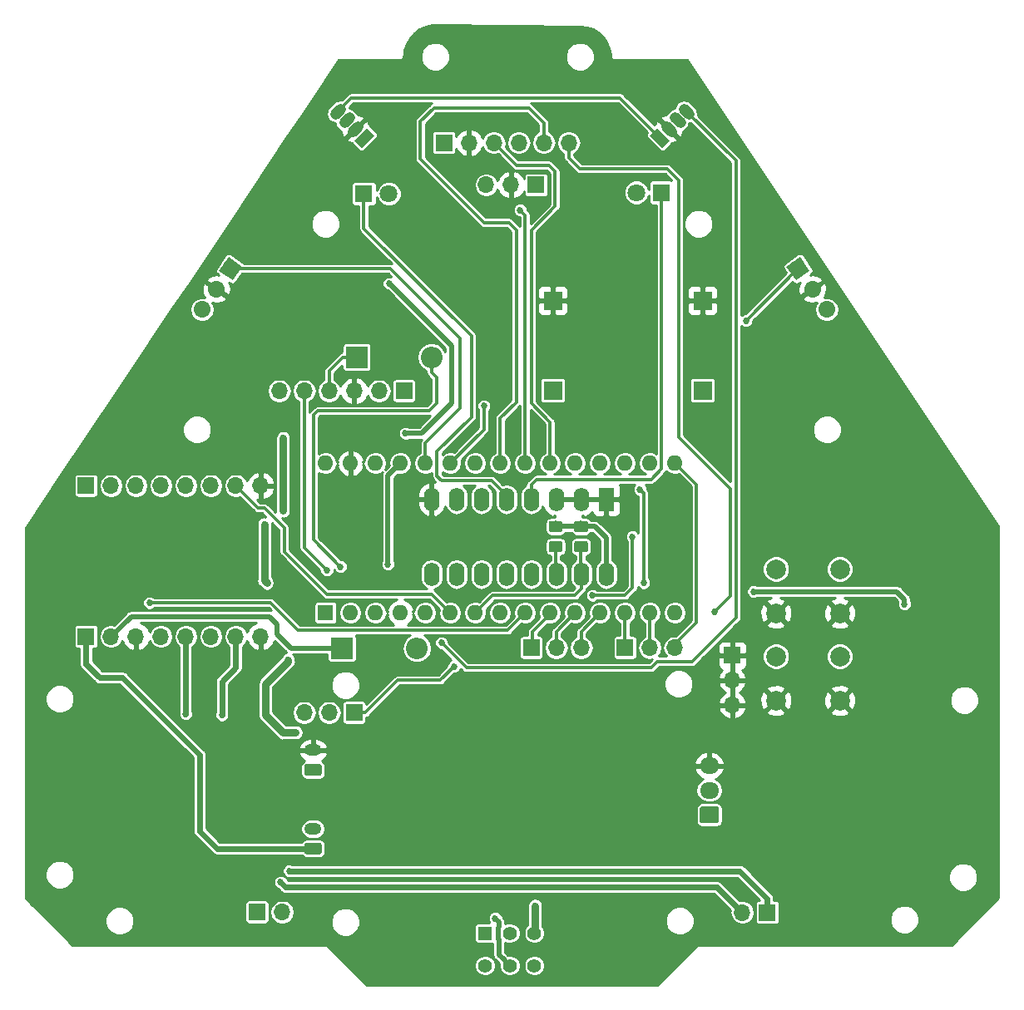
<source format=gbl>
%TF.GenerationSoftware,KiCad,Pcbnew,(5.0.1-3-g963ef8bb5)*%
%TF.CreationDate,2018-11-27T12:33:17+01:00*%
%TF.ProjectId,core,636F72652E6B696361645F7063620000,rev?*%
%TF.SameCoordinates,Original*%
%TF.FileFunction,Copper,L2,Bot,Signal*%
%TF.FilePolarity,Positive*%
%FSLAX46Y46*%
G04 Gerber Fmt 4.6, Leading zero omitted, Abs format (unit mm)*
G04 Created by KiCad (PCBNEW (5.0.1-3-g963ef8bb5)) date 2018 November 27, Tuesday 12:33:17*
%MOMM*%
%LPD*%
G01*
G04 APERTURE LIST*
%ADD10C,1.070000*%
%ADD11C,1.070000*%
%ADD12C,0.127000*%
%ADD13O,2.200000X2.200000*%
%ADD14R,2.200000X2.200000*%
%ADD15R,1.800000X1.800000*%
%ADD16C,1.800000*%
%ADD17R,1.700000X1.700000*%
%ADD18O,1.700000X1.700000*%
%ADD19C,1.700000*%
%ADD20O,1.950000X1.700000*%
%ADD21C,1.200000*%
%ADD22O,1.750000X1.200000*%
%ADD23C,1.700000*%
%ADD24C,1.150000*%
%ADD25C,2.000000*%
%ADD26R,1.400000X1.400000*%
%ADD27C,1.400000*%
%ADD28R,1.600000X1.600000*%
%ADD29O,1.600000X1.600000*%
%ADD30R,1.900000X1.900000*%
%ADD31R,1.600000X2.400000*%
%ADD32O,1.600000X2.400000*%
%ADD33C,0.685800*%
%ADD34C,0.500000*%
%ADD35C,0.300000*%
%ADD36C,0.600000*%
%ADD37C,0.800000*%
%ADD38C,0.254000*%
G04 APERTURE END LIST*
D10*
X219102077Y-52296923D03*
D11*
X218843983Y-52038829D02*
X219360171Y-52555017D01*
D10*
X218204051Y-53194949D03*
D11*
X217945957Y-52936855D02*
X218462145Y-53453043D01*
D10*
X217306026Y-54092974D03*
D11*
X217047932Y-53834880D02*
X217564120Y-54351068D01*
D10*
X216408000Y-54991000D03*
D12*
G36*
X216666094Y-56005698D02*
X215393302Y-54732906D01*
X216149906Y-53976302D01*
X217422698Y-55249094D01*
X216666094Y-56005698D01*
X216666094Y-56005698D01*
G37*
D13*
X193167000Y-77343000D03*
D14*
X185547000Y-77343000D03*
D10*
X186309000Y-54991000D03*
D12*
G36*
X187323698Y-54732906D02*
X186050906Y-56005698D01*
X185294302Y-55249094D01*
X186567094Y-53976302D01*
X187323698Y-54732906D01*
X187323698Y-54732906D01*
G37*
D10*
X185410974Y-54092974D03*
D11*
X185152880Y-54351068D02*
X185669068Y-53834880D01*
D10*
X184512949Y-53194949D03*
D11*
X184254855Y-53453043D02*
X184771043Y-52936855D01*
D10*
X183614923Y-52296923D03*
D11*
X183356829Y-52555017D02*
X183873017Y-52038829D01*
D15*
X186283600Y-60706000D03*
D16*
X188823600Y-60706000D03*
X213995000Y-60579000D03*
D15*
X216535000Y-60579000D03*
D14*
X184048400Y-106984800D03*
D13*
X191668400Y-106984800D03*
D17*
X190373000Y-80772000D03*
D18*
X187833000Y-80772000D03*
X185293000Y-80772000D03*
X182753000Y-80772000D03*
X180213000Y-80772000D03*
X177673000Y-80772000D03*
X175785527Y-105793265D03*
X173245527Y-105793265D03*
X170705527Y-105793265D03*
X168165527Y-105793265D03*
X165625527Y-105793265D03*
X163085527Y-105793265D03*
X160545527Y-105793265D03*
D17*
X158005527Y-105793265D03*
D18*
X177952400Y-133858000D03*
D17*
X175412400Y-133858000D03*
X227330000Y-133908800D03*
D18*
X224790000Y-133908800D03*
D17*
X158005527Y-90426266D03*
D18*
X160545527Y-90426266D03*
X163085527Y-90426266D03*
X165625527Y-90426266D03*
X168165527Y-90426266D03*
X170705527Y-90426266D03*
X173245527Y-90426266D03*
X175785527Y-90426266D03*
D12*
G36*
X222186704Y-123103204D02*
X222210973Y-123106804D01*
X222234771Y-123112765D01*
X222257871Y-123121030D01*
X222280049Y-123131520D01*
X222301093Y-123144133D01*
X222320798Y-123158747D01*
X222338977Y-123175223D01*
X222355453Y-123193402D01*
X222370067Y-123213107D01*
X222382680Y-123234151D01*
X222393170Y-123256329D01*
X222401435Y-123279429D01*
X222407396Y-123303227D01*
X222410996Y-123327496D01*
X222412200Y-123352000D01*
X222412200Y-124552000D01*
X222410996Y-124576504D01*
X222407396Y-124600773D01*
X222401435Y-124624571D01*
X222393170Y-124647671D01*
X222382680Y-124669849D01*
X222370067Y-124690893D01*
X222355453Y-124710598D01*
X222338977Y-124728777D01*
X222320798Y-124745253D01*
X222301093Y-124759867D01*
X222280049Y-124772480D01*
X222257871Y-124782970D01*
X222234771Y-124791235D01*
X222210973Y-124797196D01*
X222186704Y-124800796D01*
X222162200Y-124802000D01*
X220712200Y-124802000D01*
X220687696Y-124800796D01*
X220663427Y-124797196D01*
X220639629Y-124791235D01*
X220616529Y-124782970D01*
X220594351Y-124772480D01*
X220573307Y-124759867D01*
X220553602Y-124745253D01*
X220535423Y-124728777D01*
X220518947Y-124710598D01*
X220504333Y-124690893D01*
X220491720Y-124669849D01*
X220481230Y-124647671D01*
X220472965Y-124624571D01*
X220467004Y-124600773D01*
X220463404Y-124576504D01*
X220462200Y-124552000D01*
X220462200Y-123352000D01*
X220463404Y-123327496D01*
X220467004Y-123303227D01*
X220472965Y-123279429D01*
X220481230Y-123256329D01*
X220491720Y-123234151D01*
X220504333Y-123213107D01*
X220518947Y-123193402D01*
X220535423Y-123175223D01*
X220553602Y-123158747D01*
X220573307Y-123144133D01*
X220594351Y-123131520D01*
X220616529Y-123121030D01*
X220639629Y-123112765D01*
X220663427Y-123106804D01*
X220687696Y-123103204D01*
X220712200Y-123102000D01*
X222162200Y-123102000D01*
X222186704Y-123103204D01*
X222186704Y-123103204D01*
G37*
D19*
X221437200Y-123952000D03*
D20*
X221437200Y-121452000D03*
X221437200Y-118952000D03*
D18*
X207137000Y-55499000D03*
X204597000Y-55499000D03*
X202057000Y-55499000D03*
X199517000Y-55499000D03*
X196977000Y-55499000D03*
D17*
X194437000Y-55499000D03*
D12*
G36*
X181751505Y-126782204D02*
X181775773Y-126785804D01*
X181799572Y-126791765D01*
X181822671Y-126800030D01*
X181844850Y-126810520D01*
X181865893Y-126823132D01*
X181885599Y-126837747D01*
X181903777Y-126854223D01*
X181920253Y-126872401D01*
X181934868Y-126892107D01*
X181947480Y-126913150D01*
X181957970Y-126935329D01*
X181966235Y-126958428D01*
X181972196Y-126982227D01*
X181975796Y-127006495D01*
X181977000Y-127030999D01*
X181977000Y-127731001D01*
X181975796Y-127755505D01*
X181972196Y-127779773D01*
X181966235Y-127803572D01*
X181957970Y-127826671D01*
X181947480Y-127848850D01*
X181934868Y-127869893D01*
X181920253Y-127889599D01*
X181903777Y-127907777D01*
X181885599Y-127924253D01*
X181865893Y-127938868D01*
X181844850Y-127951480D01*
X181822671Y-127961970D01*
X181799572Y-127970235D01*
X181775773Y-127976196D01*
X181751505Y-127979796D01*
X181727001Y-127981000D01*
X180476999Y-127981000D01*
X180452495Y-127979796D01*
X180428227Y-127976196D01*
X180404428Y-127970235D01*
X180381329Y-127961970D01*
X180359150Y-127951480D01*
X180338107Y-127938868D01*
X180318401Y-127924253D01*
X180300223Y-127907777D01*
X180283747Y-127889599D01*
X180269132Y-127869893D01*
X180256520Y-127848850D01*
X180246030Y-127826671D01*
X180237765Y-127803572D01*
X180231804Y-127779773D01*
X180228204Y-127755505D01*
X180227000Y-127731001D01*
X180227000Y-127030999D01*
X180228204Y-127006495D01*
X180231804Y-126982227D01*
X180237765Y-126958428D01*
X180246030Y-126935329D01*
X180256520Y-126913150D01*
X180269132Y-126892107D01*
X180283747Y-126872401D01*
X180300223Y-126854223D01*
X180318401Y-126837747D01*
X180338107Y-126823132D01*
X180359150Y-126810520D01*
X180381329Y-126800030D01*
X180404428Y-126791765D01*
X180428227Y-126785804D01*
X180452495Y-126782204D01*
X180476999Y-126781000D01*
X181727001Y-126781000D01*
X181751505Y-126782204D01*
X181751505Y-126782204D01*
G37*
D21*
X181102000Y-127381000D03*
D22*
X181102000Y-125381000D03*
X181102000Y-117380000D03*
D12*
G36*
X181751505Y-118781204D02*
X181775773Y-118784804D01*
X181799572Y-118790765D01*
X181822671Y-118799030D01*
X181844850Y-118809520D01*
X181865893Y-118822132D01*
X181885599Y-118836747D01*
X181903777Y-118853223D01*
X181920253Y-118871401D01*
X181934868Y-118891107D01*
X181947480Y-118912150D01*
X181957970Y-118934329D01*
X181966235Y-118957428D01*
X181972196Y-118981227D01*
X181975796Y-119005495D01*
X181977000Y-119029999D01*
X181977000Y-119730001D01*
X181975796Y-119754505D01*
X181972196Y-119778773D01*
X181966235Y-119802572D01*
X181957970Y-119825671D01*
X181947480Y-119847850D01*
X181934868Y-119868893D01*
X181920253Y-119888599D01*
X181903777Y-119906777D01*
X181885599Y-119923253D01*
X181865893Y-119937868D01*
X181844850Y-119950480D01*
X181822671Y-119960970D01*
X181799572Y-119969235D01*
X181775773Y-119975196D01*
X181751505Y-119978796D01*
X181727001Y-119980000D01*
X180476999Y-119980000D01*
X180452495Y-119978796D01*
X180428227Y-119975196D01*
X180404428Y-119969235D01*
X180381329Y-119960970D01*
X180359150Y-119950480D01*
X180338107Y-119937868D01*
X180318401Y-119923253D01*
X180300223Y-119906777D01*
X180283747Y-119888599D01*
X180269132Y-119868893D01*
X180256520Y-119847850D01*
X180246030Y-119825671D01*
X180237765Y-119802572D01*
X180231804Y-119778773D01*
X180228204Y-119754505D01*
X180227000Y-119730001D01*
X180227000Y-119029999D01*
X180228204Y-119005495D01*
X180231804Y-118981227D01*
X180237765Y-118957428D01*
X180246030Y-118934329D01*
X180256520Y-118912150D01*
X180269132Y-118891107D01*
X180283747Y-118871401D01*
X180300223Y-118853223D01*
X180318401Y-118836747D01*
X180338107Y-118822132D01*
X180359150Y-118809520D01*
X180381329Y-118799030D01*
X180404428Y-118790765D01*
X180428227Y-118784804D01*
X180452495Y-118781204D01*
X180476999Y-118780000D01*
X181727001Y-118780000D01*
X181751505Y-118781204D01*
X181751505Y-118781204D01*
G37*
D21*
X181102000Y-119380000D03*
D18*
X208407000Y-106934000D03*
X205867000Y-106934000D03*
D17*
X203327000Y-106934000D03*
X212852000Y-106934000D03*
D18*
X215392000Y-106934000D03*
X217932000Y-106934000D03*
X180213000Y-113538000D03*
X182753000Y-113538000D03*
D17*
X185293000Y-113538000D03*
X223774000Y-107696000D03*
D18*
X223774000Y-110236000D03*
X223774000Y-112776000D03*
D19*
X172720000Y-68326000D03*
D12*
G36*
X171536181Y-68534739D02*
X172511261Y-67142181D01*
X173903819Y-68117261D01*
X172928739Y-69509819D01*
X171536181Y-68534739D01*
X171536181Y-68534739D01*
G37*
D19*
X171263116Y-70406646D03*
D23*
X171263116Y-70406646D02*
X171263116Y-70406646D01*
D19*
X169806232Y-72487292D03*
D23*
X169806232Y-72487292D02*
X169806232Y-72487292D01*
D18*
X198729600Y-59791600D03*
X201269600Y-59791600D03*
D17*
X203809600Y-59791600D03*
D19*
X230479600Y-68326000D03*
D12*
G36*
X230270861Y-69509819D02*
X229295781Y-68117261D01*
X230688339Y-67142181D01*
X231663419Y-68534739D01*
X230270861Y-69509819D01*
X230270861Y-69509819D01*
G37*
D19*
X231936484Y-70406646D03*
D23*
X231936484Y-70406646D02*
X231936484Y-70406646D01*
D19*
X233393368Y-72487292D03*
D23*
X233393368Y-72487292D02*
X233393368Y-72487292D01*
D12*
G36*
X208856105Y-94015803D02*
X208880373Y-94019403D01*
X208904172Y-94025364D01*
X208927271Y-94033629D01*
X208949450Y-94044119D01*
X208970493Y-94056731D01*
X208990199Y-94071346D01*
X209008377Y-94087822D01*
X209024853Y-94106000D01*
X209039468Y-94125706D01*
X209052080Y-94146749D01*
X209062570Y-94168928D01*
X209070835Y-94192027D01*
X209076796Y-94215826D01*
X209080396Y-94240094D01*
X209081600Y-94264598D01*
X209081600Y-94914600D01*
X209080396Y-94939104D01*
X209076796Y-94963372D01*
X209070835Y-94987171D01*
X209062570Y-95010270D01*
X209052080Y-95032449D01*
X209039468Y-95053492D01*
X209024853Y-95073198D01*
X209008377Y-95091376D01*
X208990199Y-95107852D01*
X208970493Y-95122467D01*
X208949450Y-95135079D01*
X208927271Y-95145569D01*
X208904172Y-95153834D01*
X208880373Y-95159795D01*
X208856105Y-95163395D01*
X208831601Y-95164599D01*
X207931599Y-95164599D01*
X207907095Y-95163395D01*
X207882827Y-95159795D01*
X207859028Y-95153834D01*
X207835929Y-95145569D01*
X207813750Y-95135079D01*
X207792707Y-95122467D01*
X207773001Y-95107852D01*
X207754823Y-95091376D01*
X207738347Y-95073198D01*
X207723732Y-95053492D01*
X207711120Y-95032449D01*
X207700630Y-95010270D01*
X207692365Y-94987171D01*
X207686404Y-94963372D01*
X207682804Y-94939104D01*
X207681600Y-94914600D01*
X207681600Y-94264598D01*
X207682804Y-94240094D01*
X207686404Y-94215826D01*
X207692365Y-94192027D01*
X207700630Y-94168928D01*
X207711120Y-94146749D01*
X207723732Y-94125706D01*
X207738347Y-94106000D01*
X207754823Y-94087822D01*
X207773001Y-94071346D01*
X207792707Y-94056731D01*
X207813750Y-94044119D01*
X207835929Y-94033629D01*
X207859028Y-94025364D01*
X207882827Y-94019403D01*
X207907095Y-94015803D01*
X207931599Y-94014599D01*
X208831601Y-94014599D01*
X208856105Y-94015803D01*
X208856105Y-94015803D01*
G37*
D24*
X208381600Y-94589599D03*
D12*
G36*
X208856105Y-96065803D02*
X208880373Y-96069403D01*
X208904172Y-96075364D01*
X208927271Y-96083629D01*
X208949450Y-96094119D01*
X208970493Y-96106731D01*
X208990199Y-96121346D01*
X209008377Y-96137822D01*
X209024853Y-96156000D01*
X209039468Y-96175706D01*
X209052080Y-96196749D01*
X209062570Y-96218928D01*
X209070835Y-96242027D01*
X209076796Y-96265826D01*
X209080396Y-96290094D01*
X209081600Y-96314598D01*
X209081600Y-96964600D01*
X209080396Y-96989104D01*
X209076796Y-97013372D01*
X209070835Y-97037171D01*
X209062570Y-97060270D01*
X209052080Y-97082449D01*
X209039468Y-97103492D01*
X209024853Y-97123198D01*
X209008377Y-97141376D01*
X208990199Y-97157852D01*
X208970493Y-97172467D01*
X208949450Y-97185079D01*
X208927271Y-97195569D01*
X208904172Y-97203834D01*
X208880373Y-97209795D01*
X208856105Y-97213395D01*
X208831601Y-97214599D01*
X207931599Y-97214599D01*
X207907095Y-97213395D01*
X207882827Y-97209795D01*
X207859028Y-97203834D01*
X207835929Y-97195569D01*
X207813750Y-97185079D01*
X207792707Y-97172467D01*
X207773001Y-97157852D01*
X207754823Y-97141376D01*
X207738347Y-97123198D01*
X207723732Y-97103492D01*
X207711120Y-97082449D01*
X207700630Y-97060270D01*
X207692365Y-97037171D01*
X207686404Y-97013372D01*
X207682804Y-96989104D01*
X207681600Y-96964600D01*
X207681600Y-96314598D01*
X207682804Y-96290094D01*
X207686404Y-96265826D01*
X207692365Y-96242027D01*
X207700630Y-96218928D01*
X207711120Y-96196749D01*
X207723732Y-96175706D01*
X207738347Y-96156000D01*
X207754823Y-96137822D01*
X207773001Y-96121346D01*
X207792707Y-96106731D01*
X207813750Y-96094119D01*
X207835929Y-96083629D01*
X207859028Y-96075364D01*
X207882827Y-96069403D01*
X207907095Y-96065803D01*
X207931599Y-96064599D01*
X208831601Y-96064599D01*
X208856105Y-96065803D01*
X208856105Y-96065803D01*
G37*
D24*
X208381600Y-96639599D03*
D12*
G36*
X206265305Y-96065803D02*
X206289573Y-96069403D01*
X206313372Y-96075364D01*
X206336471Y-96083629D01*
X206358650Y-96094119D01*
X206379693Y-96106731D01*
X206399399Y-96121346D01*
X206417577Y-96137822D01*
X206434053Y-96156000D01*
X206448668Y-96175706D01*
X206461280Y-96196749D01*
X206471770Y-96218928D01*
X206480035Y-96242027D01*
X206485996Y-96265826D01*
X206489596Y-96290094D01*
X206490800Y-96314598D01*
X206490800Y-96964600D01*
X206489596Y-96989104D01*
X206485996Y-97013372D01*
X206480035Y-97037171D01*
X206471770Y-97060270D01*
X206461280Y-97082449D01*
X206448668Y-97103492D01*
X206434053Y-97123198D01*
X206417577Y-97141376D01*
X206399399Y-97157852D01*
X206379693Y-97172467D01*
X206358650Y-97185079D01*
X206336471Y-97195569D01*
X206313372Y-97203834D01*
X206289573Y-97209795D01*
X206265305Y-97213395D01*
X206240801Y-97214599D01*
X205340799Y-97214599D01*
X205316295Y-97213395D01*
X205292027Y-97209795D01*
X205268228Y-97203834D01*
X205245129Y-97195569D01*
X205222950Y-97185079D01*
X205201907Y-97172467D01*
X205182201Y-97157852D01*
X205164023Y-97141376D01*
X205147547Y-97123198D01*
X205132932Y-97103492D01*
X205120320Y-97082449D01*
X205109830Y-97060270D01*
X205101565Y-97037171D01*
X205095604Y-97013372D01*
X205092004Y-96989104D01*
X205090800Y-96964600D01*
X205090800Y-96314598D01*
X205092004Y-96290094D01*
X205095604Y-96265826D01*
X205101565Y-96242027D01*
X205109830Y-96218928D01*
X205120320Y-96196749D01*
X205132932Y-96175706D01*
X205147547Y-96156000D01*
X205164023Y-96137822D01*
X205182201Y-96121346D01*
X205201907Y-96106731D01*
X205222950Y-96094119D01*
X205245129Y-96083629D01*
X205268228Y-96075364D01*
X205292027Y-96069403D01*
X205316295Y-96065803D01*
X205340799Y-96064599D01*
X206240801Y-96064599D01*
X206265305Y-96065803D01*
X206265305Y-96065803D01*
G37*
D24*
X205790800Y-96639599D03*
D12*
G36*
X206265305Y-94015803D02*
X206289573Y-94019403D01*
X206313372Y-94025364D01*
X206336471Y-94033629D01*
X206358650Y-94044119D01*
X206379693Y-94056731D01*
X206399399Y-94071346D01*
X206417577Y-94087822D01*
X206434053Y-94106000D01*
X206448668Y-94125706D01*
X206461280Y-94146749D01*
X206471770Y-94168928D01*
X206480035Y-94192027D01*
X206485996Y-94215826D01*
X206489596Y-94240094D01*
X206490800Y-94264598D01*
X206490800Y-94914600D01*
X206489596Y-94939104D01*
X206485996Y-94963372D01*
X206480035Y-94987171D01*
X206471770Y-95010270D01*
X206461280Y-95032449D01*
X206448668Y-95053492D01*
X206434053Y-95073198D01*
X206417577Y-95091376D01*
X206399399Y-95107852D01*
X206379693Y-95122467D01*
X206358650Y-95135079D01*
X206336471Y-95145569D01*
X206313372Y-95153834D01*
X206289573Y-95159795D01*
X206265305Y-95163395D01*
X206240801Y-95164599D01*
X205340799Y-95164599D01*
X205316295Y-95163395D01*
X205292027Y-95159795D01*
X205268228Y-95153834D01*
X205245129Y-95145569D01*
X205222950Y-95135079D01*
X205201907Y-95122467D01*
X205182201Y-95107852D01*
X205164023Y-95091376D01*
X205147547Y-95073198D01*
X205132932Y-95053492D01*
X205120320Y-95032449D01*
X205109830Y-95010270D01*
X205101565Y-94987171D01*
X205095604Y-94963372D01*
X205092004Y-94939104D01*
X205090800Y-94914600D01*
X205090800Y-94264598D01*
X205092004Y-94240094D01*
X205095604Y-94215826D01*
X205101565Y-94192027D01*
X205109830Y-94168928D01*
X205120320Y-94146749D01*
X205132932Y-94125706D01*
X205147547Y-94106000D01*
X205164023Y-94087822D01*
X205182201Y-94071346D01*
X205201907Y-94056731D01*
X205222950Y-94044119D01*
X205245129Y-94033629D01*
X205268228Y-94025364D01*
X205292027Y-94019403D01*
X205316295Y-94015803D01*
X205340799Y-94014599D01*
X206240801Y-94014599D01*
X206265305Y-94015803D01*
X206265305Y-94015803D01*
G37*
D24*
X205790800Y-94589599D03*
D25*
X228219000Y-103433000D03*
X228219000Y-98933000D03*
X234719000Y-103433000D03*
X234719000Y-98933000D03*
X234719000Y-107823000D03*
X234719000Y-112323000D03*
X228219000Y-107823000D03*
X228219000Y-112323000D03*
D26*
X198628000Y-136017000D03*
D27*
X201128000Y-136017000D03*
X203628000Y-136017000D03*
X198628000Y-139317000D03*
X201128000Y-139317000D03*
X203628000Y-139317000D03*
D28*
X182372000Y-103378000D03*
D29*
X215392000Y-88138000D03*
X184912000Y-103378000D03*
X212852000Y-88138000D03*
X187452000Y-103378000D03*
X210312000Y-88138000D03*
X189992000Y-103378000D03*
X207772000Y-88138000D03*
X192532000Y-103378000D03*
X205232000Y-88138000D03*
X195072000Y-103378000D03*
X202692000Y-88138000D03*
X197612000Y-103378000D03*
X200152000Y-88138000D03*
X200152000Y-103378000D03*
X197612000Y-88138000D03*
X202692000Y-103378000D03*
X195072000Y-88138000D03*
X205232000Y-103378000D03*
X192532000Y-88138000D03*
X207772000Y-103378000D03*
X189992000Y-88138000D03*
X210312000Y-103378000D03*
X187452000Y-88138000D03*
X212852000Y-103378000D03*
X184912000Y-88138000D03*
X215392000Y-103378000D03*
X182372000Y-88138000D03*
X217932000Y-103378000D03*
X217932000Y-88138000D03*
D30*
X205511400Y-80721200D03*
X205511400Y-71577200D03*
X220751400Y-80721200D03*
X220751400Y-71577200D03*
D31*
X210947000Y-91821000D03*
D32*
X193167000Y-99441000D03*
X208407000Y-91821000D03*
X195707000Y-99441000D03*
X205867000Y-91821000D03*
X198247000Y-99441000D03*
X203327000Y-91821000D03*
X200787000Y-99441000D03*
X200787000Y-91821000D03*
X203327000Y-99441000D03*
X198247000Y-91821000D03*
X205867000Y-99441000D03*
X195707000Y-91821000D03*
X208407000Y-99441000D03*
X193167000Y-91821000D03*
X210947000Y-99441000D03*
D33*
X199644000Y-134493000D03*
X225933000Y-101219000D03*
X241300000Y-102489000D03*
X190500000Y-85090000D03*
X188849000Y-69850000D03*
X188722000Y-98425000D03*
X194183000Y-106426000D03*
X183896000Y-98679000D03*
X213614000Y-95631000D03*
X209550000Y-101600000D03*
X182519146Y-99039854D03*
X177800000Y-130810000D03*
X171831000Y-113792000D03*
X178689000Y-129667000D03*
X168148000Y-113665000D03*
X164465000Y-102362000D03*
X221996000Y-103251000D03*
X202184000Y-62357000D03*
X195453000Y-108839000D03*
X214757000Y-100330000D03*
X214376000Y-90805000D03*
X198501000Y-82296000D03*
X225171000Y-73634600D03*
X178054000Y-85598000D03*
X178054000Y-92964000D03*
X179324000Y-115570000D03*
X178562000Y-108204000D03*
X176149000Y-94361000D03*
X203708000Y-133223000D03*
X176403000Y-100330000D03*
D34*
X162579792Y-103759000D02*
X160545527Y-105793265D01*
X176657000Y-103759000D02*
X162579792Y-103759000D01*
X177419000Y-104521000D02*
X176657000Y-103759000D01*
X177419000Y-105537000D02*
X177419000Y-104521000D01*
X178866800Y-106984800D02*
X177419000Y-105537000D01*
X184048400Y-106984800D02*
X178866800Y-106984800D01*
X205790800Y-94589599D02*
X208381600Y-94589599D01*
X208381600Y-94589599D02*
X209778599Y-94589599D01*
X210947000Y-95758000D02*
X210947000Y-99441000D01*
X209778599Y-94589599D02*
X210947000Y-95758000D01*
X225933000Y-101219000D02*
X240411000Y-101219000D01*
X240411000Y-101219000D02*
X240538000Y-101219000D01*
X241300000Y-101981000D02*
X241300000Y-102489000D01*
X240538000Y-101219000D02*
X241300000Y-101981000D01*
X190500000Y-85090000D02*
X192151000Y-85090000D01*
X192151000Y-85090000D02*
X195199000Y-82042000D01*
X195199000Y-82042000D02*
X195199000Y-76200000D01*
X195199000Y-76200000D02*
X188849000Y-69850000D01*
X188722000Y-89408000D02*
X189992000Y-88138000D01*
X188722000Y-98425000D02*
X188722000Y-89408000D01*
X200428001Y-138617001D02*
X201128000Y-139317000D01*
X200023999Y-138212999D02*
X200428001Y-138617001D01*
X199923999Y-135439079D02*
X199923999Y-136594921D01*
X199644000Y-134493000D02*
X200023999Y-134872999D01*
X200023999Y-135339079D02*
X199923999Y-135439079D01*
X200023999Y-136694921D02*
X200023999Y-138212999D01*
X200023999Y-134872999D02*
X200023999Y-135339079D01*
X199923999Y-136594921D02*
X200023999Y-136694921D01*
D35*
X196723000Y-108966000D02*
X194183000Y-106426000D01*
X215519000Y-108966000D02*
X196723000Y-108966000D01*
X219102077Y-52296923D02*
X224155000Y-57349846D01*
X216154000Y-108331000D02*
X215519000Y-108966000D01*
X219710000Y-108331000D02*
X216154000Y-108331000D01*
X224155000Y-57349846D02*
X224155000Y-103886000D01*
X224155000Y-103886000D02*
X219710000Y-108331000D01*
X184984846Y-50927000D02*
X183614923Y-52296923D01*
X212344000Y-50927000D02*
X184984846Y-50927000D01*
X216408000Y-54991000D02*
X212344000Y-50927000D01*
X181167999Y-95950999D02*
X181167999Y-83246001D01*
X183896000Y-98679000D02*
X181167999Y-95950999D01*
X181167999Y-83246001D02*
X181610000Y-82804000D01*
X193167000Y-78898634D02*
X193675000Y-79406634D01*
X193167000Y-77343000D02*
X193167000Y-78898634D01*
X193675000Y-82042000D02*
X192913000Y-82804000D01*
X193675000Y-79406634D02*
X193675000Y-82042000D01*
X181610000Y-82804000D02*
X192913000Y-82804000D01*
X182753000Y-79569919D02*
X182753000Y-80772000D01*
X182753000Y-78737000D02*
X182753000Y-79569919D01*
X184147000Y-77343000D02*
X182753000Y-78737000D01*
X185547000Y-77343000D02*
X184147000Y-77343000D01*
X186283600Y-60706000D02*
X186283600Y-64236600D01*
X186283600Y-64236600D02*
X197231000Y-75184000D01*
X197231000Y-75184000D02*
X197231000Y-83439000D01*
X193736001Y-86933999D02*
X193736001Y-89469001D01*
X197231000Y-83439000D02*
X193736001Y-86933999D01*
X193736001Y-89469001D02*
X194183000Y-89916000D01*
X200787000Y-91421000D02*
X200787000Y-91821000D01*
X199282000Y-89916000D02*
X200787000Y-91421000D01*
X194183000Y-89916000D02*
X199282000Y-89916000D01*
X203327000Y-90321000D02*
X203327000Y-91821000D01*
X203859000Y-89789000D02*
X203327000Y-90321000D01*
X215522922Y-89789000D02*
X203859000Y-89789000D01*
X216596001Y-61840001D02*
X216596001Y-88715921D01*
X216596001Y-88715921D02*
X215522922Y-89789000D01*
X216535000Y-61779000D02*
X216596001Y-61840001D01*
X216535000Y-60579000D02*
X216535000Y-61779000D01*
X213614000Y-95631000D02*
X213614000Y-100838000D01*
X213614000Y-100838000D02*
X212852000Y-101600000D01*
X212852000Y-101600000D02*
X209550000Y-101600000D01*
X180213000Y-96733708D02*
X182176247Y-98696955D01*
X180213000Y-80772000D02*
X180213000Y-96733708D01*
X182176247Y-98696955D02*
X182519146Y-99039854D01*
D36*
X222199200Y-131318000D02*
X224790000Y-133908800D01*
X180086000Y-131318000D02*
X222199200Y-131318000D01*
X180086000Y-131318000D02*
X178308000Y-131318000D01*
X178308000Y-131318000D02*
X177800000Y-130810000D01*
X171831000Y-113792000D02*
X171831000Y-110363000D01*
X173245527Y-108948473D02*
X173245527Y-105793265D01*
X171831000Y-110363000D02*
X173245527Y-108948473D01*
X227330000Y-132458800D02*
X224538200Y-129667000D01*
X224538200Y-129667000D02*
X180340000Y-129667000D01*
X227330000Y-133908800D02*
X227330000Y-132458800D01*
X180340000Y-129667000D02*
X178689000Y-129667000D01*
X168148000Y-105810792D02*
X168165527Y-105793265D01*
X168148000Y-113665000D02*
X168148000Y-105810792D01*
X181102000Y-127381000D02*
X171323000Y-127381000D01*
X171323000Y-127381000D02*
X169545000Y-125603000D01*
X169545000Y-125603000D02*
X169545000Y-117856000D01*
X169545000Y-117856000D02*
X161671000Y-109982000D01*
X161671000Y-109982000D02*
X159385000Y-109982000D01*
X158005527Y-108602527D02*
X158005527Y-105793265D01*
X159385000Y-109982000D02*
X158005527Y-108602527D01*
D35*
X164465000Y-102362000D02*
X176784000Y-102362000D01*
X176784000Y-102362000D02*
X179578000Y-105156000D01*
X200914000Y-105156000D02*
X202692000Y-103378000D01*
X179578000Y-105156000D02*
X200914000Y-105156000D01*
X173245527Y-90426266D02*
X173245527Y-90822527D01*
X175529261Y-92710000D02*
X173245527Y-90426266D01*
X176149000Y-92710000D02*
X175529261Y-92710000D01*
X193167000Y-101473000D02*
X182499000Y-101473000D01*
X178181000Y-94742000D02*
X176149000Y-92710000D01*
X182499000Y-101473000D02*
X178181000Y-97155000D01*
X178181000Y-97155000D02*
X178181000Y-94742000D01*
X195072000Y-103378000D02*
X193167000Y-101473000D01*
X207137000Y-55499000D02*
X207137000Y-57023000D01*
X207137000Y-57023000D02*
X208280000Y-58166000D01*
X208280000Y-58166000D02*
X217170000Y-58166000D01*
X217170000Y-58166000D02*
X218313000Y-59309000D01*
X218313000Y-59309000D02*
X218313000Y-85471000D01*
X223600990Y-90758990D02*
X223600990Y-101646010D01*
X218313000Y-85471000D02*
X223600990Y-90758990D01*
X223600990Y-101646010D02*
X221996000Y-103251000D01*
X193421000Y-51943000D02*
X203073000Y-51943000D01*
X192024000Y-53340000D02*
X193421000Y-51943000D01*
X192024000Y-57150000D02*
X192024000Y-53340000D01*
X198501000Y-63627000D02*
X192024000Y-57150000D01*
X201041000Y-63627000D02*
X198501000Y-63627000D01*
X204597000Y-53467000D02*
X204597000Y-55499000D01*
X200152000Y-88138000D02*
X200152000Y-83566000D01*
X201803000Y-64389000D02*
X201041000Y-63627000D01*
X201803000Y-81915000D02*
X201803000Y-64389000D01*
X203073000Y-51943000D02*
X204597000Y-53467000D01*
X200152000Y-83566000D02*
X201803000Y-81915000D01*
X202692000Y-88138000D02*
X202692000Y-62865000D01*
X202692000Y-62865000D02*
X202184000Y-62357000D01*
X205105000Y-57785000D02*
X201803000Y-57785000D01*
X205740000Y-58420000D02*
X205105000Y-57785000D01*
X205232000Y-88138000D02*
X205232000Y-83947000D01*
X205232000Y-83947000D02*
X203327000Y-82042000D01*
X205740000Y-61976000D02*
X205740000Y-58420000D01*
X201803000Y-57785000D02*
X199517000Y-55499000D01*
X203327000Y-64389000D02*
X205740000Y-61976000D01*
X203327000Y-82042000D02*
X203327000Y-64389000D01*
X208407000Y-105283000D02*
X208407000Y-106934000D01*
X210312000Y-103378000D02*
X208407000Y-105283000D01*
X205867000Y-105283000D02*
X207772000Y-103378000D01*
X205867000Y-106934000D02*
X205867000Y-105283000D01*
X203454000Y-106807000D02*
X203327000Y-106934000D01*
X203454000Y-105283000D02*
X203454000Y-106807000D01*
X205232000Y-103505000D02*
X203454000Y-105283000D01*
X205232000Y-103378000D02*
X205232000Y-103505000D01*
X212852000Y-103378000D02*
X212852000Y-106553000D01*
X215392000Y-103378000D02*
X215392000Y-106553000D01*
X218731999Y-88937999D02*
X217932000Y-88138000D01*
X220104039Y-104380961D02*
X220104039Y-90310039D01*
X220104039Y-90310039D02*
X218731999Y-88937999D01*
X217932000Y-106553000D02*
X220104039Y-104380961D01*
X186443000Y-113538000D02*
X189745000Y-110236000D01*
X185293000Y-113538000D02*
X186443000Y-113538000D01*
X189745000Y-110236000D02*
X194056000Y-110236000D01*
X194056000Y-110236000D02*
X195453000Y-108839000D01*
X214757000Y-100330000D02*
X214757000Y-91186000D01*
X214757000Y-91186000D02*
X214376000Y-90805000D01*
X196088000Y-82550000D02*
X192532000Y-86106000D01*
X188976000Y-68326000D02*
X196088000Y-75438000D01*
X192532000Y-86106000D02*
X192532000Y-88138000D01*
X196088000Y-75438000D02*
X196088000Y-82550000D01*
X172720000Y-68326000D02*
X188976000Y-68326000D01*
X198501000Y-84709000D02*
X198501000Y-82780933D01*
X195072000Y-88138000D02*
X198501000Y-84709000D01*
X198501000Y-82780933D02*
X198501000Y-82296000D01*
X230479600Y-68326000D02*
X225171000Y-73634600D01*
D37*
X178054000Y-85598000D02*
X178054000Y-92964000D01*
X179324000Y-115570000D02*
X178054000Y-115570000D01*
X178054000Y-115570000D02*
X176276000Y-113792000D01*
X176276000Y-113792000D02*
X176276000Y-110617000D01*
X178562000Y-108331000D02*
X178562000Y-108204000D01*
X176276000Y-110617000D02*
X178562000Y-108331000D01*
X203708000Y-135937000D02*
X203628000Y-136017000D01*
X203708000Y-133223000D02*
X203708000Y-135937000D01*
X176149000Y-94361000D02*
X176149000Y-100076000D01*
X176149000Y-100076000D02*
X176403000Y-100330000D01*
D35*
X208381600Y-99415600D02*
X208407000Y-99441000D01*
X208381600Y-96639599D02*
X208381600Y-99415600D01*
X208407000Y-100941000D02*
X207748000Y-101600000D01*
X208407000Y-99441000D02*
X208407000Y-100941000D01*
X199390000Y-101600000D02*
X197612000Y-103378000D01*
X207748000Y-101600000D02*
X199390000Y-101600000D01*
X205790800Y-99364800D02*
X205867000Y-99441000D01*
X205790800Y-96639599D02*
X205790800Y-99364800D01*
D38*
G36*
X208259956Y-43649740D02*
X208942259Y-43723862D01*
X209573623Y-43936339D01*
X210144632Y-44279435D01*
X210628648Y-44737146D01*
X211003082Y-45288109D01*
X211250472Y-45906628D01*
X211361540Y-46577535D01*
X211365156Y-46706978D01*
X211359383Y-46736000D01*
X211385996Y-46869793D01*
X211461783Y-46983217D01*
X211575207Y-47059004D01*
X211675231Y-47078900D01*
X219145621Y-47078900D01*
X250863100Y-94591938D01*
X250863101Y-132445965D01*
X246110967Y-137198100D01*
X220378768Y-137198100D01*
X220345000Y-137191383D01*
X220311231Y-137198100D01*
X220211207Y-137217996D01*
X220097783Y-137293783D01*
X220078655Y-137322411D01*
X216138967Y-141262100D01*
X186578034Y-141262100D01*
X184417910Y-139101976D01*
X197547000Y-139101976D01*
X197547000Y-139532024D01*
X197711572Y-139929337D01*
X198015663Y-140233428D01*
X198412976Y-140398000D01*
X198843024Y-140398000D01*
X199240337Y-140233428D01*
X199544428Y-139929337D01*
X199709000Y-139532024D01*
X199709000Y-139101976D01*
X199544428Y-138704663D01*
X199240337Y-138400572D01*
X198843024Y-138236000D01*
X198412976Y-138236000D01*
X198015663Y-138400572D01*
X197711572Y-138704663D01*
X197547000Y-139101976D01*
X184417910Y-139101976D01*
X182638348Y-137322415D01*
X182619217Y-137293783D01*
X182505793Y-137217996D01*
X182405769Y-137198100D01*
X182405768Y-137198100D01*
X182372000Y-137191383D01*
X182338232Y-137198100D01*
X156606034Y-137198100D01*
X153860345Y-134452411D01*
X159936000Y-134452411D01*
X159936000Y-135041589D01*
X160161468Y-135585919D01*
X160578081Y-136002532D01*
X161122411Y-136228000D01*
X161711589Y-136228000D01*
X162255919Y-136002532D01*
X162672532Y-135585919D01*
X162898000Y-135041589D01*
X162898000Y-134452411D01*
X162672532Y-133908081D01*
X162255919Y-133491468D01*
X161711589Y-133266000D01*
X161122411Y-133266000D01*
X160578081Y-133491468D01*
X160161468Y-133908081D01*
X159936000Y-134452411D01*
X153860345Y-134452411D01*
X152415934Y-133008000D01*
X174173936Y-133008000D01*
X174173936Y-134708000D01*
X174203506Y-134856659D01*
X174287714Y-134982686D01*
X174413741Y-135066894D01*
X174562400Y-135096464D01*
X176262400Y-135096464D01*
X176411059Y-135066894D01*
X176537086Y-134982686D01*
X176621294Y-134856659D01*
X176650864Y-134708000D01*
X176650864Y-133858000D01*
X176697284Y-133858000D01*
X176792824Y-134338312D01*
X177064899Y-134745501D01*
X177472088Y-135017576D01*
X177831161Y-135089000D01*
X178073639Y-135089000D01*
X178432712Y-135017576D01*
X178839901Y-134745501D01*
X178950878Y-134579411D01*
X182923000Y-134579411D01*
X182923000Y-135168589D01*
X183148468Y-135712919D01*
X183565081Y-136129532D01*
X184109411Y-136355000D01*
X184698589Y-136355000D01*
X185242919Y-136129532D01*
X185659532Y-135712919D01*
X185823526Y-135317000D01*
X197539536Y-135317000D01*
X197539536Y-136717000D01*
X197569106Y-136865659D01*
X197653314Y-136991686D01*
X197779341Y-137075894D01*
X197928000Y-137105464D01*
X199328000Y-137105464D01*
X199392999Y-137092535D01*
X199393000Y-138150847D01*
X199380637Y-138212999D01*
X199429610Y-138459202D01*
X199429611Y-138459203D01*
X199569074Y-138667925D01*
X199621761Y-138703129D01*
X200025761Y-139107130D01*
X200025764Y-139107132D01*
X200047000Y-139128368D01*
X200047000Y-139532024D01*
X200211572Y-139929337D01*
X200515663Y-140233428D01*
X200912976Y-140398000D01*
X201343024Y-140398000D01*
X201740337Y-140233428D01*
X202044428Y-139929337D01*
X202209000Y-139532024D01*
X202209000Y-139101976D01*
X202547000Y-139101976D01*
X202547000Y-139532024D01*
X202711572Y-139929337D01*
X203015663Y-140233428D01*
X203412976Y-140398000D01*
X203843024Y-140398000D01*
X204240337Y-140233428D01*
X204544428Y-139929337D01*
X204709000Y-139532024D01*
X204709000Y-139101976D01*
X204544428Y-138704663D01*
X204240337Y-138400572D01*
X203843024Y-138236000D01*
X203412976Y-138236000D01*
X203015663Y-138400572D01*
X202711572Y-138704663D01*
X202547000Y-139101976D01*
X202209000Y-139101976D01*
X202044428Y-138704663D01*
X201740337Y-138400572D01*
X201343024Y-138236000D01*
X200939368Y-138236000D01*
X200918132Y-138214764D01*
X200918130Y-138214761D01*
X200654999Y-137951631D01*
X200654999Y-136991143D01*
X200912976Y-137098000D01*
X201343024Y-137098000D01*
X201740337Y-136933428D01*
X202044428Y-136629337D01*
X202209000Y-136232024D01*
X202209000Y-135801976D01*
X202547000Y-135801976D01*
X202547000Y-136232024D01*
X202711572Y-136629337D01*
X203015663Y-136933428D01*
X203412976Y-137098000D01*
X203843024Y-137098000D01*
X204240337Y-136933428D01*
X204544428Y-136629337D01*
X204709000Y-136232024D01*
X204709000Y-135801976D01*
X204544428Y-135404663D01*
X204489000Y-135349235D01*
X204489000Y-134452411D01*
X216959000Y-134452411D01*
X216959000Y-135041589D01*
X217184468Y-135585919D01*
X217601081Y-136002532D01*
X218145411Y-136228000D01*
X218734589Y-136228000D01*
X219278919Y-136002532D01*
X219695532Y-135585919D01*
X219921000Y-135041589D01*
X219921000Y-134452411D01*
X219695532Y-133908081D01*
X219278919Y-133491468D01*
X218734589Y-133266000D01*
X218145411Y-133266000D01*
X217601081Y-133491468D01*
X217184468Y-133908081D01*
X216959000Y-134452411D01*
X204489000Y-134452411D01*
X204489000Y-133146082D01*
X204443685Y-132918269D01*
X204271069Y-132659931D01*
X204012730Y-132487315D01*
X203708000Y-132426700D01*
X203403269Y-132487315D01*
X203144931Y-132659931D01*
X202972315Y-132918270D01*
X202927000Y-133146083D01*
X202927001Y-135189234D01*
X202711572Y-135404663D01*
X202547000Y-135801976D01*
X202209000Y-135801976D01*
X202044428Y-135404663D01*
X201740337Y-135100572D01*
X201343024Y-134936000D01*
X200912976Y-134936000D01*
X200654999Y-135042857D01*
X200654999Y-134935147D01*
X200667361Y-134872999D01*
X200618388Y-134626795D01*
X200586727Y-134579411D01*
X200478925Y-134418073D01*
X200426233Y-134382865D01*
X200350594Y-134307227D01*
X200257693Y-134082944D01*
X200054056Y-133879307D01*
X199787993Y-133769100D01*
X199500007Y-133769100D01*
X199233944Y-133879307D01*
X199030307Y-134082944D01*
X198920100Y-134349007D01*
X198920100Y-134636993D01*
X199030307Y-134903056D01*
X199055787Y-134928536D01*
X197928000Y-134928536D01*
X197779341Y-134958106D01*
X197653314Y-135042314D01*
X197569106Y-135168341D01*
X197539536Y-135317000D01*
X185823526Y-135317000D01*
X185885000Y-135168589D01*
X185885000Y-134579411D01*
X185659532Y-134035081D01*
X185242919Y-133618468D01*
X184698589Y-133393000D01*
X184109411Y-133393000D01*
X183565081Y-133618468D01*
X183148468Y-134035081D01*
X182923000Y-134579411D01*
X178950878Y-134579411D01*
X179111976Y-134338312D01*
X179207516Y-133858000D01*
X179111976Y-133377688D01*
X178839901Y-132970499D01*
X178432712Y-132698424D01*
X178073639Y-132627000D01*
X177831161Y-132627000D01*
X177472088Y-132698424D01*
X177064899Y-132970499D01*
X176792824Y-133377688D01*
X176697284Y-133858000D01*
X176650864Y-133858000D01*
X176650864Y-133008000D01*
X176621294Y-132859341D01*
X176537086Y-132733314D01*
X176411059Y-132649106D01*
X176262400Y-132619536D01*
X174562400Y-132619536D01*
X174413741Y-132649106D01*
X174287714Y-132733314D01*
X174203506Y-132859341D01*
X174173936Y-133008000D01*
X152415934Y-133008000D01*
X151853900Y-132445967D01*
X151853900Y-129753411D01*
X153840000Y-129753411D01*
X153840000Y-130342589D01*
X154065468Y-130886919D01*
X154482081Y-131303532D01*
X155026411Y-131529000D01*
X155615589Y-131529000D01*
X156159919Y-131303532D01*
X156576532Y-130886919D01*
X156668036Y-130666007D01*
X177076100Y-130666007D01*
X177076100Y-130953993D01*
X177186307Y-131220056D01*
X177389944Y-131423693D01*
X177493515Y-131466593D01*
X177779036Y-131752116D01*
X177817027Y-131808973D01*
X177873883Y-131846963D01*
X177873884Y-131846964D01*
X177917265Y-131875950D01*
X178042287Y-131959487D01*
X178240931Y-131999000D01*
X178240935Y-131999000D01*
X178307999Y-132012340D01*
X178375063Y-131999000D01*
X221917122Y-131999000D01*
X223583336Y-133665215D01*
X223534884Y-133908800D01*
X223630424Y-134389112D01*
X223902499Y-134796301D01*
X224309688Y-135068376D01*
X224668761Y-135139800D01*
X224911239Y-135139800D01*
X225270312Y-135068376D01*
X225677501Y-134796301D01*
X225949576Y-134389112D01*
X226045116Y-133908800D01*
X225949576Y-133428488D01*
X225677501Y-133021299D01*
X225270312Y-132749224D01*
X224911239Y-132677800D01*
X224668761Y-132677800D01*
X224546415Y-132702136D01*
X222728167Y-130883889D01*
X222690173Y-130827027D01*
X222464913Y-130676513D01*
X222266269Y-130637000D01*
X222266265Y-130637000D01*
X222199200Y-130623660D01*
X222132135Y-130637000D01*
X178590079Y-130637000D01*
X178456593Y-130503515D01*
X178413693Y-130399944D01*
X178305401Y-130291652D01*
X178545007Y-130390900D01*
X178832993Y-130390900D01*
X178936563Y-130348000D01*
X224256122Y-130348000D01*
X226578456Y-132670336D01*
X226480000Y-132670336D01*
X226331341Y-132699906D01*
X226205314Y-132784114D01*
X226121106Y-132910141D01*
X226091536Y-133058800D01*
X226091536Y-134758800D01*
X226121106Y-134907459D01*
X226205314Y-135033486D01*
X226331341Y-135117694D01*
X226480000Y-135147264D01*
X228180000Y-135147264D01*
X228328659Y-135117694D01*
X228454686Y-135033486D01*
X228538894Y-134907459D01*
X228568464Y-134758800D01*
X228568464Y-134325411D01*
X239819000Y-134325411D01*
X239819000Y-134914589D01*
X240044468Y-135458919D01*
X240461081Y-135875532D01*
X241005411Y-136101000D01*
X241594589Y-136101000D01*
X242138919Y-135875532D01*
X242555532Y-135458919D01*
X242781000Y-134914589D01*
X242781000Y-134325411D01*
X242555532Y-133781081D01*
X242138919Y-133364468D01*
X241594589Y-133139000D01*
X241005411Y-133139000D01*
X240461081Y-133364468D01*
X240044468Y-133781081D01*
X239819000Y-134325411D01*
X228568464Y-134325411D01*
X228568464Y-133058800D01*
X228538894Y-132910141D01*
X228454686Y-132784114D01*
X228328659Y-132699906D01*
X228180000Y-132670336D01*
X228011000Y-132670336D01*
X228011000Y-132525863D01*
X228024340Y-132458799D01*
X228011000Y-132391735D01*
X228011000Y-132391731D01*
X227971487Y-132193087D01*
X227820973Y-131967827D01*
X227764117Y-131929837D01*
X225841690Y-130007411D01*
X245788000Y-130007411D01*
X245788000Y-130596589D01*
X246013468Y-131140919D01*
X246430081Y-131557532D01*
X246974411Y-131783000D01*
X247563589Y-131783000D01*
X248107919Y-131557532D01*
X248524532Y-131140919D01*
X248750000Y-130596589D01*
X248750000Y-130007411D01*
X248524532Y-129463081D01*
X248107919Y-129046468D01*
X247563589Y-128821000D01*
X246974411Y-128821000D01*
X246430081Y-129046468D01*
X246013468Y-129463081D01*
X245788000Y-130007411D01*
X225841690Y-130007411D01*
X225067167Y-129232889D01*
X225029173Y-129176027D01*
X224803913Y-129025513D01*
X224605269Y-128986000D01*
X224605265Y-128986000D01*
X224538200Y-128972660D01*
X224471135Y-128986000D01*
X178936563Y-128986000D01*
X178832993Y-128943100D01*
X178545007Y-128943100D01*
X178278944Y-129053307D01*
X178075307Y-129256944D01*
X177965100Y-129523007D01*
X177965100Y-129810993D01*
X178075307Y-130077056D01*
X178183599Y-130185348D01*
X177943993Y-130086100D01*
X177656007Y-130086100D01*
X177389944Y-130196307D01*
X177186307Y-130399944D01*
X177076100Y-130666007D01*
X156668036Y-130666007D01*
X156802000Y-130342589D01*
X156802000Y-129753411D01*
X156576532Y-129209081D01*
X156159919Y-128792468D01*
X155615589Y-128567000D01*
X155026411Y-128567000D01*
X154482081Y-128792468D01*
X154065468Y-129209081D01*
X153840000Y-129753411D01*
X151853900Y-129753411D01*
X151853900Y-111846411D01*
X153840000Y-111846411D01*
X153840000Y-112435589D01*
X154065468Y-112979919D01*
X154482081Y-113396532D01*
X155026411Y-113622000D01*
X155615589Y-113622000D01*
X156159919Y-113396532D01*
X156576532Y-112979919D01*
X156802000Y-112435589D01*
X156802000Y-111846411D01*
X156576532Y-111302081D01*
X156159919Y-110885468D01*
X155615589Y-110660000D01*
X155026411Y-110660000D01*
X154482081Y-110885468D01*
X154065468Y-111302081D01*
X153840000Y-111846411D01*
X151853900Y-111846411D01*
X151853900Y-104943265D01*
X156767063Y-104943265D01*
X156767063Y-106643265D01*
X156796633Y-106791924D01*
X156880841Y-106917951D01*
X157006868Y-107002159D01*
X157155527Y-107031729D01*
X157324528Y-107031729D01*
X157324527Y-108535462D01*
X157311187Y-108602527D01*
X157324527Y-108669592D01*
X157324527Y-108669595D01*
X157364040Y-108868239D01*
X157514554Y-109093499D01*
X157571413Y-109131491D01*
X158856037Y-110416117D01*
X158894027Y-110472973D01*
X158950883Y-110510963D01*
X158950884Y-110510964D01*
X158994265Y-110539950D01*
X159119287Y-110623487D01*
X159317931Y-110663000D01*
X159317935Y-110663000D01*
X159384999Y-110676340D01*
X159452063Y-110663000D01*
X161388922Y-110663000D01*
X168864001Y-118138080D01*
X168864000Y-125535935D01*
X168850660Y-125603000D01*
X168864000Y-125670065D01*
X168864000Y-125670068D01*
X168903513Y-125868712D01*
X169054027Y-126093972D01*
X169110887Y-126131965D01*
X170794035Y-127815114D01*
X170832027Y-127871973D01*
X171057287Y-128022487D01*
X171255931Y-128062000D01*
X171255935Y-128062000D01*
X171323000Y-128075340D01*
X171390065Y-128062000D01*
X179945047Y-128062000D01*
X180025537Y-128182463D01*
X180232670Y-128320864D01*
X180476999Y-128369464D01*
X181727001Y-128369464D01*
X181971330Y-128320864D01*
X182178463Y-128182463D01*
X182316864Y-127975330D01*
X182365464Y-127731001D01*
X182365464Y-127030999D01*
X182316864Y-126786670D01*
X182178463Y-126579537D01*
X181971330Y-126441136D01*
X181727001Y-126392536D01*
X180476999Y-126392536D01*
X180232670Y-126441136D01*
X180025537Y-126579537D01*
X179945047Y-126700000D01*
X171605079Y-126700000D01*
X170286079Y-125381000D01*
X179826782Y-125381000D01*
X179902919Y-125763767D01*
X180119739Y-126088261D01*
X180444233Y-126305081D01*
X180730384Y-126362000D01*
X181473616Y-126362000D01*
X181759767Y-126305081D01*
X182084261Y-126088261D01*
X182301081Y-125763767D01*
X182377218Y-125381000D01*
X182301081Y-124998233D01*
X182084261Y-124673739D01*
X181759767Y-124456919D01*
X181473616Y-124400000D01*
X180730384Y-124400000D01*
X180444233Y-124456919D01*
X180119739Y-124673739D01*
X179902919Y-124998233D01*
X179826782Y-125381000D01*
X170286079Y-125381000D01*
X170226000Y-125320922D01*
X170226000Y-123352000D01*
X220073736Y-123352000D01*
X220073736Y-124552000D01*
X220122336Y-124796330D01*
X220260738Y-125003462D01*
X220467870Y-125141864D01*
X220712200Y-125190464D01*
X222162200Y-125190464D01*
X222406530Y-125141864D01*
X222613662Y-125003462D01*
X222752064Y-124796330D01*
X222800664Y-124552000D01*
X222800664Y-123352000D01*
X222752064Y-123107670D01*
X222613662Y-122900538D01*
X222406530Y-122762136D01*
X222162200Y-122713536D01*
X220712200Y-122713536D01*
X220467870Y-122762136D01*
X220260738Y-122900538D01*
X220122336Y-123107670D01*
X220073736Y-123352000D01*
X170226000Y-123352000D01*
X170226000Y-117923065D01*
X170239340Y-117856000D01*
X170226000Y-117788935D01*
X170226000Y-117788931D01*
X170207835Y-117697609D01*
X179633538Y-117697609D01*
X179637408Y-117735281D01*
X179863920Y-118163474D01*
X180213536Y-118452921D01*
X180025537Y-118578537D01*
X179887136Y-118785670D01*
X179838536Y-119029999D01*
X179838536Y-119730001D01*
X179887136Y-119974330D01*
X180025537Y-120181463D01*
X180232670Y-120319864D01*
X180476999Y-120368464D01*
X181727001Y-120368464D01*
X181971330Y-120319864D01*
X182178463Y-120181463D01*
X182316864Y-119974330D01*
X182365464Y-119730001D01*
X182365464Y-119308890D01*
X219870724Y-119308890D01*
X220109703Y-119823193D01*
X220534629Y-120217053D01*
X220798432Y-120314779D01*
X220424699Y-120564499D01*
X220152624Y-120971688D01*
X220057084Y-121452000D01*
X220152624Y-121932312D01*
X220424699Y-122339501D01*
X220831888Y-122611576D01*
X221190961Y-122683000D01*
X221683439Y-122683000D01*
X222042512Y-122611576D01*
X222449701Y-122339501D01*
X222721776Y-121932312D01*
X222817316Y-121452000D01*
X222721776Y-120971688D01*
X222449701Y-120564499D01*
X222075968Y-120314779D01*
X222339771Y-120217053D01*
X222764697Y-119823193D01*
X223003676Y-119308890D01*
X222882355Y-119079000D01*
X221564200Y-119079000D01*
X221564200Y-119099000D01*
X221310200Y-119099000D01*
X221310200Y-119079000D01*
X219992045Y-119079000D01*
X219870724Y-119308890D01*
X182365464Y-119308890D01*
X182365464Y-119029999D01*
X182316864Y-118785670D01*
X182189537Y-118595110D01*
X219870724Y-118595110D01*
X219992045Y-118825000D01*
X221310200Y-118825000D01*
X221310200Y-117625835D01*
X221564200Y-117625835D01*
X221564200Y-118825000D01*
X222882355Y-118825000D01*
X223003676Y-118595110D01*
X222764697Y-118080807D01*
X222339771Y-117686947D01*
X221796467Y-117485680D01*
X221564200Y-117625835D01*
X221310200Y-117625835D01*
X221077933Y-117485680D01*
X220534629Y-117686947D01*
X220109703Y-118080807D01*
X219870724Y-118595110D01*
X182189537Y-118595110D01*
X182178463Y-118578537D01*
X181990464Y-118452921D01*
X182340080Y-118163474D01*
X182566592Y-117735281D01*
X182570462Y-117697609D01*
X182445731Y-117507000D01*
X181229000Y-117507000D01*
X181229000Y-117527000D01*
X180975000Y-117527000D01*
X180975000Y-117507000D01*
X179758269Y-117507000D01*
X179633538Y-117697609D01*
X170207835Y-117697609D01*
X170186487Y-117590287D01*
X170035973Y-117365027D01*
X169979114Y-117327035D01*
X169714470Y-117062391D01*
X179633538Y-117062391D01*
X179758269Y-117253000D01*
X180975000Y-117253000D01*
X180975000Y-116145000D01*
X181229000Y-116145000D01*
X181229000Y-117253000D01*
X182445731Y-117253000D01*
X182570462Y-117062391D01*
X182566592Y-117024719D01*
X182340080Y-116596526D01*
X181966947Y-116287610D01*
X181504000Y-116145000D01*
X181229000Y-116145000D01*
X180975000Y-116145000D01*
X180700000Y-116145000D01*
X180237053Y-116287610D01*
X179863920Y-116596526D01*
X179637408Y-117024719D01*
X179633538Y-117062391D01*
X169714470Y-117062391D01*
X162199967Y-109547889D01*
X162161973Y-109491027D01*
X161936713Y-109340513D01*
X161738069Y-109301000D01*
X161738065Y-109301000D01*
X161671000Y-109287660D01*
X161603935Y-109301000D01*
X159667080Y-109301000D01*
X158686527Y-108320449D01*
X158686527Y-107031729D01*
X158855527Y-107031729D01*
X159004186Y-107002159D01*
X159130213Y-106917951D01*
X159214421Y-106791924D01*
X159243991Y-106643265D01*
X159243991Y-105793265D01*
X159290411Y-105793265D01*
X159385951Y-106273577D01*
X159658026Y-106680766D01*
X160065215Y-106952841D01*
X160424288Y-107024265D01*
X160666766Y-107024265D01*
X161025839Y-106952841D01*
X161433028Y-106680766D01*
X161703282Y-106276302D01*
X161890344Y-106674623D01*
X162318603Y-107064910D01*
X162728637Y-107234741D01*
X162958527Y-107113420D01*
X162958527Y-105920265D01*
X162938527Y-105920265D01*
X162938527Y-105666265D01*
X162958527Y-105666265D01*
X162958527Y-105646265D01*
X163212527Y-105646265D01*
X163212527Y-105666265D01*
X163232527Y-105666265D01*
X163232527Y-105920265D01*
X163212527Y-105920265D01*
X163212527Y-107113420D01*
X163442417Y-107234741D01*
X163852451Y-107064910D01*
X164280710Y-106674623D01*
X164467772Y-106276302D01*
X164738026Y-106680766D01*
X165145215Y-106952841D01*
X165504288Y-107024265D01*
X165746766Y-107024265D01*
X166105839Y-106952841D01*
X166513028Y-106680766D01*
X166785103Y-106273577D01*
X166880643Y-105793265D01*
X166910411Y-105793265D01*
X167005951Y-106273577D01*
X167278026Y-106680766D01*
X167467001Y-106807035D01*
X167467000Y-113417437D01*
X167424100Y-113521007D01*
X167424100Y-113808993D01*
X167534307Y-114075056D01*
X167737944Y-114278693D01*
X168004007Y-114388900D01*
X168291993Y-114388900D01*
X168558056Y-114278693D01*
X168761693Y-114075056D01*
X168871900Y-113808993D01*
X168871900Y-113521007D01*
X168829000Y-113417437D01*
X168829000Y-106830457D01*
X169053028Y-106680766D01*
X169325103Y-106273577D01*
X169420643Y-105793265D01*
X169450411Y-105793265D01*
X169545951Y-106273577D01*
X169818026Y-106680766D01*
X170225215Y-106952841D01*
X170584288Y-107024265D01*
X170826766Y-107024265D01*
X171185839Y-106952841D01*
X171593028Y-106680766D01*
X171865103Y-106273577D01*
X171960643Y-105793265D01*
X171865103Y-105312953D01*
X171593028Y-104905764D01*
X171185839Y-104633689D01*
X170826766Y-104562265D01*
X170584288Y-104562265D01*
X170225215Y-104633689D01*
X169818026Y-104905764D01*
X169545951Y-105312953D01*
X169450411Y-105793265D01*
X169420643Y-105793265D01*
X169325103Y-105312953D01*
X169053028Y-104905764D01*
X168645839Y-104633689D01*
X168286766Y-104562265D01*
X168044288Y-104562265D01*
X167685215Y-104633689D01*
X167278026Y-104905764D01*
X167005951Y-105312953D01*
X166910411Y-105793265D01*
X166880643Y-105793265D01*
X166785103Y-105312953D01*
X166513028Y-104905764D01*
X166105839Y-104633689D01*
X165746766Y-104562265D01*
X165504288Y-104562265D01*
X165145215Y-104633689D01*
X164738026Y-104905764D01*
X164467772Y-105310228D01*
X164280710Y-104911907D01*
X163852451Y-104521620D01*
X163534672Y-104390000D01*
X175336382Y-104390000D01*
X175018603Y-104521620D01*
X174590344Y-104911907D01*
X174403282Y-105310228D01*
X174133028Y-104905764D01*
X173725839Y-104633689D01*
X173366766Y-104562265D01*
X173124288Y-104562265D01*
X172765215Y-104633689D01*
X172358026Y-104905764D01*
X172085951Y-105312953D01*
X171990411Y-105793265D01*
X172085951Y-106273577D01*
X172358026Y-106680766D01*
X172564528Y-106818746D01*
X172564527Y-108666394D01*
X171396887Y-109834035D01*
X171340028Y-109872027D01*
X171302036Y-109928886D01*
X171189513Y-110097288D01*
X171136660Y-110363000D01*
X171150001Y-110430070D01*
X171150000Y-113544437D01*
X171107100Y-113648007D01*
X171107100Y-113935993D01*
X171217307Y-114202056D01*
X171420944Y-114405693D01*
X171687007Y-114515900D01*
X171974993Y-114515900D01*
X172241056Y-114405693D01*
X172444693Y-114202056D01*
X172554900Y-113935993D01*
X172554900Y-113648007D01*
X172512000Y-113544437D01*
X172512000Y-110645078D01*
X173679643Y-109477436D01*
X173736499Y-109439446D01*
X173797049Y-109348828D01*
X173887014Y-109214186D01*
X173911020Y-109093499D01*
X173926527Y-109015542D01*
X173926527Y-109015539D01*
X173939867Y-108948474D01*
X173926527Y-108881409D01*
X173926527Y-106818746D01*
X174133028Y-106680766D01*
X174403282Y-106276302D01*
X174590344Y-106674623D01*
X175018603Y-107064910D01*
X175428637Y-107234741D01*
X175658527Y-107113420D01*
X175658527Y-105920265D01*
X175638527Y-105920265D01*
X175638527Y-105666265D01*
X175658527Y-105666265D01*
X175658527Y-105646265D01*
X175912527Y-105646265D01*
X175912527Y-105666265D01*
X175932527Y-105666265D01*
X175932527Y-105920265D01*
X175912527Y-105920265D01*
X175912527Y-107113420D01*
X176142417Y-107234741D01*
X176552451Y-107064910D01*
X176980710Y-106674623D01*
X177199140Y-106209508D01*
X178376669Y-107387038D01*
X178410598Y-107437816D01*
X178257270Y-107468315D01*
X177998931Y-107640931D01*
X177826315Y-107899269D01*
X177810693Y-107977806D01*
X175778139Y-110010361D01*
X175712932Y-110053931D01*
X175669362Y-110119138D01*
X175669361Y-110119139D01*
X175540315Y-110312270D01*
X175479701Y-110617000D01*
X175495001Y-110693919D01*
X175495000Y-113715086D01*
X175479701Y-113792000D01*
X175495000Y-113868914D01*
X175495000Y-113868917D01*
X175540315Y-114096730D01*
X175712931Y-114355069D01*
X175778141Y-114398641D01*
X177447359Y-116067859D01*
X177490931Y-116133069D01*
X177722218Y-116287610D01*
X177749269Y-116305685D01*
X178054000Y-116366300D01*
X178130918Y-116351000D01*
X179400918Y-116351000D01*
X179628731Y-116305685D01*
X179887069Y-116133069D01*
X180059685Y-115874731D01*
X180120300Y-115570000D01*
X180059685Y-115265269D01*
X179887069Y-115006931D01*
X179628731Y-114834315D01*
X179400918Y-114789000D01*
X178377500Y-114789000D01*
X177126500Y-113538000D01*
X178957884Y-113538000D01*
X179053424Y-114018312D01*
X179325499Y-114425501D01*
X179732688Y-114697576D01*
X180091761Y-114769000D01*
X180334239Y-114769000D01*
X180693312Y-114697576D01*
X181100501Y-114425501D01*
X181372576Y-114018312D01*
X181468116Y-113538000D01*
X181497884Y-113538000D01*
X181593424Y-114018312D01*
X181865499Y-114425501D01*
X182272688Y-114697576D01*
X182631761Y-114769000D01*
X182874239Y-114769000D01*
X183233312Y-114697576D01*
X183640501Y-114425501D01*
X183912576Y-114018312D01*
X184008116Y-113538000D01*
X183912576Y-113057688D01*
X183640501Y-112650499D01*
X183233312Y-112378424D01*
X182874239Y-112307000D01*
X182631761Y-112307000D01*
X182272688Y-112378424D01*
X181865499Y-112650499D01*
X181593424Y-113057688D01*
X181497884Y-113538000D01*
X181468116Y-113538000D01*
X181372576Y-113057688D01*
X181100501Y-112650499D01*
X180693312Y-112378424D01*
X180334239Y-112307000D01*
X180091761Y-112307000D01*
X179732688Y-112378424D01*
X179325499Y-112650499D01*
X179053424Y-113057688D01*
X178957884Y-113538000D01*
X177126500Y-113538000D01*
X177057000Y-113468500D01*
X177057000Y-110940500D01*
X177548089Y-110449411D01*
X182923000Y-110449411D01*
X182923000Y-111038589D01*
X183148468Y-111582919D01*
X183565081Y-111999532D01*
X184109411Y-112225000D01*
X184698589Y-112225000D01*
X185242919Y-111999532D01*
X185659532Y-111582919D01*
X185885000Y-111038589D01*
X185885000Y-110449411D01*
X185659532Y-109905081D01*
X185242919Y-109488468D01*
X184698589Y-109263000D01*
X184109411Y-109263000D01*
X183565081Y-109488468D01*
X183148468Y-109905081D01*
X182923000Y-110449411D01*
X177548089Y-110449411D01*
X179059863Y-108937638D01*
X179125069Y-108894069D01*
X179297685Y-108635731D01*
X179343000Y-108407918D01*
X179343000Y-108407915D01*
X179358299Y-108331001D01*
X179343000Y-108254087D01*
X179343000Y-108127083D01*
X179297685Y-107899270D01*
X179125069Y-107640931D01*
X179087458Y-107615800D01*
X182559936Y-107615800D01*
X182559936Y-108084800D01*
X182589506Y-108233459D01*
X182673714Y-108359486D01*
X182799741Y-108443694D01*
X182948400Y-108473264D01*
X185148400Y-108473264D01*
X185297059Y-108443694D01*
X185423086Y-108359486D01*
X185507294Y-108233459D01*
X185536864Y-108084800D01*
X185536864Y-105884800D01*
X185507294Y-105736141D01*
X185474459Y-105687000D01*
X190944967Y-105687000D01*
X190600659Y-105917059D01*
X190273329Y-106406943D01*
X190158386Y-106984800D01*
X190273329Y-107562657D01*
X190600659Y-108052541D01*
X191090543Y-108379871D01*
X191522537Y-108465800D01*
X191814263Y-108465800D01*
X192246257Y-108379871D01*
X192736141Y-108052541D01*
X193063471Y-107562657D01*
X193178414Y-106984800D01*
X193063471Y-106406943D01*
X192736141Y-105917059D01*
X192391833Y-105687000D01*
X200861710Y-105687000D01*
X200914000Y-105697401D01*
X200966290Y-105687000D01*
X200966294Y-105687000D01*
X201121186Y-105656190D01*
X201296829Y-105538829D01*
X201326452Y-105494495D01*
X202313999Y-104506948D01*
X202575682Y-104559000D01*
X202808318Y-104559000D01*
X203152803Y-104490478D01*
X203543453Y-104229453D01*
X203804478Y-103838803D01*
X203896137Y-103378000D01*
X203804478Y-102917197D01*
X203543453Y-102526547D01*
X203152803Y-102265522D01*
X202808318Y-102197000D01*
X202575682Y-102197000D01*
X202231197Y-102265522D01*
X201840547Y-102526547D01*
X201579522Y-102917197D01*
X201487863Y-103378000D01*
X201563052Y-103756001D01*
X200694053Y-104625000D01*
X190690892Y-104625000D01*
X190729423Y-104609041D01*
X191144389Y-104233134D01*
X191383914Y-103727041D01*
X191262630Y-103505002D01*
X191353125Y-103505002D01*
X191419522Y-103838803D01*
X191680547Y-104229453D01*
X192071197Y-104490478D01*
X192415682Y-104559000D01*
X192648318Y-104559000D01*
X192992803Y-104490478D01*
X193383453Y-104229453D01*
X193644478Y-103838803D01*
X193736137Y-103378000D01*
X193644478Y-102917197D01*
X193383453Y-102526547D01*
X192992803Y-102265522D01*
X192648318Y-102197000D01*
X192415682Y-102197000D01*
X192071197Y-102265522D01*
X191680547Y-102526547D01*
X191419522Y-102917197D01*
X191353125Y-103250998D01*
X191262630Y-103250998D01*
X191383914Y-103028959D01*
X191144389Y-102522866D01*
X190729423Y-102146959D01*
X190384266Y-102004000D01*
X192947053Y-102004000D01*
X193943052Y-102999999D01*
X193867863Y-103378000D01*
X193959522Y-103838803D01*
X194220547Y-104229453D01*
X194611197Y-104490478D01*
X194955682Y-104559000D01*
X195188318Y-104559000D01*
X195532803Y-104490478D01*
X195923453Y-104229453D01*
X196184478Y-103838803D01*
X196276137Y-103378000D01*
X196407863Y-103378000D01*
X196499522Y-103838803D01*
X196760547Y-104229453D01*
X197151197Y-104490478D01*
X197495682Y-104559000D01*
X197728318Y-104559000D01*
X198072803Y-104490478D01*
X198463453Y-104229453D01*
X198724478Y-103838803D01*
X198816137Y-103378000D01*
X198947863Y-103378000D01*
X199039522Y-103838803D01*
X199300547Y-104229453D01*
X199691197Y-104490478D01*
X200035682Y-104559000D01*
X200268318Y-104559000D01*
X200612803Y-104490478D01*
X201003453Y-104229453D01*
X201264478Y-103838803D01*
X201356137Y-103378000D01*
X201264478Y-102917197D01*
X201003453Y-102526547D01*
X200612803Y-102265522D01*
X200268318Y-102197000D01*
X200035682Y-102197000D01*
X199691197Y-102265522D01*
X199300547Y-102526547D01*
X199039522Y-102917197D01*
X198947863Y-103378000D01*
X198816137Y-103378000D01*
X198740948Y-102999999D01*
X199609948Y-102131000D01*
X207695710Y-102131000D01*
X207748000Y-102141401D01*
X207800290Y-102131000D01*
X207800294Y-102131000D01*
X207955186Y-102100190D01*
X208130829Y-101982829D01*
X208160452Y-101938495D01*
X208745498Y-101353450D01*
X208789829Y-101323829D01*
X208828594Y-101265814D01*
X208845329Y-101240768D01*
X208907190Y-101148186D01*
X208938000Y-100993294D01*
X208948402Y-100941000D01*
X208941137Y-100904477D01*
X209258453Y-100692453D01*
X209519478Y-100301803D01*
X209588000Y-99957318D01*
X209588000Y-98924683D01*
X209519478Y-98580197D01*
X209258453Y-98189547D01*
X208912600Y-97958455D01*
X208912600Y-97586951D01*
X209075930Y-97554463D01*
X209283063Y-97416062D01*
X209421464Y-97208929D01*
X209470064Y-96964600D01*
X209470064Y-96314598D01*
X209421464Y-96070269D01*
X209283063Y-95863136D01*
X209075930Y-95724735D01*
X208831601Y-95676135D01*
X207931599Y-95676135D01*
X207687270Y-95724735D01*
X207480137Y-95863136D01*
X207341736Y-96070269D01*
X207293136Y-96314598D01*
X207293136Y-96964600D01*
X207341736Y-97208929D01*
X207480137Y-97416062D01*
X207687270Y-97554463D01*
X207850600Y-97586951D01*
X207850600Y-97992398D01*
X207555548Y-98189547D01*
X207294522Y-98580197D01*
X207226000Y-98924682D01*
X207226000Y-99957317D01*
X207294522Y-100301802D01*
X207555547Y-100692453D01*
X207764788Y-100832264D01*
X207528053Y-101069000D01*
X199442294Y-101069000D01*
X199390000Y-101058598D01*
X199337706Y-101069000D01*
X199182814Y-101099810D01*
X199007171Y-101217171D01*
X198977550Y-101261502D01*
X197990001Y-102249052D01*
X197728318Y-102197000D01*
X197495682Y-102197000D01*
X197151197Y-102265522D01*
X196760547Y-102526547D01*
X196499522Y-102917197D01*
X196407863Y-103378000D01*
X196276137Y-103378000D01*
X196184478Y-102917197D01*
X195923453Y-102526547D01*
X195532803Y-102265522D01*
X195188318Y-102197000D01*
X194955682Y-102197000D01*
X194693999Y-102249052D01*
X193579452Y-101134505D01*
X193549829Y-101090171D01*
X193410071Y-100996787D01*
X193627802Y-100953478D01*
X194018453Y-100692453D01*
X194279478Y-100301803D01*
X194348000Y-99957318D01*
X194348000Y-98924683D01*
X194348000Y-98924682D01*
X194526000Y-98924682D01*
X194526000Y-99957317D01*
X194594522Y-100301802D01*
X194855547Y-100692453D01*
X195246197Y-100953478D01*
X195707000Y-101045137D01*
X196167802Y-100953478D01*
X196558453Y-100692453D01*
X196819478Y-100301803D01*
X196888000Y-99957318D01*
X196888000Y-98924683D01*
X196888000Y-98924682D01*
X197066000Y-98924682D01*
X197066000Y-99957317D01*
X197134522Y-100301802D01*
X197395547Y-100692453D01*
X197786197Y-100953478D01*
X198247000Y-101045137D01*
X198707802Y-100953478D01*
X199098453Y-100692453D01*
X199359478Y-100301803D01*
X199428000Y-99957318D01*
X199428000Y-98924683D01*
X199428000Y-98924682D01*
X199606000Y-98924682D01*
X199606000Y-99957317D01*
X199674522Y-100301802D01*
X199935547Y-100692453D01*
X200326197Y-100953478D01*
X200787000Y-101045137D01*
X201247802Y-100953478D01*
X201638453Y-100692453D01*
X201899478Y-100301803D01*
X201968000Y-99957318D01*
X201968000Y-98924683D01*
X201968000Y-98924682D01*
X202146000Y-98924682D01*
X202146000Y-99957317D01*
X202214522Y-100301802D01*
X202475547Y-100692453D01*
X202866197Y-100953478D01*
X203327000Y-101045137D01*
X203787802Y-100953478D01*
X204178453Y-100692453D01*
X204439478Y-100301803D01*
X204508000Y-99957318D01*
X204508000Y-98924683D01*
X204508000Y-98924682D01*
X204686000Y-98924682D01*
X204686000Y-99957317D01*
X204754522Y-100301802D01*
X205015547Y-100692453D01*
X205406197Y-100953478D01*
X205867000Y-101045137D01*
X206327802Y-100953478D01*
X206718453Y-100692453D01*
X206979478Y-100301803D01*
X207048000Y-99957318D01*
X207048000Y-98924683D01*
X206979478Y-98580197D01*
X206718453Y-98189547D01*
X206327803Y-97928522D01*
X206321800Y-97927328D01*
X206321800Y-97586951D01*
X206485130Y-97554463D01*
X206692263Y-97416062D01*
X206830664Y-97208929D01*
X206879264Y-96964600D01*
X206879264Y-96314598D01*
X206830664Y-96070269D01*
X206692263Y-95863136D01*
X206485130Y-95724735D01*
X206240801Y-95676135D01*
X205340799Y-95676135D01*
X205096470Y-95724735D01*
X204889337Y-95863136D01*
X204750936Y-96070269D01*
X204702336Y-96314598D01*
X204702336Y-96964600D01*
X204750936Y-97208929D01*
X204889337Y-97416062D01*
X205096470Y-97554463D01*
X205259800Y-97586951D01*
X205259801Y-98026342D01*
X205015548Y-98189547D01*
X204754522Y-98580197D01*
X204686000Y-98924682D01*
X204508000Y-98924682D01*
X204439478Y-98580197D01*
X204178453Y-98189547D01*
X203787803Y-97928522D01*
X203327000Y-97836863D01*
X202866198Y-97928522D01*
X202475548Y-98189547D01*
X202214522Y-98580197D01*
X202146000Y-98924682D01*
X201968000Y-98924682D01*
X201899478Y-98580197D01*
X201638453Y-98189547D01*
X201247803Y-97928522D01*
X200787000Y-97836863D01*
X200326198Y-97928522D01*
X199935548Y-98189547D01*
X199674522Y-98580197D01*
X199606000Y-98924682D01*
X199428000Y-98924682D01*
X199359478Y-98580197D01*
X199098453Y-98189547D01*
X198707803Y-97928522D01*
X198247000Y-97836863D01*
X197786198Y-97928522D01*
X197395548Y-98189547D01*
X197134522Y-98580197D01*
X197066000Y-98924682D01*
X196888000Y-98924682D01*
X196819478Y-98580197D01*
X196558453Y-98189547D01*
X196167803Y-97928522D01*
X195707000Y-97836863D01*
X195246198Y-97928522D01*
X194855548Y-98189547D01*
X194594522Y-98580197D01*
X194526000Y-98924682D01*
X194348000Y-98924682D01*
X194279478Y-98580197D01*
X194018453Y-98189547D01*
X193627803Y-97928522D01*
X193167000Y-97836863D01*
X192706198Y-97928522D01*
X192315548Y-98189547D01*
X192054522Y-98580197D01*
X191986000Y-98924682D01*
X191986000Y-99957317D01*
X192054522Y-100301802D01*
X192315547Y-100692453D01*
X192689019Y-100942000D01*
X182718948Y-100942000D01*
X178712000Y-96935053D01*
X178712000Y-94794290D01*
X178722401Y-94742000D01*
X178712000Y-94689710D01*
X178712000Y-94689706D01*
X178681190Y-94534814D01*
X178563829Y-94359171D01*
X178519498Y-94329550D01*
X177924485Y-93734538D01*
X178054000Y-93760300D01*
X178358731Y-93699685D01*
X178617069Y-93527069D01*
X178789685Y-93268731D01*
X178835000Y-93040918D01*
X178835000Y-85521082D01*
X178789685Y-85293269D01*
X178617069Y-85034931D01*
X178358730Y-84862315D01*
X178054000Y-84801700D01*
X177749269Y-84862315D01*
X177490931Y-85034931D01*
X177318315Y-85293270D01*
X177273000Y-85521083D01*
X177273001Y-93040918D01*
X177283463Y-93093516D01*
X176561451Y-92371504D01*
X176531829Y-92327171D01*
X176356186Y-92209810D01*
X176201294Y-92179000D01*
X176201290Y-92179000D01*
X176149000Y-92168599D01*
X176096710Y-92179000D01*
X175749208Y-92179000D01*
X175434733Y-91864525D01*
X175658527Y-91746421D01*
X175658527Y-90553266D01*
X175912527Y-90553266D01*
X175912527Y-91746421D01*
X176142417Y-91867742D01*
X176552451Y-91697911D01*
X176980710Y-91307624D01*
X177227013Y-90783158D01*
X177106346Y-90553266D01*
X175912527Y-90553266D01*
X175658527Y-90553266D01*
X175638527Y-90553266D01*
X175638527Y-90299266D01*
X175658527Y-90299266D01*
X175658527Y-89106111D01*
X175912527Y-89106111D01*
X175912527Y-90299266D01*
X177106346Y-90299266D01*
X177227013Y-90069374D01*
X176980710Y-89544908D01*
X176552451Y-89154621D01*
X176142417Y-88984790D01*
X175912527Y-89106111D01*
X175658527Y-89106111D01*
X175428637Y-88984790D01*
X175018603Y-89154621D01*
X174590344Y-89544908D01*
X174403282Y-89943229D01*
X174133028Y-89538765D01*
X173725839Y-89266690D01*
X173366766Y-89195266D01*
X173124288Y-89195266D01*
X172765215Y-89266690D01*
X172358026Y-89538765D01*
X172085951Y-89945954D01*
X171990411Y-90426266D01*
X172085951Y-90906578D01*
X172358026Y-91313767D01*
X172765215Y-91585842D01*
X173124288Y-91657266D01*
X173366766Y-91657266D01*
X173666049Y-91597735D01*
X175116809Y-93048495D01*
X175146432Y-93092829D01*
X175322075Y-93210190D01*
X175476967Y-93241000D01*
X175529261Y-93251402D01*
X175581555Y-93241000D01*
X175929053Y-93241000D01*
X176278515Y-93590462D01*
X176149000Y-93564700D01*
X175844269Y-93625315D01*
X175585931Y-93797931D01*
X175413315Y-94056270D01*
X175368000Y-94284083D01*
X175368001Y-99999081D01*
X175352701Y-100076000D01*
X175413315Y-100380730D01*
X175531878Y-100558171D01*
X175585932Y-100639069D01*
X175651139Y-100682639D01*
X175905139Y-100936639D01*
X176098270Y-101065685D01*
X176402999Y-101126299D01*
X176707730Y-101065685D01*
X176966068Y-100893068D01*
X177138685Y-100634730D01*
X177199299Y-100329999D01*
X177138685Y-100025270D01*
X177009639Y-99832139D01*
X176930000Y-99752500D01*
X176930000Y-94284082D01*
X176919538Y-94231485D01*
X177650001Y-94961949D01*
X177650000Y-97102710D01*
X177639599Y-97155000D01*
X177650000Y-97207290D01*
X177650000Y-97207293D01*
X177680810Y-97362185D01*
X177798171Y-97537829D01*
X177842505Y-97567452D01*
X182086550Y-101811498D01*
X182116171Y-101855829D01*
X182160502Y-101885450D01*
X182160503Y-101885451D01*
X182210493Y-101918853D01*
X182291814Y-101973190D01*
X182446706Y-102004000D01*
X182446709Y-102004000D01*
X182498999Y-102014401D01*
X182551289Y-102004000D01*
X189599734Y-102004000D01*
X189254577Y-102146959D01*
X188839611Y-102522866D01*
X188600086Y-103028959D01*
X188721370Y-103250998D01*
X188630875Y-103250998D01*
X188564478Y-102917197D01*
X188303453Y-102526547D01*
X187912803Y-102265522D01*
X187568318Y-102197000D01*
X187335682Y-102197000D01*
X186991197Y-102265522D01*
X186600547Y-102526547D01*
X186339522Y-102917197D01*
X186247863Y-103378000D01*
X186339522Y-103838803D01*
X186600547Y-104229453D01*
X186991197Y-104490478D01*
X187335682Y-104559000D01*
X187568318Y-104559000D01*
X187912803Y-104490478D01*
X188303453Y-104229453D01*
X188564478Y-103838803D01*
X188630875Y-103505002D01*
X188721370Y-103505002D01*
X188600086Y-103727041D01*
X188839611Y-104233134D01*
X189254577Y-104609041D01*
X189293108Y-104625000D01*
X179797948Y-104625000D01*
X177750948Y-102578000D01*
X181183536Y-102578000D01*
X181183536Y-104178000D01*
X181213106Y-104326659D01*
X181297314Y-104452686D01*
X181423341Y-104536894D01*
X181572000Y-104566464D01*
X183172000Y-104566464D01*
X183320659Y-104536894D01*
X183446686Y-104452686D01*
X183530894Y-104326659D01*
X183560464Y-104178000D01*
X183560464Y-103378000D01*
X183707863Y-103378000D01*
X183799522Y-103838803D01*
X184060547Y-104229453D01*
X184451197Y-104490478D01*
X184795682Y-104559000D01*
X185028318Y-104559000D01*
X185372803Y-104490478D01*
X185763453Y-104229453D01*
X186024478Y-103838803D01*
X186116137Y-103378000D01*
X186024478Y-102917197D01*
X185763453Y-102526547D01*
X185372803Y-102265522D01*
X185028318Y-102197000D01*
X184795682Y-102197000D01*
X184451197Y-102265522D01*
X184060547Y-102526547D01*
X183799522Y-102917197D01*
X183707863Y-103378000D01*
X183560464Y-103378000D01*
X183560464Y-102578000D01*
X183530894Y-102429341D01*
X183446686Y-102303314D01*
X183320659Y-102219106D01*
X183172000Y-102189536D01*
X181572000Y-102189536D01*
X181423341Y-102219106D01*
X181297314Y-102303314D01*
X181213106Y-102429341D01*
X181183536Y-102578000D01*
X177750948Y-102578000D01*
X177196452Y-102023505D01*
X177166829Y-101979171D01*
X176991186Y-101861810D01*
X176836294Y-101831000D01*
X176836290Y-101831000D01*
X176784000Y-101820599D01*
X176731710Y-101831000D01*
X164957749Y-101831000D01*
X164875056Y-101748307D01*
X164608993Y-101638100D01*
X164321007Y-101638100D01*
X164054944Y-101748307D01*
X163851307Y-101951944D01*
X163741100Y-102218007D01*
X163741100Y-102505993D01*
X163851307Y-102772056D01*
X164054944Y-102975693D01*
X164321007Y-103085900D01*
X164608993Y-103085900D01*
X164875056Y-102975693D01*
X164957749Y-102893000D01*
X176564053Y-102893000D01*
X176818893Y-103147841D01*
X176719148Y-103128000D01*
X176657000Y-103115638D01*
X176594852Y-103128000D01*
X162641938Y-103128000D01*
X162579791Y-103115638D01*
X162517644Y-103128000D01*
X162333588Y-103164611D01*
X162124866Y-103304074D01*
X162089661Y-103356762D01*
X160848091Y-104598333D01*
X160666766Y-104562265D01*
X160424288Y-104562265D01*
X160065215Y-104633689D01*
X159658026Y-104905764D01*
X159385951Y-105312953D01*
X159290411Y-105793265D01*
X159243991Y-105793265D01*
X159243991Y-104943265D01*
X159214421Y-104794606D01*
X159130213Y-104668579D01*
X159004186Y-104584371D01*
X158855527Y-104554801D01*
X157155527Y-104554801D01*
X157006868Y-104584371D01*
X156880841Y-104668579D01*
X156796633Y-104794606D01*
X156767063Y-104943265D01*
X151853900Y-104943265D01*
X151853900Y-94719050D01*
X155291516Y-89576266D01*
X156767063Y-89576266D01*
X156767063Y-91276266D01*
X156796633Y-91424925D01*
X156880841Y-91550952D01*
X157006868Y-91635160D01*
X157155527Y-91664730D01*
X158855527Y-91664730D01*
X159004186Y-91635160D01*
X159130213Y-91550952D01*
X159214421Y-91424925D01*
X159243991Y-91276266D01*
X159243991Y-90426266D01*
X159290411Y-90426266D01*
X159385951Y-90906578D01*
X159658026Y-91313767D01*
X160065215Y-91585842D01*
X160424288Y-91657266D01*
X160666766Y-91657266D01*
X161025839Y-91585842D01*
X161433028Y-91313767D01*
X161705103Y-90906578D01*
X161800643Y-90426266D01*
X161830411Y-90426266D01*
X161925951Y-90906578D01*
X162198026Y-91313767D01*
X162605215Y-91585842D01*
X162964288Y-91657266D01*
X163206766Y-91657266D01*
X163565839Y-91585842D01*
X163973028Y-91313767D01*
X164245103Y-90906578D01*
X164340643Y-90426266D01*
X164370411Y-90426266D01*
X164465951Y-90906578D01*
X164738026Y-91313767D01*
X165145215Y-91585842D01*
X165504288Y-91657266D01*
X165746766Y-91657266D01*
X166105839Y-91585842D01*
X166513028Y-91313767D01*
X166785103Y-90906578D01*
X166880643Y-90426266D01*
X166910411Y-90426266D01*
X167005951Y-90906578D01*
X167278026Y-91313767D01*
X167685215Y-91585842D01*
X168044288Y-91657266D01*
X168286766Y-91657266D01*
X168645839Y-91585842D01*
X169053028Y-91313767D01*
X169325103Y-90906578D01*
X169420643Y-90426266D01*
X169450411Y-90426266D01*
X169545951Y-90906578D01*
X169818026Y-91313767D01*
X170225215Y-91585842D01*
X170584288Y-91657266D01*
X170826766Y-91657266D01*
X171185839Y-91585842D01*
X171593028Y-91313767D01*
X171865103Y-90906578D01*
X171960643Y-90426266D01*
X171865103Y-89945954D01*
X171593028Y-89538765D01*
X171185839Y-89266690D01*
X170826766Y-89195266D01*
X170584288Y-89195266D01*
X170225215Y-89266690D01*
X169818026Y-89538765D01*
X169545951Y-89945954D01*
X169450411Y-90426266D01*
X169420643Y-90426266D01*
X169325103Y-89945954D01*
X169053028Y-89538765D01*
X168645839Y-89266690D01*
X168286766Y-89195266D01*
X168044288Y-89195266D01*
X167685215Y-89266690D01*
X167278026Y-89538765D01*
X167005951Y-89945954D01*
X166910411Y-90426266D01*
X166880643Y-90426266D01*
X166785103Y-89945954D01*
X166513028Y-89538765D01*
X166105839Y-89266690D01*
X165746766Y-89195266D01*
X165504288Y-89195266D01*
X165145215Y-89266690D01*
X164738026Y-89538765D01*
X164465951Y-89945954D01*
X164370411Y-90426266D01*
X164340643Y-90426266D01*
X164245103Y-89945954D01*
X163973028Y-89538765D01*
X163565839Y-89266690D01*
X163206766Y-89195266D01*
X162964288Y-89195266D01*
X162605215Y-89266690D01*
X162198026Y-89538765D01*
X161925951Y-89945954D01*
X161830411Y-90426266D01*
X161800643Y-90426266D01*
X161705103Y-89945954D01*
X161433028Y-89538765D01*
X161025839Y-89266690D01*
X160666766Y-89195266D01*
X160424288Y-89195266D01*
X160065215Y-89266690D01*
X159658026Y-89538765D01*
X159385951Y-89945954D01*
X159290411Y-90426266D01*
X159243991Y-90426266D01*
X159243991Y-89576266D01*
X159214421Y-89427607D01*
X159130213Y-89301580D01*
X159004186Y-89217372D01*
X158855527Y-89187802D01*
X157155527Y-89187802D01*
X157006868Y-89217372D01*
X156880841Y-89301580D01*
X156796633Y-89427607D01*
X156767063Y-89576266D01*
X155291516Y-89576266D01*
X158741880Y-84414411D01*
X167810000Y-84414411D01*
X167810000Y-85003589D01*
X168035468Y-85547919D01*
X168452081Y-85964532D01*
X168996411Y-86190000D01*
X169585589Y-86190000D01*
X170129919Y-85964532D01*
X170546532Y-85547919D01*
X170772000Y-85003589D01*
X170772000Y-84414411D01*
X170546532Y-83870081D01*
X170129919Y-83453468D01*
X169585589Y-83228000D01*
X168996411Y-83228000D01*
X168452081Y-83453468D01*
X168035468Y-83870081D01*
X167810000Y-84414411D01*
X158741880Y-84414411D01*
X161176595Y-80772000D01*
X176417884Y-80772000D01*
X176513424Y-81252312D01*
X176785499Y-81659501D01*
X177192688Y-81931576D01*
X177551761Y-82003000D01*
X177794239Y-82003000D01*
X178153312Y-81931576D01*
X178560501Y-81659501D01*
X178832576Y-81252312D01*
X178928116Y-80772000D01*
X178832576Y-80291688D01*
X178560501Y-79884499D01*
X178153312Y-79612424D01*
X177794239Y-79541000D01*
X177551761Y-79541000D01*
X177192688Y-79612424D01*
X176785499Y-79884499D01*
X176513424Y-80291688D01*
X176417884Y-80772000D01*
X161176595Y-80772000D01*
X166714384Y-72487292D01*
X168551116Y-72487292D01*
X168646656Y-72967604D01*
X168918731Y-73374793D01*
X169325920Y-73646868D01*
X169684993Y-73718292D01*
X169927471Y-73718292D01*
X170286544Y-73646868D01*
X170693733Y-73374793D01*
X170965808Y-72967604D01*
X171061348Y-72487292D01*
X170965808Y-72006980D01*
X170834537Y-71810519D01*
X171299553Y-71891209D01*
X171864897Y-71764259D01*
X172239200Y-71525790D01*
X172271679Y-71267888D01*
X171294304Y-70583523D01*
X171282833Y-70599906D01*
X171074767Y-70454217D01*
X171086239Y-70437834D01*
X170108864Y-69753469D01*
X169877624Y-69872197D01*
X169781556Y-70305488D01*
X169855621Y-70880156D01*
X170089964Y-71288614D01*
X169927471Y-71256292D01*
X169684993Y-71256292D01*
X169325920Y-71327716D01*
X168918731Y-71599791D01*
X168646656Y-72006980D01*
X168551116Y-72487292D01*
X166714384Y-72487292D01*
X168680845Y-69545404D01*
X170254553Y-69545404D01*
X171231928Y-70229769D01*
X171243399Y-70213386D01*
X171451465Y-70359075D01*
X171439993Y-70375458D01*
X172417368Y-71059823D01*
X172648608Y-70941095D01*
X172744676Y-70507804D01*
X172670611Y-69933136D01*
X172546105Y-69716123D01*
X172705925Y-69828030D01*
X172844660Y-69889075D01*
X172996195Y-69892381D01*
X173137460Y-69837446D01*
X173246950Y-69732633D01*
X173860075Y-68857000D01*
X188756053Y-68857000D01*
X189047893Y-69148841D01*
X188992993Y-69126100D01*
X188705007Y-69126100D01*
X188438944Y-69236307D01*
X188235307Y-69439944D01*
X188125100Y-69706007D01*
X188125100Y-69993993D01*
X188235307Y-70260056D01*
X188438944Y-70463693D01*
X188663225Y-70556594D01*
X194568001Y-76461370D01*
X194568001Y-76794955D01*
X194562071Y-76765143D01*
X194234741Y-76275259D01*
X193744857Y-75947929D01*
X193312863Y-75862000D01*
X193021137Y-75862000D01*
X192589143Y-75947929D01*
X192099259Y-76275259D01*
X191771929Y-76765143D01*
X191656986Y-77343000D01*
X191771929Y-77920857D01*
X192099259Y-78410741D01*
X192589143Y-78738071D01*
X192636001Y-78747392D01*
X192636001Y-78846339D01*
X192625599Y-78898634D01*
X192666810Y-79105819D01*
X192754549Y-79237130D01*
X192754551Y-79237132D01*
X192784172Y-79281463D01*
X192828503Y-79311084D01*
X193144000Y-79626581D01*
X193144001Y-81822051D01*
X192693053Y-82273000D01*
X181662294Y-82273000D01*
X181610000Y-82262598D01*
X181557706Y-82273000D01*
X181402814Y-82303810D01*
X181227171Y-82421171D01*
X181197550Y-82465503D01*
X180829502Y-82833551D01*
X180785171Y-82863172D01*
X180755550Y-82907503D01*
X180755548Y-82907505D01*
X180744000Y-82924788D01*
X180744000Y-81897707D01*
X181100501Y-81659501D01*
X181372576Y-81252312D01*
X181468116Y-80772000D01*
X181497884Y-80772000D01*
X181593424Y-81252312D01*
X181865499Y-81659501D01*
X182272688Y-81931576D01*
X182631761Y-82003000D01*
X182874239Y-82003000D01*
X183233312Y-81931576D01*
X183640501Y-81659501D01*
X183910755Y-81255037D01*
X184097817Y-81653358D01*
X184526076Y-82043645D01*
X184936110Y-82213476D01*
X185166000Y-82092155D01*
X185166000Y-80899000D01*
X185146000Y-80899000D01*
X185146000Y-80645000D01*
X185166000Y-80645000D01*
X185166000Y-79451845D01*
X185420000Y-79451845D01*
X185420000Y-80645000D01*
X185440000Y-80645000D01*
X185440000Y-80899000D01*
X185420000Y-80899000D01*
X185420000Y-82092155D01*
X185649890Y-82213476D01*
X186059924Y-82043645D01*
X186488183Y-81653358D01*
X186675245Y-81255037D01*
X186945499Y-81659501D01*
X187352688Y-81931576D01*
X187711761Y-82003000D01*
X187954239Y-82003000D01*
X188313312Y-81931576D01*
X188720501Y-81659501D01*
X188992576Y-81252312D01*
X189088116Y-80772000D01*
X188992576Y-80291688D01*
X188745559Y-79922000D01*
X189134536Y-79922000D01*
X189134536Y-81622000D01*
X189164106Y-81770659D01*
X189248314Y-81896686D01*
X189374341Y-81980894D01*
X189523000Y-82010464D01*
X191223000Y-82010464D01*
X191371659Y-81980894D01*
X191497686Y-81896686D01*
X191581894Y-81770659D01*
X191611464Y-81622000D01*
X191611464Y-79922000D01*
X191581894Y-79773341D01*
X191497686Y-79647314D01*
X191371659Y-79563106D01*
X191223000Y-79533536D01*
X189523000Y-79533536D01*
X189374341Y-79563106D01*
X189248314Y-79647314D01*
X189164106Y-79773341D01*
X189134536Y-79922000D01*
X188745559Y-79922000D01*
X188720501Y-79884499D01*
X188313312Y-79612424D01*
X187954239Y-79541000D01*
X187711761Y-79541000D01*
X187352688Y-79612424D01*
X186945499Y-79884499D01*
X186675245Y-80288963D01*
X186488183Y-79890642D01*
X186059924Y-79500355D01*
X185649890Y-79330524D01*
X185420000Y-79451845D01*
X185166000Y-79451845D01*
X184936110Y-79330524D01*
X184526076Y-79500355D01*
X184097817Y-79890642D01*
X183910755Y-80288963D01*
X183640501Y-79884499D01*
X183284000Y-79646293D01*
X183284000Y-78956947D01*
X184058536Y-78182412D01*
X184058536Y-78443000D01*
X184088106Y-78591659D01*
X184172314Y-78717686D01*
X184298341Y-78801894D01*
X184447000Y-78831464D01*
X186647000Y-78831464D01*
X186795659Y-78801894D01*
X186921686Y-78717686D01*
X187005894Y-78591659D01*
X187035464Y-78443000D01*
X187035464Y-76243000D01*
X187005894Y-76094341D01*
X186921686Y-75968314D01*
X186795659Y-75884106D01*
X186647000Y-75854536D01*
X184447000Y-75854536D01*
X184298341Y-75884106D01*
X184172314Y-75968314D01*
X184088106Y-76094341D01*
X184058536Y-76243000D01*
X184058536Y-76819195D01*
X183939814Y-76842810D01*
X183764171Y-76960171D01*
X183734550Y-77004502D01*
X182414505Y-78324548D01*
X182370171Y-78354171D01*
X182252810Y-78529815D01*
X182222000Y-78684707D01*
X182222000Y-78684710D01*
X182211599Y-78737000D01*
X182222000Y-78789290D01*
X182222000Y-79646293D01*
X181865499Y-79884499D01*
X181593424Y-80291688D01*
X181497884Y-80772000D01*
X181468116Y-80772000D01*
X181372576Y-80291688D01*
X181100501Y-79884499D01*
X180693312Y-79612424D01*
X180334239Y-79541000D01*
X180091761Y-79541000D01*
X179732688Y-79612424D01*
X179325499Y-79884499D01*
X179053424Y-80291688D01*
X178957884Y-80772000D01*
X179053424Y-81252312D01*
X179325499Y-81659501D01*
X179682000Y-81897707D01*
X179682001Y-96681413D01*
X179671599Y-96733708D01*
X179712810Y-96940893D01*
X179800549Y-97072204D01*
X179800551Y-97072206D01*
X179830172Y-97116537D01*
X179874503Y-97146158D01*
X181795246Y-99066901D01*
X181795246Y-99183847D01*
X181905453Y-99449910D01*
X182109090Y-99653547D01*
X182375153Y-99763754D01*
X182663139Y-99763754D01*
X182929202Y-99653547D01*
X183132839Y-99449910D01*
X183243046Y-99183847D01*
X183243046Y-98994272D01*
X183282307Y-99089056D01*
X183485944Y-99292693D01*
X183752007Y-99402900D01*
X184039993Y-99402900D01*
X184306056Y-99292693D01*
X184509693Y-99089056D01*
X184619900Y-98822993D01*
X184619900Y-98535007D01*
X184509693Y-98268944D01*
X184306056Y-98065307D01*
X184039993Y-97955100D01*
X183923048Y-97955100D01*
X181698999Y-95731052D01*
X181698999Y-89108691D01*
X181911197Y-89250478D01*
X182255682Y-89319000D01*
X182488318Y-89319000D01*
X182832803Y-89250478D01*
X183223453Y-88989453D01*
X183484478Y-88598803D01*
X183550875Y-88265002D01*
X183641370Y-88265002D01*
X183520086Y-88487041D01*
X183759611Y-88993134D01*
X184174577Y-89369041D01*
X184562961Y-89529904D01*
X184785000Y-89407915D01*
X184785000Y-88265000D01*
X184765000Y-88265000D01*
X184765000Y-88011000D01*
X184785000Y-88011000D01*
X184785000Y-86868085D01*
X185039000Y-86868085D01*
X185039000Y-88011000D01*
X185059000Y-88011000D01*
X185059000Y-88265000D01*
X185039000Y-88265000D01*
X185039000Y-89407915D01*
X185261039Y-89529904D01*
X185649423Y-89369041D01*
X186064389Y-88993134D01*
X186303914Y-88487041D01*
X186182630Y-88265002D01*
X186273125Y-88265002D01*
X186339522Y-88598803D01*
X186600547Y-88989453D01*
X186991197Y-89250478D01*
X187335682Y-89319000D01*
X187568318Y-89319000D01*
X187912803Y-89250478D01*
X188193821Y-89062707D01*
X188127611Y-89161797D01*
X188078638Y-89408000D01*
X188091001Y-89470153D01*
X188091000Y-98056727D01*
X187998100Y-98281007D01*
X187998100Y-98568993D01*
X188108307Y-98835056D01*
X188311944Y-99038693D01*
X188578007Y-99148900D01*
X188865993Y-99148900D01*
X189132056Y-99038693D01*
X189335693Y-98835056D01*
X189445900Y-98568993D01*
X189445900Y-98281007D01*
X189353000Y-98056727D01*
X189353000Y-91948000D01*
X191732000Y-91948000D01*
X191732000Y-92348000D01*
X191889834Y-92887483D01*
X192242104Y-93325500D01*
X192735181Y-93595367D01*
X192817961Y-93612904D01*
X193040000Y-93490915D01*
X193040000Y-91948000D01*
X191732000Y-91948000D01*
X189353000Y-91948000D01*
X189353000Y-91294000D01*
X191732000Y-91294000D01*
X191732000Y-91694000D01*
X193040000Y-91694000D01*
X193040000Y-90151085D01*
X192817961Y-90029096D01*
X192735181Y-90046633D01*
X192242104Y-90316500D01*
X191889834Y-90754517D01*
X191732000Y-91294000D01*
X189353000Y-91294000D01*
X189353000Y-89669368D01*
X189731957Y-89290411D01*
X189875682Y-89319000D01*
X190108318Y-89319000D01*
X190452803Y-89250478D01*
X190843453Y-88989453D01*
X191104478Y-88598803D01*
X191196137Y-88138000D01*
X191104478Y-87677197D01*
X190843453Y-87286547D01*
X190452803Y-87025522D01*
X190108318Y-86957000D01*
X189875682Y-86957000D01*
X189531197Y-87025522D01*
X189140547Y-87286547D01*
X188879522Y-87677197D01*
X188787863Y-88138000D01*
X188839589Y-88398043D01*
X188414758Y-88822874D01*
X188564478Y-88598803D01*
X188656137Y-88138000D01*
X188564478Y-87677197D01*
X188303453Y-87286547D01*
X187912803Y-87025522D01*
X187568318Y-86957000D01*
X187335682Y-86957000D01*
X186991197Y-87025522D01*
X186600547Y-87286547D01*
X186339522Y-87677197D01*
X186273125Y-88010998D01*
X186182630Y-88010998D01*
X186303914Y-87788959D01*
X186064389Y-87282866D01*
X185649423Y-86906959D01*
X185261039Y-86746096D01*
X185039000Y-86868085D01*
X184785000Y-86868085D01*
X184562961Y-86746096D01*
X184174577Y-86906959D01*
X183759611Y-87282866D01*
X183520086Y-87788959D01*
X183641370Y-88010998D01*
X183550875Y-88010998D01*
X183484478Y-87677197D01*
X183223453Y-87286547D01*
X182832803Y-87025522D01*
X182488318Y-86957000D01*
X182255682Y-86957000D01*
X181911197Y-87025522D01*
X181698999Y-87167309D01*
X181698999Y-83465948D01*
X181829948Y-83335000D01*
X192860710Y-83335000D01*
X192913000Y-83345401D01*
X192965290Y-83335000D01*
X192965294Y-83335000D01*
X193025634Y-83322998D01*
X191889632Y-84459000D01*
X190868273Y-84459000D01*
X190643993Y-84366100D01*
X190356007Y-84366100D01*
X190089944Y-84476307D01*
X189886307Y-84679944D01*
X189776100Y-84946007D01*
X189776100Y-85233993D01*
X189886307Y-85500056D01*
X190089944Y-85703693D01*
X190356007Y-85813900D01*
X190643993Y-85813900D01*
X190868273Y-85721000D01*
X192088852Y-85721000D01*
X192143375Y-85731845D01*
X192031810Y-85898815D01*
X192001000Y-86053707D01*
X192001000Y-86053710D01*
X191990599Y-86106000D01*
X192001000Y-86158290D01*
X192001000Y-87072426D01*
X191680547Y-87286547D01*
X191419522Y-87677197D01*
X191327863Y-88138000D01*
X191419522Y-88598803D01*
X191680547Y-88989453D01*
X192071197Y-89250478D01*
X192415682Y-89319000D01*
X192648318Y-89319000D01*
X192992803Y-89250478D01*
X193205002Y-89108691D01*
X193205002Y-89416706D01*
X193194600Y-89469001D01*
X193235811Y-89676186D01*
X193323550Y-89807497D01*
X193323552Y-89807499D01*
X193353173Y-89851830D01*
X193397504Y-89881451D01*
X193552973Y-90036921D01*
X193516039Y-90029096D01*
X193294000Y-90151085D01*
X193294000Y-91694000D01*
X193314000Y-91694000D01*
X193314000Y-91948000D01*
X193294000Y-91948000D01*
X193294000Y-93490915D01*
X193516039Y-93612904D01*
X193598819Y-93595367D01*
X194091896Y-93325500D01*
X194444166Y-92887483D01*
X194558024Y-92498313D01*
X194594522Y-92681802D01*
X194855547Y-93072453D01*
X195246197Y-93333478D01*
X195707000Y-93425137D01*
X196167802Y-93333478D01*
X196558453Y-93072453D01*
X196819478Y-92681803D01*
X196888000Y-92337318D01*
X196888000Y-91304683D01*
X196819478Y-90960197D01*
X196558453Y-90569547D01*
X196375049Y-90447000D01*
X197578952Y-90447000D01*
X197395548Y-90569547D01*
X197134522Y-90960197D01*
X197066000Y-91304682D01*
X197066000Y-92337317D01*
X197134522Y-92681802D01*
X197395547Y-93072453D01*
X197786197Y-93333478D01*
X198247000Y-93425137D01*
X198707802Y-93333478D01*
X199098453Y-93072453D01*
X199359478Y-92681803D01*
X199428000Y-92337318D01*
X199428000Y-91304683D01*
X199359478Y-90960197D01*
X199098453Y-90569547D01*
X198915049Y-90447000D01*
X199062053Y-90447000D01*
X199658052Y-91042999D01*
X199606000Y-91304682D01*
X199606000Y-92337317D01*
X199674522Y-92681802D01*
X199935547Y-93072453D01*
X200326197Y-93333478D01*
X200787000Y-93425137D01*
X201247802Y-93333478D01*
X201638453Y-93072453D01*
X201899478Y-92681803D01*
X201968000Y-92337318D01*
X201968000Y-91304683D01*
X201899478Y-90960197D01*
X201638453Y-90569547D01*
X201247803Y-90308522D01*
X200787000Y-90216863D01*
X200408999Y-90292052D01*
X199694452Y-89577505D01*
X199664829Y-89533171D01*
X199489186Y-89415810D01*
X199334294Y-89385000D01*
X199334290Y-89385000D01*
X199282000Y-89374599D01*
X199229710Y-89385000D01*
X194402948Y-89385000D01*
X194267001Y-89249054D01*
X194267001Y-89020493D01*
X194611197Y-89250478D01*
X194955682Y-89319000D01*
X195188318Y-89319000D01*
X195532803Y-89250478D01*
X195923453Y-88989453D01*
X196184478Y-88598803D01*
X196276137Y-88138000D01*
X196407863Y-88138000D01*
X196499522Y-88598803D01*
X196760547Y-88989453D01*
X197151197Y-89250478D01*
X197495682Y-89319000D01*
X197728318Y-89319000D01*
X198072803Y-89250478D01*
X198463453Y-88989453D01*
X198724478Y-88598803D01*
X198816137Y-88138000D01*
X198724478Y-87677197D01*
X198463453Y-87286547D01*
X198072803Y-87025522D01*
X197728318Y-86957000D01*
X197495682Y-86957000D01*
X197151197Y-87025522D01*
X196760547Y-87286547D01*
X196499522Y-87677197D01*
X196407863Y-88138000D01*
X196276137Y-88138000D01*
X196200948Y-87759999D01*
X198839495Y-85121452D01*
X198883829Y-85091829D01*
X199001190Y-84916186D01*
X199032000Y-84761294D01*
X199032000Y-84761291D01*
X199042401Y-84709001D01*
X199032000Y-84656711D01*
X199032000Y-82788749D01*
X199114693Y-82706056D01*
X199224900Y-82439993D01*
X199224900Y-82152007D01*
X199114693Y-81885944D01*
X198911056Y-81682307D01*
X198644993Y-81572100D01*
X198357007Y-81572100D01*
X198090944Y-81682307D01*
X197887307Y-81885944D01*
X197777100Y-82152007D01*
X197777100Y-82439993D01*
X197887307Y-82706056D01*
X197970000Y-82788749D01*
X197970000Y-82833226D01*
X197970001Y-82833231D01*
X197970000Y-84489053D01*
X195450001Y-87009052D01*
X195188318Y-86957000D01*
X194955682Y-86957000D01*
X194611197Y-87025522D01*
X194267001Y-87255507D01*
X194267001Y-87153946D01*
X197569498Y-83851450D01*
X197613829Y-83821829D01*
X197731190Y-83646186D01*
X197762000Y-83491294D01*
X197762000Y-83491290D01*
X197772401Y-83439000D01*
X197762000Y-83386710D01*
X197762000Y-75236294D01*
X197772402Y-75184000D01*
X197731190Y-74976815D01*
X197731190Y-74976814D01*
X197613829Y-74801171D01*
X197569495Y-74771548D01*
X186814600Y-64016653D01*
X186814600Y-61994464D01*
X187183600Y-61994464D01*
X187332259Y-61964894D01*
X187458286Y-61880686D01*
X187542494Y-61754659D01*
X187572064Y-61606000D01*
X187572064Y-61031939D01*
X187737621Y-61431628D01*
X188097972Y-61791979D01*
X188568793Y-61987000D01*
X189078407Y-61987000D01*
X189549228Y-61791979D01*
X189909579Y-61431628D01*
X190104600Y-60960807D01*
X190104600Y-60451193D01*
X189909579Y-59980372D01*
X189549228Y-59620021D01*
X189078407Y-59425000D01*
X188568793Y-59425000D01*
X188097972Y-59620021D01*
X187737621Y-59980372D01*
X187572064Y-60380061D01*
X187572064Y-59806000D01*
X187542494Y-59657341D01*
X187458286Y-59531314D01*
X187332259Y-59447106D01*
X187183600Y-59417536D01*
X185383600Y-59417536D01*
X185234941Y-59447106D01*
X185108914Y-59531314D01*
X185024706Y-59657341D01*
X184995136Y-59806000D01*
X184995136Y-61606000D01*
X185024706Y-61754659D01*
X185108914Y-61880686D01*
X185234941Y-61964894D01*
X185383600Y-61994464D01*
X185752600Y-61994464D01*
X185752601Y-64184305D01*
X185742199Y-64236600D01*
X185783410Y-64443785D01*
X185871149Y-64575096D01*
X185871151Y-64575098D01*
X185900772Y-64619429D01*
X185945103Y-64649050D01*
X189106636Y-67810583D01*
X189028294Y-67795000D01*
X189028290Y-67795000D01*
X188976000Y-67784599D01*
X188923710Y-67795000D01*
X174120849Y-67795000D01*
X172734075Y-66823970D01*
X172595340Y-66762925D01*
X172443805Y-66759619D01*
X172302540Y-66814554D01*
X172193050Y-66919367D01*
X171217970Y-68311925D01*
X171156925Y-68450660D01*
X171153619Y-68602195D01*
X171208554Y-68743460D01*
X171313367Y-68852950D01*
X171473188Y-68964858D01*
X171226679Y-68922083D01*
X170661335Y-69049033D01*
X170287032Y-69287502D01*
X170254553Y-69545404D01*
X168680845Y-69545404D01*
X172748936Y-63459411D01*
X180891000Y-63459411D01*
X180891000Y-64048589D01*
X181116468Y-64592919D01*
X181533081Y-65009532D01*
X182077411Y-65235000D01*
X182666589Y-65235000D01*
X183210919Y-65009532D01*
X183627532Y-64592919D01*
X183853000Y-64048589D01*
X183853000Y-63459411D01*
X183627532Y-62915081D01*
X183210919Y-62498468D01*
X182666589Y-62273000D01*
X182077411Y-62273000D01*
X181533081Y-62498468D01*
X181116468Y-62915081D01*
X180891000Y-63459411D01*
X172748936Y-63459411D01*
X178303057Y-55150271D01*
X184533282Y-55150271D01*
X184571980Y-55366673D01*
X185015428Y-55517512D01*
X185019616Y-55523780D01*
X185776220Y-56280384D01*
X185902247Y-56364592D01*
X186050906Y-56394162D01*
X186199565Y-56364592D01*
X186325592Y-56280384D01*
X187598384Y-55007592D01*
X187682592Y-54881565D01*
X187712162Y-54732906D01*
X187682592Y-54584247D01*
X187598384Y-54458220D01*
X186841780Y-53701616D01*
X186835512Y-53697428D01*
X186684673Y-53253980D01*
X186468271Y-53215282D01*
X185590579Y-54092974D01*
X185604722Y-54107117D01*
X185425117Y-54286722D01*
X185410974Y-54272579D01*
X184533282Y-55150271D01*
X178303057Y-55150271D01*
X180037816Y-52555017D01*
X182422884Y-52555017D01*
X182493977Y-52912422D01*
X182696431Y-53215415D01*
X182999424Y-53417869D01*
X183326869Y-53483003D01*
X183392003Y-53810448D01*
X183594457Y-54113441D01*
X183897450Y-54315895D01*
X183995501Y-54335399D01*
X183982881Y-54478068D01*
X184137275Y-54931968D01*
X184353677Y-54970666D01*
X185231369Y-54092974D01*
X185217227Y-54078832D01*
X185396832Y-53899227D01*
X185410974Y-53913369D01*
X186288666Y-53035677D01*
X186249968Y-52819275D01*
X185796068Y-52664881D01*
X185653399Y-52677501D01*
X185633895Y-52579450D01*
X185431441Y-52276457D01*
X185128448Y-52074003D01*
X184801002Y-52008870D01*
X184776600Y-51886193D01*
X185204794Y-51458000D01*
X193191081Y-51458000D01*
X193038171Y-51560171D01*
X193008548Y-51604505D01*
X191685503Y-52927550D01*
X191641172Y-52957171D01*
X191611551Y-53001502D01*
X191611549Y-53001504D01*
X191523810Y-53132815D01*
X191482599Y-53340000D01*
X191493001Y-53392295D01*
X191493000Y-57097710D01*
X191482599Y-57150000D01*
X191493000Y-57202290D01*
X191493000Y-57202293D01*
X191523810Y-57357185D01*
X191641171Y-57532829D01*
X191685505Y-57562452D01*
X198088548Y-63965495D01*
X198118171Y-64009829D01*
X198293814Y-64127190D01*
X198448706Y-64158000D01*
X198448709Y-64158000D01*
X198500999Y-64168401D01*
X198553289Y-64158000D01*
X200821053Y-64158000D01*
X201272001Y-64608949D01*
X201272000Y-81695053D01*
X199813503Y-83153550D01*
X199769172Y-83183171D01*
X199739551Y-83227502D01*
X199739549Y-83227504D01*
X199651810Y-83358815D01*
X199610599Y-83566000D01*
X199621001Y-83618295D01*
X199621000Y-87072426D01*
X199300547Y-87286547D01*
X199039522Y-87677197D01*
X198947863Y-88138000D01*
X199039522Y-88598803D01*
X199300547Y-88989453D01*
X199691197Y-89250478D01*
X200035682Y-89319000D01*
X200268318Y-89319000D01*
X200612803Y-89250478D01*
X201003453Y-88989453D01*
X201264478Y-88598803D01*
X201356137Y-88138000D01*
X201264478Y-87677197D01*
X201003453Y-87286547D01*
X200683000Y-87072426D01*
X200683000Y-83785947D01*
X202141495Y-82327452D01*
X202161000Y-82314419D01*
X202161000Y-87072426D01*
X201840547Y-87286547D01*
X201579522Y-87677197D01*
X201487863Y-88138000D01*
X201579522Y-88598803D01*
X201840547Y-88989453D01*
X202231197Y-89250478D01*
X202575682Y-89319000D01*
X202808318Y-89319000D01*
X203152803Y-89250478D01*
X203543453Y-88989453D01*
X203804478Y-88598803D01*
X203896137Y-88138000D01*
X203804478Y-87677197D01*
X203543453Y-87286547D01*
X203223000Y-87072426D01*
X203223000Y-82688947D01*
X204701001Y-84166949D01*
X204701000Y-87072426D01*
X204380547Y-87286547D01*
X204119522Y-87677197D01*
X204027863Y-88138000D01*
X204119522Y-88598803D01*
X204380547Y-88989453D01*
X204771197Y-89250478D01*
X204809013Y-89258000D01*
X203911294Y-89258000D01*
X203859000Y-89247598D01*
X203806706Y-89258000D01*
X203651814Y-89288810D01*
X203476171Y-89406171D01*
X203446549Y-89450504D01*
X202988505Y-89908548D01*
X202944171Y-89938171D01*
X202826810Y-90113815D01*
X202796000Y-90268707D01*
X202796000Y-90268710D01*
X202785599Y-90321000D01*
X202792864Y-90357523D01*
X202475548Y-90569547D01*
X202214522Y-90960197D01*
X202146000Y-91304682D01*
X202146000Y-92337317D01*
X202214522Y-92681802D01*
X202475547Y-93072453D01*
X202866197Y-93333478D01*
X203327000Y-93425137D01*
X203787802Y-93333478D01*
X204178453Y-93072453D01*
X204439478Y-92681803D01*
X204475976Y-92498313D01*
X204589834Y-92887483D01*
X204942104Y-93325500D01*
X205435181Y-93595367D01*
X205517961Y-93612904D01*
X205739998Y-93490916D01*
X205739998Y-93626135D01*
X205340799Y-93626135D01*
X205096470Y-93674735D01*
X204889337Y-93813136D01*
X204750936Y-94020269D01*
X204702336Y-94264598D01*
X204702336Y-94914600D01*
X204750936Y-95158929D01*
X204889337Y-95366062D01*
X205096470Y-95504463D01*
X205340799Y-95553063D01*
X206240801Y-95553063D01*
X206485130Y-95504463D01*
X206692263Y-95366062D01*
X206789458Y-95220599D01*
X207382942Y-95220599D01*
X207480137Y-95366062D01*
X207687270Y-95504463D01*
X207931599Y-95553063D01*
X208831601Y-95553063D01*
X209075930Y-95504463D01*
X209283063Y-95366062D01*
X209380258Y-95220599D01*
X209517231Y-95220599D01*
X210316000Y-96019368D01*
X210316001Y-98042245D01*
X210095548Y-98189547D01*
X209834522Y-98580197D01*
X209766000Y-98924682D01*
X209766000Y-99957317D01*
X209834522Y-100301802D01*
X210095547Y-100692453D01*
X210486197Y-100953478D01*
X210947000Y-101045137D01*
X211407802Y-100953478D01*
X211798453Y-100692453D01*
X212059478Y-100301803D01*
X212128000Y-99957318D01*
X212128000Y-98924683D01*
X212059478Y-98580197D01*
X211798453Y-98189547D01*
X211578000Y-98042244D01*
X211578000Y-95820148D01*
X211590362Y-95758000D01*
X211541389Y-95511796D01*
X211536489Y-95504463D01*
X211401926Y-95303074D01*
X211349236Y-95267868D01*
X210268732Y-94187364D01*
X210233525Y-94134673D01*
X210024803Y-93995210D01*
X209840747Y-93958599D01*
X209778599Y-93946237D01*
X209716451Y-93958599D01*
X209380258Y-93958599D01*
X209283063Y-93813136D01*
X209075930Y-93674735D01*
X208831601Y-93626135D01*
X208534002Y-93626135D01*
X208534002Y-93490916D01*
X208756039Y-93612904D01*
X208838819Y-93595367D01*
X209331896Y-93325500D01*
X209512000Y-93101556D01*
X209512000Y-93147309D01*
X209608673Y-93380698D01*
X209787301Y-93559327D01*
X210020690Y-93656000D01*
X210661250Y-93656000D01*
X210820000Y-93497250D01*
X210820000Y-91948000D01*
X211074000Y-91948000D01*
X211074000Y-93497250D01*
X211232750Y-93656000D01*
X211873310Y-93656000D01*
X212106699Y-93559327D01*
X212285327Y-93380698D01*
X212382000Y-93147309D01*
X212382000Y-92106750D01*
X212223250Y-91948000D01*
X211074000Y-91948000D01*
X210820000Y-91948000D01*
X208534000Y-91948000D01*
X208534000Y-91968000D01*
X208280000Y-91968000D01*
X208280000Y-91948000D01*
X205994000Y-91948000D01*
X205994000Y-91968000D01*
X205740000Y-91968000D01*
X205740000Y-91948000D01*
X205720000Y-91948000D01*
X205720000Y-91694000D01*
X205740000Y-91694000D01*
X205740000Y-91674000D01*
X205994000Y-91674000D01*
X205994000Y-91694000D01*
X208280000Y-91694000D01*
X208280000Y-91674000D01*
X208534000Y-91674000D01*
X208534000Y-91694000D01*
X210820000Y-91694000D01*
X210820000Y-91674000D01*
X211074000Y-91674000D01*
X211074000Y-91694000D01*
X212223250Y-91694000D01*
X212382000Y-91535250D01*
X212382000Y-90494691D01*
X212309641Y-90320000D01*
X213837251Y-90320000D01*
X213762307Y-90394944D01*
X213652100Y-90661007D01*
X213652100Y-90948993D01*
X213762307Y-91215056D01*
X213965944Y-91418693D01*
X214226001Y-91526412D01*
X214226001Y-95219252D01*
X214024056Y-95017307D01*
X213757993Y-94907100D01*
X213470007Y-94907100D01*
X213203944Y-95017307D01*
X213000307Y-95220944D01*
X212890100Y-95487007D01*
X212890100Y-95774993D01*
X213000307Y-96041056D01*
X213083000Y-96123749D01*
X213083001Y-100618051D01*
X212632053Y-101069000D01*
X210042749Y-101069000D01*
X209960056Y-100986307D01*
X209693993Y-100876100D01*
X209406007Y-100876100D01*
X209139944Y-100986307D01*
X208936307Y-101189944D01*
X208826100Y-101456007D01*
X208826100Y-101743993D01*
X208936307Y-102010056D01*
X209139944Y-102213693D01*
X209406007Y-102323900D01*
X209693993Y-102323900D01*
X209960056Y-102213693D01*
X210042749Y-102131000D01*
X212799710Y-102131000D01*
X212852000Y-102141401D01*
X212904290Y-102131000D01*
X212904294Y-102131000D01*
X213059186Y-102100190D01*
X213234829Y-101982829D01*
X213264452Y-101938495D01*
X213952498Y-101250450D01*
X213996829Y-101220829D01*
X214046949Y-101145820D01*
X214094264Y-101075007D01*
X214114190Y-101045186D01*
X214145000Y-100890294D01*
X214155402Y-100838000D01*
X214145000Y-100785706D01*
X214145000Y-100741749D01*
X214346944Y-100943693D01*
X214613007Y-101053900D01*
X214900993Y-101053900D01*
X215167056Y-100943693D01*
X215370693Y-100740056D01*
X215480900Y-100473993D01*
X215480900Y-100186007D01*
X215370693Y-99919944D01*
X215288000Y-99837251D01*
X215288000Y-91238289D01*
X215298401Y-91185999D01*
X215288000Y-91133709D01*
X215288000Y-91133706D01*
X215257190Y-90978814D01*
X215139829Y-90803171D01*
X215099900Y-90776491D01*
X215099900Y-90661007D01*
X214989693Y-90394944D01*
X214914749Y-90320000D01*
X215470632Y-90320000D01*
X215522922Y-90330401D01*
X215575212Y-90320000D01*
X215575216Y-90320000D01*
X215730108Y-90289190D01*
X215905751Y-90171829D01*
X215935374Y-90127495D01*
X216934499Y-89128371D01*
X216978830Y-89098750D01*
X217049401Y-88993134D01*
X217066204Y-88967987D01*
X217080547Y-88989453D01*
X217471197Y-89250478D01*
X217815682Y-89319000D01*
X218048318Y-89319000D01*
X218310001Y-89266948D01*
X219573040Y-90529987D01*
X219573039Y-104161013D01*
X218031053Y-105703000D01*
X217810761Y-105703000D01*
X217451688Y-105774424D01*
X217044499Y-106046499D01*
X216772424Y-106453688D01*
X216676884Y-106934000D01*
X216772424Y-107414312D01*
X217030132Y-107800000D01*
X216293868Y-107800000D01*
X216551576Y-107414312D01*
X216647116Y-106934000D01*
X216551576Y-106453688D01*
X216279501Y-106046499D01*
X215923000Y-105808293D01*
X215923000Y-104443574D01*
X216243453Y-104229453D01*
X216504478Y-103838803D01*
X216596137Y-103378000D01*
X216727863Y-103378000D01*
X216819522Y-103838803D01*
X217080547Y-104229453D01*
X217471197Y-104490478D01*
X217815682Y-104559000D01*
X218048318Y-104559000D01*
X218392803Y-104490478D01*
X218783453Y-104229453D01*
X219044478Y-103838803D01*
X219136137Y-103378000D01*
X219044478Y-102917197D01*
X218783453Y-102526547D01*
X218392803Y-102265522D01*
X218048318Y-102197000D01*
X217815682Y-102197000D01*
X217471197Y-102265522D01*
X217080547Y-102526547D01*
X216819522Y-102917197D01*
X216727863Y-103378000D01*
X216596137Y-103378000D01*
X216504478Y-102917197D01*
X216243453Y-102526547D01*
X215852803Y-102265522D01*
X215508318Y-102197000D01*
X215275682Y-102197000D01*
X214931197Y-102265522D01*
X214540547Y-102526547D01*
X214279522Y-102917197D01*
X214187863Y-103378000D01*
X214279522Y-103838803D01*
X214540547Y-104229453D01*
X214861000Y-104443574D01*
X214861001Y-105808292D01*
X214504499Y-106046499D01*
X214232424Y-106453688D01*
X214136884Y-106934000D01*
X214232424Y-107414312D01*
X214504499Y-107821501D01*
X214911688Y-108093576D01*
X215270761Y-108165000D01*
X215513239Y-108165000D01*
X215582912Y-108151141D01*
X215299053Y-108435000D01*
X196942947Y-108435000D01*
X194906900Y-106398953D01*
X194906900Y-106282007D01*
X194824883Y-106084000D01*
X202088536Y-106084000D01*
X202088536Y-107784000D01*
X202118106Y-107932659D01*
X202202314Y-108058686D01*
X202328341Y-108142894D01*
X202477000Y-108172464D01*
X204177000Y-108172464D01*
X204325659Y-108142894D01*
X204451686Y-108058686D01*
X204535894Y-107932659D01*
X204565464Y-107784000D01*
X204565464Y-106934000D01*
X204611884Y-106934000D01*
X204707424Y-107414312D01*
X204979499Y-107821501D01*
X205386688Y-108093576D01*
X205745761Y-108165000D01*
X205988239Y-108165000D01*
X206347312Y-108093576D01*
X206754501Y-107821501D01*
X207026576Y-107414312D01*
X207122116Y-106934000D01*
X207151884Y-106934000D01*
X207247424Y-107414312D01*
X207519499Y-107821501D01*
X207926688Y-108093576D01*
X208285761Y-108165000D01*
X208528239Y-108165000D01*
X208887312Y-108093576D01*
X209294501Y-107821501D01*
X209566576Y-107414312D01*
X209662116Y-106934000D01*
X209566576Y-106453688D01*
X209319559Y-106084000D01*
X211613536Y-106084000D01*
X211613536Y-107784000D01*
X211643106Y-107932659D01*
X211727314Y-108058686D01*
X211853341Y-108142894D01*
X212002000Y-108172464D01*
X213702000Y-108172464D01*
X213850659Y-108142894D01*
X213976686Y-108058686D01*
X214060894Y-107932659D01*
X214090464Y-107784000D01*
X214090464Y-106084000D01*
X214060894Y-105935341D01*
X213976686Y-105809314D01*
X213850659Y-105725106D01*
X213702000Y-105695536D01*
X213383000Y-105695536D01*
X213383000Y-104443574D01*
X213703453Y-104229453D01*
X213964478Y-103838803D01*
X214056137Y-103378000D01*
X213964478Y-102917197D01*
X213703453Y-102526547D01*
X213312803Y-102265522D01*
X212968318Y-102197000D01*
X212735682Y-102197000D01*
X212391197Y-102265522D01*
X212000547Y-102526547D01*
X211739522Y-102917197D01*
X211647863Y-103378000D01*
X211739522Y-103838803D01*
X212000547Y-104229453D01*
X212321000Y-104443574D01*
X212321001Y-105695536D01*
X212002000Y-105695536D01*
X211853341Y-105725106D01*
X211727314Y-105809314D01*
X211643106Y-105935341D01*
X211613536Y-106084000D01*
X209319559Y-106084000D01*
X209294501Y-106046499D01*
X208938000Y-105808293D01*
X208938000Y-105502947D01*
X209933999Y-104506948D01*
X210195682Y-104559000D01*
X210428318Y-104559000D01*
X210772803Y-104490478D01*
X211163453Y-104229453D01*
X211424478Y-103838803D01*
X211516137Y-103378000D01*
X211424478Y-102917197D01*
X211163453Y-102526547D01*
X210772803Y-102265522D01*
X210428318Y-102197000D01*
X210195682Y-102197000D01*
X209851197Y-102265522D01*
X209460547Y-102526547D01*
X209199522Y-102917197D01*
X209107863Y-103378000D01*
X209183052Y-103756001D01*
X208068505Y-104870548D01*
X208024171Y-104900171D01*
X207906810Y-105075815D01*
X207876000Y-105230707D01*
X207876000Y-105230710D01*
X207865599Y-105283000D01*
X207876000Y-105335290D01*
X207876000Y-105808292D01*
X207519499Y-106046499D01*
X207247424Y-106453688D01*
X207151884Y-106934000D01*
X207122116Y-106934000D01*
X207026576Y-106453688D01*
X206754501Y-106046499D01*
X206398000Y-105808293D01*
X206398000Y-105502947D01*
X207393999Y-104506948D01*
X207655682Y-104559000D01*
X207888318Y-104559000D01*
X208232803Y-104490478D01*
X208623453Y-104229453D01*
X208884478Y-103838803D01*
X208976137Y-103378000D01*
X208884478Y-102917197D01*
X208623453Y-102526547D01*
X208232803Y-102265522D01*
X207888318Y-102197000D01*
X207655682Y-102197000D01*
X207311197Y-102265522D01*
X206920547Y-102526547D01*
X206659522Y-102917197D01*
X206567863Y-103378000D01*
X206643052Y-103756001D01*
X205528503Y-104870550D01*
X205484172Y-104900171D01*
X205454551Y-104944502D01*
X205454549Y-104944504D01*
X205366810Y-105075815D01*
X205325599Y-105283000D01*
X205336001Y-105335295D01*
X205336001Y-105808292D01*
X204979499Y-106046499D01*
X204707424Y-106453688D01*
X204611884Y-106934000D01*
X204565464Y-106934000D01*
X204565464Y-106084000D01*
X204535894Y-105935341D01*
X204451686Y-105809314D01*
X204325659Y-105725106D01*
X204177000Y-105695536D01*
X203985000Y-105695536D01*
X203985000Y-105502947D01*
X204959929Y-104528019D01*
X205115682Y-104559000D01*
X205348318Y-104559000D01*
X205692803Y-104490478D01*
X206083453Y-104229453D01*
X206344478Y-103838803D01*
X206436137Y-103378000D01*
X206344478Y-102917197D01*
X206083453Y-102526547D01*
X205692803Y-102265522D01*
X205348318Y-102197000D01*
X205115682Y-102197000D01*
X204771197Y-102265522D01*
X204380547Y-102526547D01*
X204119522Y-102917197D01*
X204027863Y-103378000D01*
X204119522Y-103838803D01*
X204130628Y-103855424D01*
X203115505Y-104870548D01*
X203071171Y-104900171D01*
X202953810Y-105075815D01*
X202923000Y-105230707D01*
X202923000Y-105230710D01*
X202912599Y-105283000D01*
X202923000Y-105335291D01*
X202923000Y-105695536D01*
X202477000Y-105695536D01*
X202328341Y-105725106D01*
X202202314Y-105809314D01*
X202118106Y-105935341D01*
X202088536Y-106084000D01*
X194824883Y-106084000D01*
X194796693Y-106015944D01*
X194593056Y-105812307D01*
X194326993Y-105702100D01*
X194039007Y-105702100D01*
X193772944Y-105812307D01*
X193569307Y-106015944D01*
X193459100Y-106282007D01*
X193459100Y-106569993D01*
X193569307Y-106836056D01*
X193772944Y-107039693D01*
X194039007Y-107149900D01*
X194155953Y-107149900D01*
X195176174Y-108170121D01*
X195042944Y-108225307D01*
X194839307Y-108428944D01*
X194729100Y-108695007D01*
X194729100Y-108811953D01*
X193836053Y-109705000D01*
X189797289Y-109705000D01*
X189744999Y-109694599D01*
X189692709Y-109705000D01*
X189692706Y-109705000D01*
X189537814Y-109735810D01*
X189362171Y-109853171D01*
X189332550Y-109897502D01*
X186531464Y-112698589D01*
X186531464Y-112688000D01*
X186501894Y-112539341D01*
X186417686Y-112413314D01*
X186291659Y-112329106D01*
X186143000Y-112299536D01*
X184443000Y-112299536D01*
X184294341Y-112329106D01*
X184168314Y-112413314D01*
X184084106Y-112539341D01*
X184054536Y-112688000D01*
X184054536Y-114388000D01*
X184084106Y-114536659D01*
X184168314Y-114662686D01*
X184294341Y-114746894D01*
X184443000Y-114776464D01*
X186143000Y-114776464D01*
X186291659Y-114746894D01*
X186417686Y-114662686D01*
X186501894Y-114536659D01*
X186531464Y-114388000D01*
X186531464Y-114061805D01*
X186650186Y-114038190D01*
X186825829Y-113920829D01*
X186855452Y-113876495D01*
X187599057Y-113132890D01*
X222332524Y-113132890D01*
X222502355Y-113542924D01*
X222892642Y-113971183D01*
X223417108Y-114217486D01*
X223647000Y-114096819D01*
X223647000Y-112903000D01*
X223901000Y-112903000D01*
X223901000Y-114096819D01*
X224130892Y-114217486D01*
X224655358Y-113971183D01*
X225045645Y-113542924D01*
X225073557Y-113475532D01*
X227246073Y-113475532D01*
X227344736Y-113742387D01*
X227954461Y-113968908D01*
X228604460Y-113944856D01*
X229093264Y-113742387D01*
X229191927Y-113475532D01*
X233746073Y-113475532D01*
X233844736Y-113742387D01*
X234454461Y-113968908D01*
X235104460Y-113944856D01*
X235593264Y-113742387D01*
X235691927Y-113475532D01*
X234719000Y-112502605D01*
X233746073Y-113475532D01*
X229191927Y-113475532D01*
X228219000Y-112502605D01*
X227246073Y-113475532D01*
X225073557Y-113475532D01*
X225215476Y-113132890D01*
X225094155Y-112903000D01*
X223901000Y-112903000D01*
X223647000Y-112903000D01*
X222453845Y-112903000D01*
X222332524Y-113132890D01*
X187599057Y-113132890D01*
X189964948Y-110767000D01*
X194003710Y-110767000D01*
X194056000Y-110777401D01*
X194108290Y-110767000D01*
X194108294Y-110767000D01*
X194263186Y-110736190D01*
X194438829Y-110618829D01*
X194468452Y-110574495D01*
X194720536Y-110322411D01*
X216832000Y-110322411D01*
X216832000Y-110911589D01*
X217057468Y-111455919D01*
X217474081Y-111872532D01*
X218018411Y-112098000D01*
X218607589Y-112098000D01*
X219151919Y-111872532D01*
X219568532Y-111455919D01*
X219794000Y-110911589D01*
X219794000Y-110592890D01*
X222332524Y-110592890D01*
X222502355Y-111002924D01*
X222892642Y-111431183D01*
X223051954Y-111506000D01*
X222892642Y-111580817D01*
X222502355Y-112009076D01*
X222332524Y-112419110D01*
X222453845Y-112649000D01*
X223647000Y-112649000D01*
X223647000Y-110363000D01*
X223901000Y-110363000D01*
X223901000Y-112649000D01*
X225094155Y-112649000D01*
X225215476Y-112419110D01*
X225066100Y-112058461D01*
X226573092Y-112058461D01*
X226597144Y-112708460D01*
X226799613Y-113197264D01*
X227066468Y-113295927D01*
X228039395Y-112323000D01*
X228398605Y-112323000D01*
X229371532Y-113295927D01*
X229638387Y-113197264D01*
X229864908Y-112587539D01*
X229845331Y-112058461D01*
X233073092Y-112058461D01*
X233097144Y-112708460D01*
X233299613Y-113197264D01*
X233566468Y-113295927D01*
X234539395Y-112323000D01*
X234898605Y-112323000D01*
X235871532Y-113295927D01*
X236138387Y-113197264D01*
X236364908Y-112587539D01*
X236342184Y-111973411D01*
X245915000Y-111973411D01*
X245915000Y-112562589D01*
X246140468Y-113106919D01*
X246557081Y-113523532D01*
X247101411Y-113749000D01*
X247690589Y-113749000D01*
X248234919Y-113523532D01*
X248651532Y-113106919D01*
X248877000Y-112562589D01*
X248877000Y-111973411D01*
X248651532Y-111429081D01*
X248234919Y-111012468D01*
X247690589Y-110787000D01*
X247101411Y-110787000D01*
X246557081Y-111012468D01*
X246140468Y-111429081D01*
X245915000Y-111973411D01*
X236342184Y-111973411D01*
X236340856Y-111937540D01*
X236138387Y-111448736D01*
X235871532Y-111350073D01*
X234898605Y-112323000D01*
X234539395Y-112323000D01*
X233566468Y-111350073D01*
X233299613Y-111448736D01*
X233073092Y-112058461D01*
X229845331Y-112058461D01*
X229840856Y-111937540D01*
X229638387Y-111448736D01*
X229371532Y-111350073D01*
X228398605Y-112323000D01*
X228039395Y-112323000D01*
X227066468Y-111350073D01*
X226799613Y-111448736D01*
X226573092Y-112058461D01*
X225066100Y-112058461D01*
X225045645Y-112009076D01*
X224655358Y-111580817D01*
X224496046Y-111506000D01*
X224655358Y-111431183D01*
X224892956Y-111170468D01*
X227246073Y-111170468D01*
X228219000Y-112143395D01*
X229191927Y-111170468D01*
X233746073Y-111170468D01*
X234719000Y-112143395D01*
X235691927Y-111170468D01*
X235593264Y-110903613D01*
X234983539Y-110677092D01*
X234333540Y-110701144D01*
X233844736Y-110903613D01*
X233746073Y-111170468D01*
X229191927Y-111170468D01*
X229093264Y-110903613D01*
X228483539Y-110677092D01*
X227833540Y-110701144D01*
X227344736Y-110903613D01*
X227246073Y-111170468D01*
X224892956Y-111170468D01*
X225045645Y-111002924D01*
X225215476Y-110592890D01*
X225094155Y-110363000D01*
X223901000Y-110363000D01*
X223647000Y-110363000D01*
X222453845Y-110363000D01*
X222332524Y-110592890D01*
X219794000Y-110592890D01*
X219794000Y-110322411D01*
X219568532Y-109778081D01*
X219151919Y-109361468D01*
X218607589Y-109136000D01*
X218018411Y-109136000D01*
X217474081Y-109361468D01*
X217057468Y-109778081D01*
X216832000Y-110322411D01*
X194720536Y-110322411D01*
X195480047Y-109562900D01*
X195596993Y-109562900D01*
X195863056Y-109452693D01*
X196066693Y-109249056D01*
X196121879Y-109115826D01*
X196310548Y-109304495D01*
X196340171Y-109348829D01*
X196515814Y-109466190D01*
X196670706Y-109497000D01*
X196670709Y-109497000D01*
X196722999Y-109507401D01*
X196775289Y-109497000D01*
X215466710Y-109497000D01*
X215519000Y-109507401D01*
X215571290Y-109497000D01*
X215571294Y-109497000D01*
X215726186Y-109466190D01*
X215901829Y-109348829D01*
X215931452Y-109304495D01*
X216373947Y-108862000D01*
X219657710Y-108862000D01*
X219710000Y-108872401D01*
X219762290Y-108862000D01*
X219762294Y-108862000D01*
X219917186Y-108831190D01*
X220092829Y-108713829D01*
X220122452Y-108669495D01*
X220810197Y-107981750D01*
X222289000Y-107981750D01*
X222289000Y-108672310D01*
X222385673Y-108905699D01*
X222564302Y-109084327D01*
X222773878Y-109171136D01*
X222502355Y-109469076D01*
X222332524Y-109879110D01*
X222453845Y-110109000D01*
X223647000Y-110109000D01*
X223647000Y-107823000D01*
X223901000Y-107823000D01*
X223901000Y-110109000D01*
X225094155Y-110109000D01*
X225215476Y-109879110D01*
X225045645Y-109469076D01*
X224774122Y-109171136D01*
X224983698Y-109084327D01*
X225162327Y-108905699D01*
X225259000Y-108672310D01*
X225259000Y-107981750D01*
X225100250Y-107823000D01*
X223901000Y-107823000D01*
X223647000Y-107823000D01*
X222447750Y-107823000D01*
X222289000Y-107981750D01*
X220810197Y-107981750D01*
X222072257Y-106719690D01*
X222289000Y-106719690D01*
X222289000Y-107410250D01*
X222447750Y-107569000D01*
X223647000Y-107569000D01*
X223647000Y-106369750D01*
X223901000Y-106369750D01*
X223901000Y-107569000D01*
X225100250Y-107569000D01*
X225120948Y-107548302D01*
X226838000Y-107548302D01*
X226838000Y-108097698D01*
X227048245Y-108605273D01*
X227436727Y-108993755D01*
X227944302Y-109204000D01*
X228493698Y-109204000D01*
X229001273Y-108993755D01*
X229389755Y-108605273D01*
X229600000Y-108097698D01*
X229600000Y-107548302D01*
X233338000Y-107548302D01*
X233338000Y-108097698D01*
X233548245Y-108605273D01*
X233936727Y-108993755D01*
X234444302Y-109204000D01*
X234993698Y-109204000D01*
X235501273Y-108993755D01*
X235889755Y-108605273D01*
X236100000Y-108097698D01*
X236100000Y-107548302D01*
X235889755Y-107040727D01*
X235501273Y-106652245D01*
X234993698Y-106442000D01*
X234444302Y-106442000D01*
X233936727Y-106652245D01*
X233548245Y-107040727D01*
X233338000Y-107548302D01*
X229600000Y-107548302D01*
X229389755Y-107040727D01*
X229001273Y-106652245D01*
X228493698Y-106442000D01*
X227944302Y-106442000D01*
X227436727Y-106652245D01*
X227048245Y-107040727D01*
X226838000Y-107548302D01*
X225120948Y-107548302D01*
X225259000Y-107410250D01*
X225259000Y-106719690D01*
X225162327Y-106486301D01*
X224983698Y-106307673D01*
X224750309Y-106211000D01*
X224059750Y-106211000D01*
X223901000Y-106369750D01*
X223647000Y-106369750D01*
X223488250Y-106211000D01*
X222797691Y-106211000D01*
X222564302Y-106307673D01*
X222385673Y-106486301D01*
X222289000Y-106719690D01*
X222072257Y-106719690D01*
X224206415Y-104585532D01*
X227246073Y-104585532D01*
X227344736Y-104852387D01*
X227954461Y-105078908D01*
X228604460Y-105054856D01*
X229093264Y-104852387D01*
X229191927Y-104585532D01*
X233746073Y-104585532D01*
X233844736Y-104852387D01*
X234454461Y-105078908D01*
X235104460Y-105054856D01*
X235593264Y-104852387D01*
X235691927Y-104585532D01*
X234719000Y-103612605D01*
X233746073Y-104585532D01*
X229191927Y-104585532D01*
X228219000Y-103612605D01*
X227246073Y-104585532D01*
X224206415Y-104585532D01*
X224493495Y-104298452D01*
X224537829Y-104268829D01*
X224655190Y-104093186D01*
X224686000Y-103938294D01*
X224686000Y-103938291D01*
X224696401Y-103886001D01*
X224686000Y-103833711D01*
X224686000Y-103168461D01*
X226573092Y-103168461D01*
X226597144Y-103818460D01*
X226799613Y-104307264D01*
X227066468Y-104405927D01*
X228039395Y-103433000D01*
X228398605Y-103433000D01*
X229371532Y-104405927D01*
X229638387Y-104307264D01*
X229864908Y-103697539D01*
X229845331Y-103168461D01*
X233073092Y-103168461D01*
X233097144Y-103818460D01*
X233299613Y-104307264D01*
X233566468Y-104405927D01*
X234539395Y-103433000D01*
X234898605Y-103433000D01*
X235871532Y-104405927D01*
X236138387Y-104307264D01*
X236364908Y-103697539D01*
X236340856Y-103047540D01*
X236138387Y-102558736D01*
X235871532Y-102460073D01*
X234898605Y-103433000D01*
X234539395Y-103433000D01*
X233566468Y-102460073D01*
X233299613Y-102558736D01*
X233073092Y-103168461D01*
X229845331Y-103168461D01*
X229840856Y-103047540D01*
X229638387Y-102558736D01*
X229371532Y-102460073D01*
X228398605Y-103433000D01*
X228039395Y-103433000D01*
X227066468Y-102460073D01*
X226799613Y-102558736D01*
X226573092Y-103168461D01*
X224686000Y-103168461D01*
X224686000Y-101075007D01*
X225209100Y-101075007D01*
X225209100Y-101362993D01*
X225319307Y-101629056D01*
X225522944Y-101832693D01*
X225789007Y-101942900D01*
X226076993Y-101942900D01*
X226301273Y-101850000D01*
X227739733Y-101850000D01*
X227344736Y-102013613D01*
X227246073Y-102280468D01*
X228219000Y-103253395D01*
X229191927Y-102280468D01*
X229093264Y-102013613D01*
X228652868Y-101850000D01*
X234239733Y-101850000D01*
X233844736Y-102013613D01*
X233746073Y-102280468D01*
X234719000Y-103253395D01*
X235691927Y-102280468D01*
X235593264Y-102013613D01*
X235152868Y-101850000D01*
X240276632Y-101850000D01*
X240633372Y-102206740D01*
X240576100Y-102345007D01*
X240576100Y-102632993D01*
X240686307Y-102899056D01*
X240889944Y-103102693D01*
X241156007Y-103212900D01*
X241443993Y-103212900D01*
X241710056Y-103102693D01*
X241913693Y-102899056D01*
X242023900Y-102632993D01*
X242023900Y-102345007D01*
X241931000Y-102120727D01*
X241931000Y-102043148D01*
X241943362Y-101981000D01*
X241894389Y-101734796D01*
X241835064Y-101646010D01*
X241754926Y-101526074D01*
X241702236Y-101490868D01*
X241028133Y-100816765D01*
X240992926Y-100764074D01*
X240784204Y-100624611D01*
X240600148Y-100588000D01*
X240538000Y-100575638D01*
X240475852Y-100588000D01*
X226301273Y-100588000D01*
X226076993Y-100495100D01*
X225789007Y-100495100D01*
X225522944Y-100605307D01*
X225319307Y-100808944D01*
X225209100Y-101075007D01*
X224686000Y-101075007D01*
X224686000Y-98658302D01*
X226838000Y-98658302D01*
X226838000Y-99207698D01*
X227048245Y-99715273D01*
X227436727Y-100103755D01*
X227944302Y-100314000D01*
X228493698Y-100314000D01*
X229001273Y-100103755D01*
X229389755Y-99715273D01*
X229600000Y-99207698D01*
X229600000Y-98658302D01*
X233338000Y-98658302D01*
X233338000Y-99207698D01*
X233548245Y-99715273D01*
X233936727Y-100103755D01*
X234444302Y-100314000D01*
X234993698Y-100314000D01*
X235501273Y-100103755D01*
X235889755Y-99715273D01*
X236100000Y-99207698D01*
X236100000Y-98658302D01*
X235889755Y-98150727D01*
X235501273Y-97762245D01*
X234993698Y-97552000D01*
X234444302Y-97552000D01*
X233936727Y-97762245D01*
X233548245Y-98150727D01*
X233338000Y-98658302D01*
X229600000Y-98658302D01*
X229389755Y-98150727D01*
X229001273Y-97762245D01*
X228493698Y-97552000D01*
X227944302Y-97552000D01*
X227436727Y-97762245D01*
X227048245Y-98150727D01*
X226838000Y-98658302D01*
X224686000Y-98658302D01*
X224686000Y-84414411D01*
X231945000Y-84414411D01*
X231945000Y-85003589D01*
X232170468Y-85547919D01*
X232587081Y-85964532D01*
X233131411Y-86190000D01*
X233720589Y-86190000D01*
X234264919Y-85964532D01*
X234681532Y-85547919D01*
X234907000Y-85003589D01*
X234907000Y-84414411D01*
X234681532Y-83870081D01*
X234264919Y-83453468D01*
X233720589Y-83228000D01*
X233131411Y-83228000D01*
X232587081Y-83453468D01*
X232170468Y-83870081D01*
X231945000Y-84414411D01*
X224686000Y-84414411D01*
X224686000Y-74173349D01*
X224760944Y-74248293D01*
X225027007Y-74358500D01*
X225314993Y-74358500D01*
X225581056Y-74248293D01*
X225784693Y-74044656D01*
X225894900Y-73778593D01*
X225894900Y-73661647D01*
X228288659Y-71267888D01*
X230927921Y-71267888D01*
X230960400Y-71525790D01*
X231334703Y-71764259D01*
X231900047Y-71891209D01*
X232365063Y-71810519D01*
X232233792Y-72006980D01*
X232138252Y-72487292D01*
X232233792Y-72967604D01*
X232505867Y-73374793D01*
X232913056Y-73646868D01*
X233272129Y-73718292D01*
X233514607Y-73718292D01*
X233873680Y-73646868D01*
X234280869Y-73374793D01*
X234552944Y-72967604D01*
X234648484Y-72487292D01*
X234552944Y-72006980D01*
X234280869Y-71599791D01*
X233873680Y-71327716D01*
X233514607Y-71256292D01*
X233272129Y-71256292D01*
X233109636Y-71288614D01*
X233343979Y-70880156D01*
X233418044Y-70305488D01*
X233321976Y-69872197D01*
X233090736Y-69753469D01*
X232113361Y-70437834D01*
X232124833Y-70454217D01*
X231916767Y-70599906D01*
X231905296Y-70583523D01*
X230927921Y-71267888D01*
X228288659Y-71267888D01*
X229899632Y-69656916D01*
X229952650Y-69732633D01*
X230062140Y-69837446D01*
X230203405Y-69892381D01*
X230354940Y-69889075D01*
X230493675Y-69828030D01*
X230653495Y-69716123D01*
X230528989Y-69933136D01*
X230454924Y-70507804D01*
X230550992Y-70941095D01*
X230782232Y-71059823D01*
X231759607Y-70375458D01*
X231748135Y-70359075D01*
X231956201Y-70213386D01*
X231967672Y-70229769D01*
X232945047Y-69545404D01*
X232912568Y-69287502D01*
X232538265Y-69049033D01*
X231972921Y-68922083D01*
X231726412Y-68964858D01*
X231886233Y-68852950D01*
X231991046Y-68743460D01*
X232045981Y-68602195D01*
X232042675Y-68450660D01*
X231981630Y-68311925D01*
X231006550Y-66919367D01*
X230897060Y-66814554D01*
X230755795Y-66759619D01*
X230604260Y-66762925D01*
X230465525Y-66823970D01*
X229072967Y-67799050D01*
X228968154Y-67908540D01*
X228913219Y-68049805D01*
X228916525Y-68201340D01*
X228977570Y-68340075D01*
X229281097Y-68773556D01*
X225143953Y-72910700D01*
X225027007Y-72910700D01*
X224760944Y-73020907D01*
X224686000Y-73095851D01*
X224686000Y-57402135D01*
X224696401Y-57349845D01*
X224686000Y-57297553D01*
X224686000Y-57297552D01*
X224655190Y-57142660D01*
X224537829Y-56967017D01*
X224493495Y-56937394D01*
X220263754Y-52707653D01*
X220294116Y-52555016D01*
X220223023Y-52197611D01*
X220071673Y-51971100D01*
X219427900Y-51327327D01*
X219201388Y-51175977D01*
X218843983Y-51104884D01*
X218486578Y-51175977D01*
X218183585Y-51378431D01*
X217981131Y-51681424D01*
X217915997Y-52008869D01*
X217588552Y-52074003D01*
X217285559Y-52276457D01*
X217083105Y-52579450D01*
X217063601Y-52677501D01*
X216920932Y-52664881D01*
X216467032Y-52819275D01*
X216428334Y-53035677D01*
X217306026Y-53913369D01*
X217320169Y-53899227D01*
X217499774Y-54078832D01*
X217485631Y-54092974D01*
X218363323Y-54970666D01*
X218579725Y-54931968D01*
X218734119Y-54478068D01*
X218721499Y-54335399D01*
X218819550Y-54315895D01*
X219122543Y-54113441D01*
X219324997Y-53810448D01*
X219390130Y-53483002D01*
X219512807Y-53458600D01*
X223624000Y-57569793D01*
X223624001Y-90031053D01*
X218844000Y-85251053D01*
X218844000Y-79771200D01*
X219412936Y-79771200D01*
X219412936Y-81671200D01*
X219442506Y-81819859D01*
X219526714Y-81945886D01*
X219652741Y-82030094D01*
X219801400Y-82059664D01*
X221701400Y-82059664D01*
X221850059Y-82030094D01*
X221976086Y-81945886D01*
X222060294Y-81819859D01*
X222089864Y-81671200D01*
X222089864Y-79771200D01*
X222060294Y-79622541D01*
X221976086Y-79496514D01*
X221850059Y-79412306D01*
X221701400Y-79382736D01*
X219801400Y-79382736D01*
X219652741Y-79412306D01*
X219526714Y-79496514D01*
X219442506Y-79622541D01*
X219412936Y-79771200D01*
X218844000Y-79771200D01*
X218844000Y-71862950D01*
X219166400Y-71862950D01*
X219166400Y-72653510D01*
X219263073Y-72886899D01*
X219441702Y-73065527D01*
X219675091Y-73162200D01*
X220465650Y-73162200D01*
X220624400Y-73003450D01*
X220624400Y-71704200D01*
X220878400Y-71704200D01*
X220878400Y-73003450D01*
X221037150Y-73162200D01*
X221827709Y-73162200D01*
X222061098Y-73065527D01*
X222239727Y-72886899D01*
X222336400Y-72653510D01*
X222336400Y-71862950D01*
X222177650Y-71704200D01*
X220878400Y-71704200D01*
X220624400Y-71704200D01*
X219325150Y-71704200D01*
X219166400Y-71862950D01*
X218844000Y-71862950D01*
X218844000Y-70500890D01*
X219166400Y-70500890D01*
X219166400Y-71291450D01*
X219325150Y-71450200D01*
X220624400Y-71450200D01*
X220624400Y-70150950D01*
X220878400Y-70150950D01*
X220878400Y-71450200D01*
X222177650Y-71450200D01*
X222336400Y-71291450D01*
X222336400Y-70500890D01*
X222239727Y-70267501D01*
X222061098Y-70088873D01*
X221827709Y-69992200D01*
X221037150Y-69992200D01*
X220878400Y-70150950D01*
X220624400Y-70150950D01*
X220465650Y-69992200D01*
X219675091Y-69992200D01*
X219441702Y-70088873D01*
X219263073Y-70267501D01*
X219166400Y-70500890D01*
X218844000Y-70500890D01*
X218844000Y-63459411D01*
X218864000Y-63459411D01*
X218864000Y-64048589D01*
X219089468Y-64592919D01*
X219506081Y-65009532D01*
X220050411Y-65235000D01*
X220639589Y-65235000D01*
X221183919Y-65009532D01*
X221600532Y-64592919D01*
X221826000Y-64048589D01*
X221826000Y-63459411D01*
X221600532Y-62915081D01*
X221183919Y-62498468D01*
X220639589Y-62273000D01*
X220050411Y-62273000D01*
X219506081Y-62498468D01*
X219089468Y-62915081D01*
X218864000Y-63459411D01*
X218844000Y-63459411D01*
X218844000Y-59361289D01*
X218854401Y-59308999D01*
X218844000Y-59256707D01*
X218844000Y-59256706D01*
X218813190Y-59101814D01*
X218695829Y-58926171D01*
X218651498Y-58896550D01*
X217582452Y-57827505D01*
X217552829Y-57783171D01*
X217377186Y-57665810D01*
X217222294Y-57635000D01*
X217222290Y-57635000D01*
X217170000Y-57624599D01*
X217117710Y-57635000D01*
X208499948Y-57635000D01*
X207668000Y-56803053D01*
X207668000Y-56624707D01*
X208024501Y-56386501D01*
X208296576Y-55979312D01*
X208392116Y-55499000D01*
X208296576Y-55018688D01*
X208024501Y-54611499D01*
X207617312Y-54339424D01*
X207258239Y-54268000D01*
X207015761Y-54268000D01*
X206656688Y-54339424D01*
X206249499Y-54611499D01*
X205977424Y-55018688D01*
X205881884Y-55499000D01*
X205977424Y-55979312D01*
X206249499Y-56386501D01*
X206606001Y-56624708D01*
X206606001Y-56970705D01*
X206595599Y-57023000D01*
X206636810Y-57230185D01*
X206724549Y-57361496D01*
X206724551Y-57361498D01*
X206754172Y-57405829D01*
X206798503Y-57435450D01*
X207867550Y-58504498D01*
X207897171Y-58548829D01*
X208072814Y-58666190D01*
X208227706Y-58697000D01*
X208227709Y-58697000D01*
X208279999Y-58707401D01*
X208332289Y-58697000D01*
X216950053Y-58697000D01*
X217570551Y-59317499D01*
X217435000Y-59290536D01*
X215635000Y-59290536D01*
X215486341Y-59320106D01*
X215360314Y-59404314D01*
X215276106Y-59530341D01*
X215246536Y-59679000D01*
X215246536Y-60253061D01*
X215080979Y-59853372D01*
X214720628Y-59493021D01*
X214249807Y-59298000D01*
X213740193Y-59298000D01*
X213269372Y-59493021D01*
X212909021Y-59853372D01*
X212714000Y-60324193D01*
X212714000Y-60833807D01*
X212909021Y-61304628D01*
X213269372Y-61664979D01*
X213740193Y-61860000D01*
X214249807Y-61860000D01*
X214720628Y-61664979D01*
X215080979Y-61304628D01*
X215246536Y-60904939D01*
X215246536Y-61479000D01*
X215276106Y-61627659D01*
X215360314Y-61753686D01*
X215486341Y-61837894D01*
X215635000Y-61867464D01*
X216011195Y-61867464D01*
X216034810Y-61986185D01*
X216065001Y-62031369D01*
X216065002Y-87167309D01*
X215852803Y-87025522D01*
X215508318Y-86957000D01*
X215275682Y-86957000D01*
X214931197Y-87025522D01*
X214540547Y-87286547D01*
X214279522Y-87677197D01*
X214187863Y-88138000D01*
X214279522Y-88598803D01*
X214540547Y-88989453D01*
X214931197Y-89250478D01*
X214969013Y-89258000D01*
X213274987Y-89258000D01*
X213312803Y-89250478D01*
X213703453Y-88989453D01*
X213964478Y-88598803D01*
X214056137Y-88138000D01*
X213964478Y-87677197D01*
X213703453Y-87286547D01*
X213312803Y-87025522D01*
X212968318Y-86957000D01*
X212735682Y-86957000D01*
X212391197Y-87025522D01*
X212000547Y-87286547D01*
X211739522Y-87677197D01*
X211647863Y-88138000D01*
X211739522Y-88598803D01*
X212000547Y-88989453D01*
X212391197Y-89250478D01*
X212429013Y-89258000D01*
X210734987Y-89258000D01*
X210772803Y-89250478D01*
X211163453Y-88989453D01*
X211424478Y-88598803D01*
X211516137Y-88138000D01*
X211424478Y-87677197D01*
X211163453Y-87286547D01*
X210772803Y-87025522D01*
X210428318Y-86957000D01*
X210195682Y-86957000D01*
X209851197Y-87025522D01*
X209460547Y-87286547D01*
X209199522Y-87677197D01*
X209107863Y-88138000D01*
X209199522Y-88598803D01*
X209460547Y-88989453D01*
X209851197Y-89250478D01*
X209889013Y-89258000D01*
X208194987Y-89258000D01*
X208232803Y-89250478D01*
X208623453Y-88989453D01*
X208884478Y-88598803D01*
X208976137Y-88138000D01*
X208884478Y-87677197D01*
X208623453Y-87286547D01*
X208232803Y-87025522D01*
X207888318Y-86957000D01*
X207655682Y-86957000D01*
X207311197Y-87025522D01*
X206920547Y-87286547D01*
X206659522Y-87677197D01*
X206567863Y-88138000D01*
X206659522Y-88598803D01*
X206920547Y-88989453D01*
X207311197Y-89250478D01*
X207349013Y-89258000D01*
X205654987Y-89258000D01*
X205692803Y-89250478D01*
X206083453Y-88989453D01*
X206344478Y-88598803D01*
X206436137Y-88138000D01*
X206344478Y-87677197D01*
X206083453Y-87286547D01*
X205763000Y-87072426D01*
X205763000Y-83999294D01*
X205773402Y-83947000D01*
X205741656Y-83787402D01*
X205732190Y-83739814D01*
X205614829Y-83564171D01*
X205570498Y-83534550D01*
X203858000Y-81822053D01*
X203858000Y-79771200D01*
X204172936Y-79771200D01*
X204172936Y-81671200D01*
X204202506Y-81819859D01*
X204286714Y-81945886D01*
X204412741Y-82030094D01*
X204561400Y-82059664D01*
X206461400Y-82059664D01*
X206610059Y-82030094D01*
X206736086Y-81945886D01*
X206820294Y-81819859D01*
X206849864Y-81671200D01*
X206849864Y-79771200D01*
X206820294Y-79622541D01*
X206736086Y-79496514D01*
X206610059Y-79412306D01*
X206461400Y-79382736D01*
X204561400Y-79382736D01*
X204412741Y-79412306D01*
X204286714Y-79496514D01*
X204202506Y-79622541D01*
X204172936Y-79771200D01*
X203858000Y-79771200D01*
X203858000Y-71862950D01*
X203926400Y-71862950D01*
X203926400Y-72653510D01*
X204023073Y-72886899D01*
X204201702Y-73065527D01*
X204435091Y-73162200D01*
X205225650Y-73162200D01*
X205384400Y-73003450D01*
X205384400Y-71704200D01*
X205638400Y-71704200D01*
X205638400Y-73003450D01*
X205797150Y-73162200D01*
X206587709Y-73162200D01*
X206821098Y-73065527D01*
X206999727Y-72886899D01*
X207096400Y-72653510D01*
X207096400Y-71862950D01*
X206937650Y-71704200D01*
X205638400Y-71704200D01*
X205384400Y-71704200D01*
X204085150Y-71704200D01*
X203926400Y-71862950D01*
X203858000Y-71862950D01*
X203858000Y-70500890D01*
X203926400Y-70500890D01*
X203926400Y-71291450D01*
X204085150Y-71450200D01*
X205384400Y-71450200D01*
X205384400Y-70150950D01*
X205638400Y-70150950D01*
X205638400Y-71450200D01*
X206937650Y-71450200D01*
X207096400Y-71291450D01*
X207096400Y-70500890D01*
X206999727Y-70267501D01*
X206821098Y-70088873D01*
X206587709Y-69992200D01*
X205797150Y-69992200D01*
X205638400Y-70150950D01*
X205384400Y-70150950D01*
X205225650Y-69992200D01*
X204435091Y-69992200D01*
X204201702Y-70088873D01*
X204023073Y-70267501D01*
X203926400Y-70500890D01*
X203858000Y-70500890D01*
X203858000Y-64608947D01*
X206078495Y-62388452D01*
X206122829Y-62358829D01*
X206240190Y-62183186D01*
X206271000Y-62028294D01*
X206271000Y-62028291D01*
X206281401Y-61976001D01*
X206271000Y-61923711D01*
X206271000Y-58472294D01*
X206281402Y-58420000D01*
X206260715Y-58316000D01*
X206240190Y-58212814D01*
X206122829Y-58037171D01*
X206078495Y-58007548D01*
X205517452Y-57446505D01*
X205487829Y-57402171D01*
X205312186Y-57284810D01*
X205157294Y-57254000D01*
X205157290Y-57254000D01*
X205105000Y-57243599D01*
X205052710Y-57254000D01*
X202022947Y-57254000D01*
X200688469Y-55919522D01*
X200772116Y-55499000D01*
X200801884Y-55499000D01*
X200897424Y-55979312D01*
X201169499Y-56386501D01*
X201576688Y-56658576D01*
X201935761Y-56730000D01*
X202178239Y-56730000D01*
X202537312Y-56658576D01*
X202944501Y-56386501D01*
X203216576Y-55979312D01*
X203312116Y-55499000D01*
X203216576Y-55018688D01*
X202944501Y-54611499D01*
X202537312Y-54339424D01*
X202178239Y-54268000D01*
X201935761Y-54268000D01*
X201576688Y-54339424D01*
X201169499Y-54611499D01*
X200897424Y-55018688D01*
X200801884Y-55499000D01*
X200772116Y-55499000D01*
X200676576Y-55018688D01*
X200404501Y-54611499D01*
X199997312Y-54339424D01*
X199638239Y-54268000D01*
X199395761Y-54268000D01*
X199036688Y-54339424D01*
X198629499Y-54611499D01*
X198359245Y-55015963D01*
X198172183Y-54617642D01*
X197743924Y-54227355D01*
X197333890Y-54057524D01*
X197104000Y-54178845D01*
X197104000Y-55372000D01*
X197124000Y-55372000D01*
X197124000Y-55626000D01*
X197104000Y-55626000D01*
X197104000Y-56819155D01*
X197333890Y-56940476D01*
X197743924Y-56770645D01*
X198172183Y-56380358D01*
X198359245Y-55982037D01*
X198629499Y-56386501D01*
X199036688Y-56658576D01*
X199395761Y-56730000D01*
X199638239Y-56730000D01*
X199937522Y-56670469D01*
X201390548Y-58123495D01*
X201420171Y-58167829D01*
X201595814Y-58285190D01*
X201750706Y-58316000D01*
X201750709Y-58316000D01*
X201802999Y-58326401D01*
X201855289Y-58316000D01*
X204885053Y-58316000D01*
X205209001Y-58639948D01*
X205209000Y-61756053D01*
X203223000Y-63742053D01*
X203223000Y-62917289D01*
X203233401Y-62864999D01*
X203223000Y-62812709D01*
X203223000Y-62812706D01*
X203192190Y-62657814D01*
X203074829Y-62482171D01*
X203030495Y-62452548D01*
X202907900Y-62329953D01*
X202907900Y-62213007D01*
X202797693Y-61946944D01*
X202594056Y-61743307D01*
X202327993Y-61633100D01*
X202040007Y-61633100D01*
X201773944Y-61743307D01*
X201570307Y-61946944D01*
X201460100Y-62213007D01*
X201460100Y-62500993D01*
X201570307Y-62767056D01*
X201773944Y-62970693D01*
X202040007Y-63080900D01*
X202156953Y-63080900D01*
X202161001Y-63084948D01*
X202161001Y-63989581D01*
X202141498Y-63976550D01*
X201453452Y-63288505D01*
X201423829Y-63244171D01*
X201248186Y-63126810D01*
X201093294Y-63096000D01*
X201093290Y-63096000D01*
X201041000Y-63085599D01*
X200988710Y-63096000D01*
X198720947Y-63096000D01*
X195416547Y-59791600D01*
X197474484Y-59791600D01*
X197570024Y-60271912D01*
X197842099Y-60679101D01*
X198249288Y-60951176D01*
X198608361Y-61022600D01*
X198850839Y-61022600D01*
X199209912Y-60951176D01*
X199617101Y-60679101D01*
X199887355Y-60274637D01*
X200074417Y-60672958D01*
X200502676Y-61063245D01*
X200912710Y-61233076D01*
X201142600Y-61111755D01*
X201142600Y-59918600D01*
X201122600Y-59918600D01*
X201122600Y-59664600D01*
X201142600Y-59664600D01*
X201142600Y-58471445D01*
X201396600Y-58471445D01*
X201396600Y-59664600D01*
X201416600Y-59664600D01*
X201416600Y-59918600D01*
X201396600Y-59918600D01*
X201396600Y-61111755D01*
X201626490Y-61233076D01*
X202036524Y-61063245D01*
X202464783Y-60672958D01*
X202571136Y-60446495D01*
X202571136Y-60641600D01*
X202600706Y-60790259D01*
X202684914Y-60916286D01*
X202810941Y-61000494D01*
X202959600Y-61030064D01*
X204659600Y-61030064D01*
X204808259Y-61000494D01*
X204934286Y-60916286D01*
X205018494Y-60790259D01*
X205048064Y-60641600D01*
X205048064Y-58941600D01*
X205018494Y-58792941D01*
X204934286Y-58666914D01*
X204808259Y-58582706D01*
X204659600Y-58553136D01*
X202959600Y-58553136D01*
X202810941Y-58582706D01*
X202684914Y-58666914D01*
X202600706Y-58792941D01*
X202571136Y-58941600D01*
X202571136Y-59136705D01*
X202464783Y-58910242D01*
X202036524Y-58519955D01*
X201626490Y-58350124D01*
X201396600Y-58471445D01*
X201142600Y-58471445D01*
X200912710Y-58350124D01*
X200502676Y-58519955D01*
X200074417Y-58910242D01*
X199887355Y-59308563D01*
X199617101Y-58904099D01*
X199209912Y-58632024D01*
X198850839Y-58560600D01*
X198608361Y-58560600D01*
X198249288Y-58632024D01*
X197842099Y-58904099D01*
X197570024Y-59311288D01*
X197474484Y-59791600D01*
X195416547Y-59791600D01*
X192555000Y-56930053D01*
X192555000Y-54649000D01*
X193198536Y-54649000D01*
X193198536Y-56349000D01*
X193228106Y-56497659D01*
X193312314Y-56623686D01*
X193438341Y-56707894D01*
X193587000Y-56737464D01*
X195287000Y-56737464D01*
X195435659Y-56707894D01*
X195561686Y-56623686D01*
X195645894Y-56497659D01*
X195675464Y-56349000D01*
X195675464Y-56153895D01*
X195781817Y-56380358D01*
X196210076Y-56770645D01*
X196620110Y-56940476D01*
X196850000Y-56819155D01*
X196850000Y-55626000D01*
X196830000Y-55626000D01*
X196830000Y-55372000D01*
X196850000Y-55372000D01*
X196850000Y-54178845D01*
X196620110Y-54057524D01*
X196210076Y-54227355D01*
X195781817Y-54617642D01*
X195675464Y-54844105D01*
X195675464Y-54649000D01*
X195645894Y-54500341D01*
X195561686Y-54374314D01*
X195435659Y-54290106D01*
X195287000Y-54260536D01*
X193587000Y-54260536D01*
X193438341Y-54290106D01*
X193312314Y-54374314D01*
X193228106Y-54500341D01*
X193198536Y-54649000D01*
X192555000Y-54649000D01*
X192555000Y-53559947D01*
X193640947Y-52474000D01*
X202853053Y-52474000D01*
X204066000Y-53686947D01*
X204066000Y-54373292D01*
X203709499Y-54611499D01*
X203437424Y-55018688D01*
X203341884Y-55499000D01*
X203437424Y-55979312D01*
X203709499Y-56386501D01*
X204116688Y-56658576D01*
X204475761Y-56730000D01*
X204718239Y-56730000D01*
X205077312Y-56658576D01*
X205484501Y-56386501D01*
X205756576Y-55979312D01*
X205852116Y-55499000D01*
X205756576Y-55018688D01*
X205484501Y-54611499D01*
X205128000Y-54373293D01*
X205128000Y-53519289D01*
X205138401Y-53466999D01*
X205128000Y-53414707D01*
X205128000Y-53414706D01*
X205097190Y-53259814D01*
X204979829Y-53084171D01*
X204935495Y-53054548D01*
X203485452Y-51604505D01*
X203455829Y-51560171D01*
X203302919Y-51458000D01*
X212124053Y-51458000D01*
X215121444Y-54455392D01*
X215118616Y-54458220D01*
X215034408Y-54584247D01*
X215004838Y-54732906D01*
X215034408Y-54881565D01*
X215118616Y-55007592D01*
X216391408Y-56280384D01*
X216517435Y-56364592D01*
X216666094Y-56394162D01*
X216814753Y-56364592D01*
X216940780Y-56280384D01*
X217697384Y-55523780D01*
X217701572Y-55517512D01*
X218145020Y-55366673D01*
X218183718Y-55150271D01*
X217306026Y-54272579D01*
X217291884Y-54286722D01*
X217112279Y-54107117D01*
X217126421Y-54092974D01*
X216248729Y-53215282D01*
X216032327Y-53253980D01*
X215881488Y-53697428D01*
X215875220Y-53701616D01*
X215872392Y-53704444D01*
X212756452Y-50588505D01*
X212726829Y-50544171D01*
X212551186Y-50426810D01*
X212396294Y-50396000D01*
X212396290Y-50396000D01*
X212344000Y-50385599D01*
X212291710Y-50396000D01*
X185037140Y-50396000D01*
X184984846Y-50385598D01*
X184932552Y-50396000D01*
X184777660Y-50426810D01*
X184602017Y-50544171D01*
X184572396Y-50588502D01*
X184025653Y-51135246D01*
X183873016Y-51104884D01*
X183515611Y-51175977D01*
X183289100Y-51327327D01*
X182645327Y-51971100D01*
X182493977Y-52197612D01*
X182422884Y-52555017D01*
X180037816Y-52555017D01*
X183698245Y-47078900D01*
X190025769Y-47078900D01*
X190125793Y-47059004D01*
X190239217Y-46983217D01*
X190315004Y-46869793D01*
X190341617Y-46736000D01*
X190338458Y-46720120D01*
X190367751Y-46441411D01*
X192067000Y-46441411D01*
X192067000Y-47030589D01*
X192292468Y-47574919D01*
X192709081Y-47991532D01*
X193253411Y-48217000D01*
X193842589Y-48217000D01*
X194386919Y-47991532D01*
X194803532Y-47574919D01*
X195029000Y-47030589D01*
X195029000Y-46441411D01*
X206799000Y-46441411D01*
X206799000Y-47030589D01*
X207024468Y-47574919D01*
X207441081Y-47991532D01*
X207985411Y-48217000D01*
X208574589Y-48217000D01*
X209118919Y-47991532D01*
X209535532Y-47574919D01*
X209761000Y-47030589D01*
X209761000Y-46441411D01*
X209535532Y-45897081D01*
X209118919Y-45480468D01*
X208574589Y-45255000D01*
X207985411Y-45255000D01*
X207441081Y-45480468D01*
X207024468Y-45897081D01*
X206799000Y-46441411D01*
X195029000Y-46441411D01*
X194803532Y-45897081D01*
X194386919Y-45480468D01*
X193842589Y-45255000D01*
X193253411Y-45255000D01*
X192709081Y-45480468D01*
X192292468Y-45897081D01*
X192067000Y-46441411D01*
X190367751Y-46441411D01*
X190406962Y-46068348D01*
X190614412Y-45429883D01*
X190950077Y-44848496D01*
X191399282Y-44349605D01*
X191942395Y-43955010D01*
X192555682Y-43681957D01*
X193221195Y-43540498D01*
X193555504Y-43522977D01*
X208259956Y-43649740D01*
X208259956Y-43649740D01*
G37*
X208259956Y-43649740D02*
X208942259Y-43723862D01*
X209573623Y-43936339D01*
X210144632Y-44279435D01*
X210628648Y-44737146D01*
X211003082Y-45288109D01*
X211250472Y-45906628D01*
X211361540Y-46577535D01*
X211365156Y-46706978D01*
X211359383Y-46736000D01*
X211385996Y-46869793D01*
X211461783Y-46983217D01*
X211575207Y-47059004D01*
X211675231Y-47078900D01*
X219145621Y-47078900D01*
X250863100Y-94591938D01*
X250863101Y-132445965D01*
X246110967Y-137198100D01*
X220378768Y-137198100D01*
X220345000Y-137191383D01*
X220311231Y-137198100D01*
X220211207Y-137217996D01*
X220097783Y-137293783D01*
X220078655Y-137322411D01*
X216138967Y-141262100D01*
X186578034Y-141262100D01*
X184417910Y-139101976D01*
X197547000Y-139101976D01*
X197547000Y-139532024D01*
X197711572Y-139929337D01*
X198015663Y-140233428D01*
X198412976Y-140398000D01*
X198843024Y-140398000D01*
X199240337Y-140233428D01*
X199544428Y-139929337D01*
X199709000Y-139532024D01*
X199709000Y-139101976D01*
X199544428Y-138704663D01*
X199240337Y-138400572D01*
X198843024Y-138236000D01*
X198412976Y-138236000D01*
X198015663Y-138400572D01*
X197711572Y-138704663D01*
X197547000Y-139101976D01*
X184417910Y-139101976D01*
X182638348Y-137322415D01*
X182619217Y-137293783D01*
X182505793Y-137217996D01*
X182405769Y-137198100D01*
X182405768Y-137198100D01*
X182372000Y-137191383D01*
X182338232Y-137198100D01*
X156606034Y-137198100D01*
X153860345Y-134452411D01*
X159936000Y-134452411D01*
X159936000Y-135041589D01*
X160161468Y-135585919D01*
X160578081Y-136002532D01*
X161122411Y-136228000D01*
X161711589Y-136228000D01*
X162255919Y-136002532D01*
X162672532Y-135585919D01*
X162898000Y-135041589D01*
X162898000Y-134452411D01*
X162672532Y-133908081D01*
X162255919Y-133491468D01*
X161711589Y-133266000D01*
X161122411Y-133266000D01*
X160578081Y-133491468D01*
X160161468Y-133908081D01*
X159936000Y-134452411D01*
X153860345Y-134452411D01*
X152415934Y-133008000D01*
X174173936Y-133008000D01*
X174173936Y-134708000D01*
X174203506Y-134856659D01*
X174287714Y-134982686D01*
X174413741Y-135066894D01*
X174562400Y-135096464D01*
X176262400Y-135096464D01*
X176411059Y-135066894D01*
X176537086Y-134982686D01*
X176621294Y-134856659D01*
X176650864Y-134708000D01*
X176650864Y-133858000D01*
X176697284Y-133858000D01*
X176792824Y-134338312D01*
X177064899Y-134745501D01*
X177472088Y-135017576D01*
X177831161Y-135089000D01*
X178073639Y-135089000D01*
X178432712Y-135017576D01*
X178839901Y-134745501D01*
X178950878Y-134579411D01*
X182923000Y-134579411D01*
X182923000Y-135168589D01*
X183148468Y-135712919D01*
X183565081Y-136129532D01*
X184109411Y-136355000D01*
X184698589Y-136355000D01*
X185242919Y-136129532D01*
X185659532Y-135712919D01*
X185823526Y-135317000D01*
X197539536Y-135317000D01*
X197539536Y-136717000D01*
X197569106Y-136865659D01*
X197653314Y-136991686D01*
X197779341Y-137075894D01*
X197928000Y-137105464D01*
X199328000Y-137105464D01*
X199392999Y-137092535D01*
X199393000Y-138150847D01*
X199380637Y-138212999D01*
X199429610Y-138459202D01*
X199429611Y-138459203D01*
X199569074Y-138667925D01*
X199621761Y-138703129D01*
X200025761Y-139107130D01*
X200025764Y-139107132D01*
X200047000Y-139128368D01*
X200047000Y-139532024D01*
X200211572Y-139929337D01*
X200515663Y-140233428D01*
X200912976Y-140398000D01*
X201343024Y-140398000D01*
X201740337Y-140233428D01*
X202044428Y-139929337D01*
X202209000Y-139532024D01*
X202209000Y-139101976D01*
X202547000Y-139101976D01*
X202547000Y-139532024D01*
X202711572Y-139929337D01*
X203015663Y-140233428D01*
X203412976Y-140398000D01*
X203843024Y-140398000D01*
X204240337Y-140233428D01*
X204544428Y-139929337D01*
X204709000Y-139532024D01*
X204709000Y-139101976D01*
X204544428Y-138704663D01*
X204240337Y-138400572D01*
X203843024Y-138236000D01*
X203412976Y-138236000D01*
X203015663Y-138400572D01*
X202711572Y-138704663D01*
X202547000Y-139101976D01*
X202209000Y-139101976D01*
X202044428Y-138704663D01*
X201740337Y-138400572D01*
X201343024Y-138236000D01*
X200939368Y-138236000D01*
X200918132Y-138214764D01*
X200918130Y-138214761D01*
X200654999Y-137951631D01*
X200654999Y-136991143D01*
X200912976Y-137098000D01*
X201343024Y-137098000D01*
X201740337Y-136933428D01*
X202044428Y-136629337D01*
X202209000Y-136232024D01*
X202209000Y-135801976D01*
X202547000Y-135801976D01*
X202547000Y-136232024D01*
X202711572Y-136629337D01*
X203015663Y-136933428D01*
X203412976Y-137098000D01*
X203843024Y-137098000D01*
X204240337Y-136933428D01*
X204544428Y-136629337D01*
X204709000Y-136232024D01*
X204709000Y-135801976D01*
X204544428Y-135404663D01*
X204489000Y-135349235D01*
X204489000Y-134452411D01*
X216959000Y-134452411D01*
X216959000Y-135041589D01*
X217184468Y-135585919D01*
X217601081Y-136002532D01*
X218145411Y-136228000D01*
X218734589Y-136228000D01*
X219278919Y-136002532D01*
X219695532Y-135585919D01*
X219921000Y-135041589D01*
X219921000Y-134452411D01*
X219695532Y-133908081D01*
X219278919Y-133491468D01*
X218734589Y-133266000D01*
X218145411Y-133266000D01*
X217601081Y-133491468D01*
X217184468Y-133908081D01*
X216959000Y-134452411D01*
X204489000Y-134452411D01*
X204489000Y-133146082D01*
X204443685Y-132918269D01*
X204271069Y-132659931D01*
X204012730Y-132487315D01*
X203708000Y-132426700D01*
X203403269Y-132487315D01*
X203144931Y-132659931D01*
X202972315Y-132918270D01*
X202927000Y-133146083D01*
X202927001Y-135189234D01*
X202711572Y-135404663D01*
X202547000Y-135801976D01*
X202209000Y-135801976D01*
X202044428Y-135404663D01*
X201740337Y-135100572D01*
X201343024Y-134936000D01*
X200912976Y-134936000D01*
X200654999Y-135042857D01*
X200654999Y-134935147D01*
X200667361Y-134872999D01*
X200618388Y-134626795D01*
X200586727Y-134579411D01*
X200478925Y-134418073D01*
X200426233Y-134382865D01*
X200350594Y-134307227D01*
X200257693Y-134082944D01*
X200054056Y-133879307D01*
X199787993Y-133769100D01*
X199500007Y-133769100D01*
X199233944Y-133879307D01*
X199030307Y-134082944D01*
X198920100Y-134349007D01*
X198920100Y-134636993D01*
X199030307Y-134903056D01*
X199055787Y-134928536D01*
X197928000Y-134928536D01*
X197779341Y-134958106D01*
X197653314Y-135042314D01*
X197569106Y-135168341D01*
X197539536Y-135317000D01*
X185823526Y-135317000D01*
X185885000Y-135168589D01*
X185885000Y-134579411D01*
X185659532Y-134035081D01*
X185242919Y-133618468D01*
X184698589Y-133393000D01*
X184109411Y-133393000D01*
X183565081Y-133618468D01*
X183148468Y-134035081D01*
X182923000Y-134579411D01*
X178950878Y-134579411D01*
X179111976Y-134338312D01*
X179207516Y-133858000D01*
X179111976Y-133377688D01*
X178839901Y-132970499D01*
X178432712Y-132698424D01*
X178073639Y-132627000D01*
X177831161Y-132627000D01*
X177472088Y-132698424D01*
X177064899Y-132970499D01*
X176792824Y-133377688D01*
X176697284Y-133858000D01*
X176650864Y-133858000D01*
X176650864Y-133008000D01*
X176621294Y-132859341D01*
X176537086Y-132733314D01*
X176411059Y-132649106D01*
X176262400Y-132619536D01*
X174562400Y-132619536D01*
X174413741Y-132649106D01*
X174287714Y-132733314D01*
X174203506Y-132859341D01*
X174173936Y-133008000D01*
X152415934Y-133008000D01*
X151853900Y-132445967D01*
X151853900Y-129753411D01*
X153840000Y-129753411D01*
X153840000Y-130342589D01*
X154065468Y-130886919D01*
X154482081Y-131303532D01*
X155026411Y-131529000D01*
X155615589Y-131529000D01*
X156159919Y-131303532D01*
X156576532Y-130886919D01*
X156668036Y-130666007D01*
X177076100Y-130666007D01*
X177076100Y-130953993D01*
X177186307Y-131220056D01*
X177389944Y-131423693D01*
X177493515Y-131466593D01*
X177779036Y-131752116D01*
X177817027Y-131808973D01*
X177873883Y-131846963D01*
X177873884Y-131846964D01*
X177917265Y-131875950D01*
X178042287Y-131959487D01*
X178240931Y-131999000D01*
X178240935Y-131999000D01*
X178307999Y-132012340D01*
X178375063Y-131999000D01*
X221917122Y-131999000D01*
X223583336Y-133665215D01*
X223534884Y-133908800D01*
X223630424Y-134389112D01*
X223902499Y-134796301D01*
X224309688Y-135068376D01*
X224668761Y-135139800D01*
X224911239Y-135139800D01*
X225270312Y-135068376D01*
X225677501Y-134796301D01*
X225949576Y-134389112D01*
X226045116Y-133908800D01*
X225949576Y-133428488D01*
X225677501Y-133021299D01*
X225270312Y-132749224D01*
X224911239Y-132677800D01*
X224668761Y-132677800D01*
X224546415Y-132702136D01*
X222728167Y-130883889D01*
X222690173Y-130827027D01*
X222464913Y-130676513D01*
X222266269Y-130637000D01*
X222266265Y-130637000D01*
X222199200Y-130623660D01*
X222132135Y-130637000D01*
X178590079Y-130637000D01*
X178456593Y-130503515D01*
X178413693Y-130399944D01*
X178305401Y-130291652D01*
X178545007Y-130390900D01*
X178832993Y-130390900D01*
X178936563Y-130348000D01*
X224256122Y-130348000D01*
X226578456Y-132670336D01*
X226480000Y-132670336D01*
X226331341Y-132699906D01*
X226205314Y-132784114D01*
X226121106Y-132910141D01*
X226091536Y-133058800D01*
X226091536Y-134758800D01*
X226121106Y-134907459D01*
X226205314Y-135033486D01*
X226331341Y-135117694D01*
X226480000Y-135147264D01*
X228180000Y-135147264D01*
X228328659Y-135117694D01*
X228454686Y-135033486D01*
X228538894Y-134907459D01*
X228568464Y-134758800D01*
X228568464Y-134325411D01*
X239819000Y-134325411D01*
X239819000Y-134914589D01*
X240044468Y-135458919D01*
X240461081Y-135875532D01*
X241005411Y-136101000D01*
X241594589Y-136101000D01*
X242138919Y-135875532D01*
X242555532Y-135458919D01*
X242781000Y-134914589D01*
X242781000Y-134325411D01*
X242555532Y-133781081D01*
X242138919Y-133364468D01*
X241594589Y-133139000D01*
X241005411Y-133139000D01*
X240461081Y-133364468D01*
X240044468Y-133781081D01*
X239819000Y-134325411D01*
X228568464Y-134325411D01*
X228568464Y-133058800D01*
X228538894Y-132910141D01*
X228454686Y-132784114D01*
X228328659Y-132699906D01*
X228180000Y-132670336D01*
X228011000Y-132670336D01*
X228011000Y-132525863D01*
X228024340Y-132458799D01*
X228011000Y-132391735D01*
X228011000Y-132391731D01*
X227971487Y-132193087D01*
X227820973Y-131967827D01*
X227764117Y-131929837D01*
X225841690Y-130007411D01*
X245788000Y-130007411D01*
X245788000Y-130596589D01*
X246013468Y-131140919D01*
X246430081Y-131557532D01*
X246974411Y-131783000D01*
X247563589Y-131783000D01*
X248107919Y-131557532D01*
X248524532Y-131140919D01*
X248750000Y-130596589D01*
X248750000Y-130007411D01*
X248524532Y-129463081D01*
X248107919Y-129046468D01*
X247563589Y-128821000D01*
X246974411Y-128821000D01*
X246430081Y-129046468D01*
X246013468Y-129463081D01*
X245788000Y-130007411D01*
X225841690Y-130007411D01*
X225067167Y-129232889D01*
X225029173Y-129176027D01*
X224803913Y-129025513D01*
X224605269Y-128986000D01*
X224605265Y-128986000D01*
X224538200Y-128972660D01*
X224471135Y-128986000D01*
X178936563Y-128986000D01*
X178832993Y-128943100D01*
X178545007Y-128943100D01*
X178278944Y-129053307D01*
X178075307Y-129256944D01*
X177965100Y-129523007D01*
X177965100Y-129810993D01*
X178075307Y-130077056D01*
X178183599Y-130185348D01*
X177943993Y-130086100D01*
X177656007Y-130086100D01*
X177389944Y-130196307D01*
X177186307Y-130399944D01*
X177076100Y-130666007D01*
X156668036Y-130666007D01*
X156802000Y-130342589D01*
X156802000Y-129753411D01*
X156576532Y-129209081D01*
X156159919Y-128792468D01*
X155615589Y-128567000D01*
X155026411Y-128567000D01*
X154482081Y-128792468D01*
X154065468Y-129209081D01*
X153840000Y-129753411D01*
X151853900Y-129753411D01*
X151853900Y-111846411D01*
X153840000Y-111846411D01*
X153840000Y-112435589D01*
X154065468Y-112979919D01*
X154482081Y-113396532D01*
X155026411Y-113622000D01*
X155615589Y-113622000D01*
X156159919Y-113396532D01*
X156576532Y-112979919D01*
X156802000Y-112435589D01*
X156802000Y-111846411D01*
X156576532Y-111302081D01*
X156159919Y-110885468D01*
X155615589Y-110660000D01*
X155026411Y-110660000D01*
X154482081Y-110885468D01*
X154065468Y-111302081D01*
X153840000Y-111846411D01*
X151853900Y-111846411D01*
X151853900Y-104943265D01*
X156767063Y-104943265D01*
X156767063Y-106643265D01*
X156796633Y-106791924D01*
X156880841Y-106917951D01*
X157006868Y-107002159D01*
X157155527Y-107031729D01*
X157324528Y-107031729D01*
X157324527Y-108535462D01*
X157311187Y-108602527D01*
X157324527Y-108669592D01*
X157324527Y-108669595D01*
X157364040Y-108868239D01*
X157514554Y-109093499D01*
X157571413Y-109131491D01*
X158856037Y-110416117D01*
X158894027Y-110472973D01*
X158950883Y-110510963D01*
X158950884Y-110510964D01*
X158994265Y-110539950D01*
X159119287Y-110623487D01*
X159317931Y-110663000D01*
X159317935Y-110663000D01*
X159384999Y-110676340D01*
X159452063Y-110663000D01*
X161388922Y-110663000D01*
X168864001Y-118138080D01*
X168864000Y-125535935D01*
X168850660Y-125603000D01*
X168864000Y-125670065D01*
X168864000Y-125670068D01*
X168903513Y-125868712D01*
X169054027Y-126093972D01*
X169110887Y-126131965D01*
X170794035Y-127815114D01*
X170832027Y-127871973D01*
X171057287Y-128022487D01*
X171255931Y-128062000D01*
X171255935Y-128062000D01*
X171323000Y-128075340D01*
X171390065Y-128062000D01*
X179945047Y-128062000D01*
X180025537Y-128182463D01*
X180232670Y-128320864D01*
X180476999Y-128369464D01*
X181727001Y-128369464D01*
X181971330Y-128320864D01*
X182178463Y-128182463D01*
X182316864Y-127975330D01*
X182365464Y-127731001D01*
X182365464Y-127030999D01*
X182316864Y-126786670D01*
X182178463Y-126579537D01*
X181971330Y-126441136D01*
X181727001Y-126392536D01*
X180476999Y-126392536D01*
X180232670Y-126441136D01*
X180025537Y-126579537D01*
X179945047Y-126700000D01*
X171605079Y-126700000D01*
X170286079Y-125381000D01*
X179826782Y-125381000D01*
X179902919Y-125763767D01*
X180119739Y-126088261D01*
X180444233Y-126305081D01*
X180730384Y-126362000D01*
X181473616Y-126362000D01*
X181759767Y-126305081D01*
X182084261Y-126088261D01*
X182301081Y-125763767D01*
X182377218Y-125381000D01*
X182301081Y-124998233D01*
X182084261Y-124673739D01*
X181759767Y-124456919D01*
X181473616Y-124400000D01*
X180730384Y-124400000D01*
X180444233Y-124456919D01*
X180119739Y-124673739D01*
X179902919Y-124998233D01*
X179826782Y-125381000D01*
X170286079Y-125381000D01*
X170226000Y-125320922D01*
X170226000Y-123352000D01*
X220073736Y-123352000D01*
X220073736Y-124552000D01*
X220122336Y-124796330D01*
X220260738Y-125003462D01*
X220467870Y-125141864D01*
X220712200Y-125190464D01*
X222162200Y-125190464D01*
X222406530Y-125141864D01*
X222613662Y-125003462D01*
X222752064Y-124796330D01*
X222800664Y-124552000D01*
X222800664Y-123352000D01*
X222752064Y-123107670D01*
X222613662Y-122900538D01*
X222406530Y-122762136D01*
X222162200Y-122713536D01*
X220712200Y-122713536D01*
X220467870Y-122762136D01*
X220260738Y-122900538D01*
X220122336Y-123107670D01*
X220073736Y-123352000D01*
X170226000Y-123352000D01*
X170226000Y-117923065D01*
X170239340Y-117856000D01*
X170226000Y-117788935D01*
X170226000Y-117788931D01*
X170207835Y-117697609D01*
X179633538Y-117697609D01*
X179637408Y-117735281D01*
X179863920Y-118163474D01*
X180213536Y-118452921D01*
X180025537Y-118578537D01*
X179887136Y-118785670D01*
X179838536Y-119029999D01*
X179838536Y-119730001D01*
X179887136Y-119974330D01*
X180025537Y-120181463D01*
X180232670Y-120319864D01*
X180476999Y-120368464D01*
X181727001Y-120368464D01*
X181971330Y-120319864D01*
X182178463Y-120181463D01*
X182316864Y-119974330D01*
X182365464Y-119730001D01*
X182365464Y-119308890D01*
X219870724Y-119308890D01*
X220109703Y-119823193D01*
X220534629Y-120217053D01*
X220798432Y-120314779D01*
X220424699Y-120564499D01*
X220152624Y-120971688D01*
X220057084Y-121452000D01*
X220152624Y-121932312D01*
X220424699Y-122339501D01*
X220831888Y-122611576D01*
X221190961Y-122683000D01*
X221683439Y-122683000D01*
X222042512Y-122611576D01*
X222449701Y-122339501D01*
X222721776Y-121932312D01*
X222817316Y-121452000D01*
X222721776Y-120971688D01*
X222449701Y-120564499D01*
X222075968Y-120314779D01*
X222339771Y-120217053D01*
X222764697Y-119823193D01*
X223003676Y-119308890D01*
X222882355Y-119079000D01*
X221564200Y-119079000D01*
X221564200Y-119099000D01*
X221310200Y-119099000D01*
X221310200Y-119079000D01*
X219992045Y-119079000D01*
X219870724Y-119308890D01*
X182365464Y-119308890D01*
X182365464Y-119029999D01*
X182316864Y-118785670D01*
X182189537Y-118595110D01*
X219870724Y-118595110D01*
X219992045Y-118825000D01*
X221310200Y-118825000D01*
X221310200Y-117625835D01*
X221564200Y-117625835D01*
X221564200Y-118825000D01*
X222882355Y-118825000D01*
X223003676Y-118595110D01*
X222764697Y-118080807D01*
X222339771Y-117686947D01*
X221796467Y-117485680D01*
X221564200Y-117625835D01*
X221310200Y-117625835D01*
X221077933Y-117485680D01*
X220534629Y-117686947D01*
X220109703Y-118080807D01*
X219870724Y-118595110D01*
X182189537Y-118595110D01*
X182178463Y-118578537D01*
X181990464Y-118452921D01*
X182340080Y-118163474D01*
X182566592Y-117735281D01*
X182570462Y-117697609D01*
X182445731Y-117507000D01*
X181229000Y-117507000D01*
X181229000Y-117527000D01*
X180975000Y-117527000D01*
X180975000Y-117507000D01*
X179758269Y-117507000D01*
X179633538Y-117697609D01*
X170207835Y-117697609D01*
X170186487Y-117590287D01*
X170035973Y-117365027D01*
X169979114Y-117327035D01*
X169714470Y-117062391D01*
X179633538Y-117062391D01*
X179758269Y-117253000D01*
X180975000Y-117253000D01*
X180975000Y-116145000D01*
X181229000Y-116145000D01*
X181229000Y-117253000D01*
X182445731Y-117253000D01*
X182570462Y-117062391D01*
X182566592Y-117024719D01*
X182340080Y-116596526D01*
X181966947Y-116287610D01*
X181504000Y-116145000D01*
X181229000Y-116145000D01*
X180975000Y-116145000D01*
X180700000Y-116145000D01*
X180237053Y-116287610D01*
X179863920Y-116596526D01*
X179637408Y-117024719D01*
X179633538Y-117062391D01*
X169714470Y-117062391D01*
X162199967Y-109547889D01*
X162161973Y-109491027D01*
X161936713Y-109340513D01*
X161738069Y-109301000D01*
X161738065Y-109301000D01*
X161671000Y-109287660D01*
X161603935Y-109301000D01*
X159667080Y-109301000D01*
X158686527Y-108320449D01*
X158686527Y-107031729D01*
X158855527Y-107031729D01*
X159004186Y-107002159D01*
X159130213Y-106917951D01*
X159214421Y-106791924D01*
X159243991Y-106643265D01*
X159243991Y-105793265D01*
X159290411Y-105793265D01*
X159385951Y-106273577D01*
X159658026Y-106680766D01*
X160065215Y-106952841D01*
X160424288Y-107024265D01*
X160666766Y-107024265D01*
X161025839Y-106952841D01*
X161433028Y-106680766D01*
X161703282Y-106276302D01*
X161890344Y-106674623D01*
X162318603Y-107064910D01*
X162728637Y-107234741D01*
X162958527Y-107113420D01*
X162958527Y-105920265D01*
X162938527Y-105920265D01*
X162938527Y-105666265D01*
X162958527Y-105666265D01*
X162958527Y-105646265D01*
X163212527Y-105646265D01*
X163212527Y-105666265D01*
X163232527Y-105666265D01*
X163232527Y-105920265D01*
X163212527Y-105920265D01*
X163212527Y-107113420D01*
X163442417Y-107234741D01*
X163852451Y-107064910D01*
X164280710Y-106674623D01*
X164467772Y-106276302D01*
X164738026Y-106680766D01*
X165145215Y-106952841D01*
X165504288Y-107024265D01*
X165746766Y-107024265D01*
X166105839Y-106952841D01*
X166513028Y-106680766D01*
X166785103Y-106273577D01*
X166880643Y-105793265D01*
X166910411Y-105793265D01*
X167005951Y-106273577D01*
X167278026Y-106680766D01*
X167467001Y-106807035D01*
X167467000Y-113417437D01*
X167424100Y-113521007D01*
X167424100Y-113808993D01*
X167534307Y-114075056D01*
X167737944Y-114278693D01*
X168004007Y-114388900D01*
X168291993Y-114388900D01*
X168558056Y-114278693D01*
X168761693Y-114075056D01*
X168871900Y-113808993D01*
X168871900Y-113521007D01*
X168829000Y-113417437D01*
X168829000Y-106830457D01*
X169053028Y-106680766D01*
X169325103Y-106273577D01*
X169420643Y-105793265D01*
X169450411Y-105793265D01*
X169545951Y-106273577D01*
X169818026Y-106680766D01*
X170225215Y-106952841D01*
X170584288Y-107024265D01*
X170826766Y-107024265D01*
X171185839Y-106952841D01*
X171593028Y-106680766D01*
X171865103Y-106273577D01*
X171960643Y-105793265D01*
X171865103Y-105312953D01*
X171593028Y-104905764D01*
X171185839Y-104633689D01*
X170826766Y-104562265D01*
X170584288Y-104562265D01*
X170225215Y-104633689D01*
X169818026Y-104905764D01*
X169545951Y-105312953D01*
X169450411Y-105793265D01*
X169420643Y-105793265D01*
X169325103Y-105312953D01*
X169053028Y-104905764D01*
X168645839Y-104633689D01*
X168286766Y-104562265D01*
X168044288Y-104562265D01*
X167685215Y-104633689D01*
X167278026Y-104905764D01*
X167005951Y-105312953D01*
X166910411Y-105793265D01*
X166880643Y-105793265D01*
X166785103Y-105312953D01*
X166513028Y-104905764D01*
X166105839Y-104633689D01*
X165746766Y-104562265D01*
X165504288Y-104562265D01*
X165145215Y-104633689D01*
X164738026Y-104905764D01*
X164467772Y-105310228D01*
X164280710Y-104911907D01*
X163852451Y-104521620D01*
X163534672Y-104390000D01*
X175336382Y-104390000D01*
X175018603Y-104521620D01*
X174590344Y-104911907D01*
X174403282Y-105310228D01*
X174133028Y-104905764D01*
X173725839Y-104633689D01*
X173366766Y-104562265D01*
X173124288Y-104562265D01*
X172765215Y-104633689D01*
X172358026Y-104905764D01*
X172085951Y-105312953D01*
X171990411Y-105793265D01*
X172085951Y-106273577D01*
X172358026Y-106680766D01*
X172564528Y-106818746D01*
X172564527Y-108666394D01*
X171396887Y-109834035D01*
X171340028Y-109872027D01*
X171302036Y-109928886D01*
X171189513Y-110097288D01*
X171136660Y-110363000D01*
X171150001Y-110430070D01*
X171150000Y-113544437D01*
X171107100Y-113648007D01*
X171107100Y-113935993D01*
X171217307Y-114202056D01*
X171420944Y-114405693D01*
X171687007Y-114515900D01*
X171974993Y-114515900D01*
X172241056Y-114405693D01*
X172444693Y-114202056D01*
X172554900Y-113935993D01*
X172554900Y-113648007D01*
X172512000Y-113544437D01*
X172512000Y-110645078D01*
X173679643Y-109477436D01*
X173736499Y-109439446D01*
X173797049Y-109348828D01*
X173887014Y-109214186D01*
X173911020Y-109093499D01*
X173926527Y-109015542D01*
X173926527Y-109015539D01*
X173939867Y-108948474D01*
X173926527Y-108881409D01*
X173926527Y-106818746D01*
X174133028Y-106680766D01*
X174403282Y-106276302D01*
X174590344Y-106674623D01*
X175018603Y-107064910D01*
X175428637Y-107234741D01*
X175658527Y-107113420D01*
X175658527Y-105920265D01*
X175638527Y-105920265D01*
X175638527Y-105666265D01*
X175658527Y-105666265D01*
X175658527Y-105646265D01*
X175912527Y-105646265D01*
X175912527Y-105666265D01*
X175932527Y-105666265D01*
X175932527Y-105920265D01*
X175912527Y-105920265D01*
X175912527Y-107113420D01*
X176142417Y-107234741D01*
X176552451Y-107064910D01*
X176980710Y-106674623D01*
X177199140Y-106209508D01*
X178376669Y-107387038D01*
X178410598Y-107437816D01*
X178257270Y-107468315D01*
X177998931Y-107640931D01*
X177826315Y-107899269D01*
X177810693Y-107977806D01*
X175778139Y-110010361D01*
X175712932Y-110053931D01*
X175669362Y-110119138D01*
X175669361Y-110119139D01*
X175540315Y-110312270D01*
X175479701Y-110617000D01*
X175495001Y-110693919D01*
X175495000Y-113715086D01*
X175479701Y-113792000D01*
X175495000Y-113868914D01*
X175495000Y-113868917D01*
X175540315Y-114096730D01*
X175712931Y-114355069D01*
X175778141Y-114398641D01*
X177447359Y-116067859D01*
X177490931Y-116133069D01*
X177722218Y-116287610D01*
X177749269Y-116305685D01*
X178054000Y-116366300D01*
X178130918Y-116351000D01*
X179400918Y-116351000D01*
X179628731Y-116305685D01*
X179887069Y-116133069D01*
X180059685Y-115874731D01*
X180120300Y-115570000D01*
X180059685Y-115265269D01*
X179887069Y-115006931D01*
X179628731Y-114834315D01*
X179400918Y-114789000D01*
X178377500Y-114789000D01*
X177126500Y-113538000D01*
X178957884Y-113538000D01*
X179053424Y-114018312D01*
X179325499Y-114425501D01*
X179732688Y-114697576D01*
X180091761Y-114769000D01*
X180334239Y-114769000D01*
X180693312Y-114697576D01*
X181100501Y-114425501D01*
X181372576Y-114018312D01*
X181468116Y-113538000D01*
X181497884Y-113538000D01*
X181593424Y-114018312D01*
X181865499Y-114425501D01*
X182272688Y-114697576D01*
X182631761Y-114769000D01*
X182874239Y-114769000D01*
X183233312Y-114697576D01*
X183640501Y-114425501D01*
X183912576Y-114018312D01*
X184008116Y-113538000D01*
X183912576Y-113057688D01*
X183640501Y-112650499D01*
X183233312Y-112378424D01*
X182874239Y-112307000D01*
X182631761Y-112307000D01*
X182272688Y-112378424D01*
X181865499Y-112650499D01*
X181593424Y-113057688D01*
X181497884Y-113538000D01*
X181468116Y-113538000D01*
X181372576Y-113057688D01*
X181100501Y-112650499D01*
X180693312Y-112378424D01*
X180334239Y-112307000D01*
X180091761Y-112307000D01*
X179732688Y-112378424D01*
X179325499Y-112650499D01*
X179053424Y-113057688D01*
X178957884Y-113538000D01*
X177126500Y-113538000D01*
X177057000Y-113468500D01*
X177057000Y-110940500D01*
X177548089Y-110449411D01*
X182923000Y-110449411D01*
X182923000Y-111038589D01*
X183148468Y-111582919D01*
X183565081Y-111999532D01*
X184109411Y-112225000D01*
X184698589Y-112225000D01*
X185242919Y-111999532D01*
X185659532Y-111582919D01*
X185885000Y-111038589D01*
X185885000Y-110449411D01*
X185659532Y-109905081D01*
X185242919Y-109488468D01*
X184698589Y-109263000D01*
X184109411Y-109263000D01*
X183565081Y-109488468D01*
X183148468Y-109905081D01*
X182923000Y-110449411D01*
X177548089Y-110449411D01*
X179059863Y-108937638D01*
X179125069Y-108894069D01*
X179297685Y-108635731D01*
X179343000Y-108407918D01*
X179343000Y-108407915D01*
X179358299Y-108331001D01*
X179343000Y-108254087D01*
X179343000Y-108127083D01*
X179297685Y-107899270D01*
X179125069Y-107640931D01*
X179087458Y-107615800D01*
X182559936Y-107615800D01*
X182559936Y-108084800D01*
X182589506Y-108233459D01*
X182673714Y-108359486D01*
X182799741Y-108443694D01*
X182948400Y-108473264D01*
X185148400Y-108473264D01*
X185297059Y-108443694D01*
X185423086Y-108359486D01*
X185507294Y-108233459D01*
X185536864Y-108084800D01*
X185536864Y-105884800D01*
X185507294Y-105736141D01*
X185474459Y-105687000D01*
X190944967Y-105687000D01*
X190600659Y-105917059D01*
X190273329Y-106406943D01*
X190158386Y-106984800D01*
X190273329Y-107562657D01*
X190600659Y-108052541D01*
X191090543Y-108379871D01*
X191522537Y-108465800D01*
X191814263Y-108465800D01*
X192246257Y-108379871D01*
X192736141Y-108052541D01*
X193063471Y-107562657D01*
X193178414Y-106984800D01*
X193063471Y-106406943D01*
X192736141Y-105917059D01*
X192391833Y-105687000D01*
X200861710Y-105687000D01*
X200914000Y-105697401D01*
X200966290Y-105687000D01*
X200966294Y-105687000D01*
X201121186Y-105656190D01*
X201296829Y-105538829D01*
X201326452Y-105494495D01*
X202313999Y-104506948D01*
X202575682Y-104559000D01*
X202808318Y-104559000D01*
X203152803Y-104490478D01*
X203543453Y-104229453D01*
X203804478Y-103838803D01*
X203896137Y-103378000D01*
X203804478Y-102917197D01*
X203543453Y-102526547D01*
X203152803Y-102265522D01*
X202808318Y-102197000D01*
X202575682Y-102197000D01*
X202231197Y-102265522D01*
X201840547Y-102526547D01*
X201579522Y-102917197D01*
X201487863Y-103378000D01*
X201563052Y-103756001D01*
X200694053Y-104625000D01*
X190690892Y-104625000D01*
X190729423Y-104609041D01*
X191144389Y-104233134D01*
X191383914Y-103727041D01*
X191262630Y-103505002D01*
X191353125Y-103505002D01*
X191419522Y-103838803D01*
X191680547Y-104229453D01*
X192071197Y-104490478D01*
X192415682Y-104559000D01*
X192648318Y-104559000D01*
X192992803Y-104490478D01*
X193383453Y-104229453D01*
X193644478Y-103838803D01*
X193736137Y-103378000D01*
X193644478Y-102917197D01*
X193383453Y-102526547D01*
X192992803Y-102265522D01*
X192648318Y-102197000D01*
X192415682Y-102197000D01*
X192071197Y-102265522D01*
X191680547Y-102526547D01*
X191419522Y-102917197D01*
X191353125Y-103250998D01*
X191262630Y-103250998D01*
X191383914Y-103028959D01*
X191144389Y-102522866D01*
X190729423Y-102146959D01*
X190384266Y-102004000D01*
X192947053Y-102004000D01*
X193943052Y-102999999D01*
X193867863Y-103378000D01*
X193959522Y-103838803D01*
X194220547Y-104229453D01*
X194611197Y-104490478D01*
X194955682Y-104559000D01*
X195188318Y-104559000D01*
X195532803Y-104490478D01*
X195923453Y-104229453D01*
X196184478Y-103838803D01*
X196276137Y-103378000D01*
X196407863Y-103378000D01*
X196499522Y-103838803D01*
X196760547Y-104229453D01*
X197151197Y-104490478D01*
X197495682Y-104559000D01*
X197728318Y-104559000D01*
X198072803Y-104490478D01*
X198463453Y-104229453D01*
X198724478Y-103838803D01*
X198816137Y-103378000D01*
X198947863Y-103378000D01*
X199039522Y-103838803D01*
X199300547Y-104229453D01*
X199691197Y-104490478D01*
X200035682Y-104559000D01*
X200268318Y-104559000D01*
X200612803Y-104490478D01*
X201003453Y-104229453D01*
X201264478Y-103838803D01*
X201356137Y-103378000D01*
X201264478Y-102917197D01*
X201003453Y-102526547D01*
X200612803Y-102265522D01*
X200268318Y-102197000D01*
X200035682Y-102197000D01*
X199691197Y-102265522D01*
X199300547Y-102526547D01*
X199039522Y-102917197D01*
X198947863Y-103378000D01*
X198816137Y-103378000D01*
X198740948Y-102999999D01*
X199609948Y-102131000D01*
X207695710Y-102131000D01*
X207748000Y-102141401D01*
X207800290Y-102131000D01*
X207800294Y-102131000D01*
X207955186Y-102100190D01*
X208130829Y-101982829D01*
X208160452Y-101938495D01*
X208745498Y-101353450D01*
X208789829Y-101323829D01*
X208828594Y-101265814D01*
X208845329Y-101240768D01*
X208907190Y-101148186D01*
X208938000Y-100993294D01*
X208948402Y-100941000D01*
X208941137Y-100904477D01*
X209258453Y-100692453D01*
X209519478Y-100301803D01*
X209588000Y-99957318D01*
X209588000Y-98924683D01*
X209519478Y-98580197D01*
X209258453Y-98189547D01*
X208912600Y-97958455D01*
X208912600Y-97586951D01*
X209075930Y-97554463D01*
X209283063Y-97416062D01*
X209421464Y-97208929D01*
X209470064Y-96964600D01*
X209470064Y-96314598D01*
X209421464Y-96070269D01*
X209283063Y-95863136D01*
X209075930Y-95724735D01*
X208831601Y-95676135D01*
X207931599Y-95676135D01*
X207687270Y-95724735D01*
X207480137Y-95863136D01*
X207341736Y-96070269D01*
X207293136Y-96314598D01*
X207293136Y-96964600D01*
X207341736Y-97208929D01*
X207480137Y-97416062D01*
X207687270Y-97554463D01*
X207850600Y-97586951D01*
X207850600Y-97992398D01*
X207555548Y-98189547D01*
X207294522Y-98580197D01*
X207226000Y-98924682D01*
X207226000Y-99957317D01*
X207294522Y-100301802D01*
X207555547Y-100692453D01*
X207764788Y-100832264D01*
X207528053Y-101069000D01*
X199442294Y-101069000D01*
X199390000Y-101058598D01*
X199337706Y-101069000D01*
X199182814Y-101099810D01*
X199007171Y-101217171D01*
X198977550Y-101261502D01*
X197990001Y-102249052D01*
X197728318Y-102197000D01*
X197495682Y-102197000D01*
X197151197Y-102265522D01*
X196760547Y-102526547D01*
X196499522Y-102917197D01*
X196407863Y-103378000D01*
X196276137Y-103378000D01*
X196184478Y-102917197D01*
X195923453Y-102526547D01*
X195532803Y-102265522D01*
X195188318Y-102197000D01*
X194955682Y-102197000D01*
X194693999Y-102249052D01*
X193579452Y-101134505D01*
X193549829Y-101090171D01*
X193410071Y-100996787D01*
X193627802Y-100953478D01*
X194018453Y-100692453D01*
X194279478Y-100301803D01*
X194348000Y-99957318D01*
X194348000Y-98924683D01*
X194348000Y-98924682D01*
X194526000Y-98924682D01*
X194526000Y-99957317D01*
X194594522Y-100301802D01*
X194855547Y-100692453D01*
X195246197Y-100953478D01*
X195707000Y-101045137D01*
X196167802Y-100953478D01*
X196558453Y-100692453D01*
X196819478Y-100301803D01*
X196888000Y-99957318D01*
X196888000Y-98924683D01*
X196888000Y-98924682D01*
X197066000Y-98924682D01*
X197066000Y-99957317D01*
X197134522Y-100301802D01*
X197395547Y-100692453D01*
X197786197Y-100953478D01*
X198247000Y-101045137D01*
X198707802Y-100953478D01*
X199098453Y-100692453D01*
X199359478Y-100301803D01*
X199428000Y-99957318D01*
X199428000Y-98924683D01*
X199428000Y-98924682D01*
X199606000Y-98924682D01*
X199606000Y-99957317D01*
X199674522Y-100301802D01*
X199935547Y-100692453D01*
X200326197Y-100953478D01*
X200787000Y-101045137D01*
X201247802Y-100953478D01*
X201638453Y-100692453D01*
X201899478Y-100301803D01*
X201968000Y-99957318D01*
X201968000Y-98924683D01*
X201968000Y-98924682D01*
X202146000Y-98924682D01*
X202146000Y-99957317D01*
X202214522Y-100301802D01*
X202475547Y-100692453D01*
X202866197Y-100953478D01*
X203327000Y-101045137D01*
X203787802Y-100953478D01*
X204178453Y-100692453D01*
X204439478Y-100301803D01*
X204508000Y-99957318D01*
X204508000Y-98924683D01*
X204508000Y-98924682D01*
X204686000Y-98924682D01*
X204686000Y-99957317D01*
X204754522Y-100301802D01*
X205015547Y-100692453D01*
X205406197Y-100953478D01*
X205867000Y-101045137D01*
X206327802Y-100953478D01*
X206718453Y-100692453D01*
X206979478Y-100301803D01*
X207048000Y-99957318D01*
X207048000Y-98924683D01*
X206979478Y-98580197D01*
X206718453Y-98189547D01*
X206327803Y-97928522D01*
X206321800Y-97927328D01*
X206321800Y-97586951D01*
X206485130Y-97554463D01*
X206692263Y-97416062D01*
X206830664Y-97208929D01*
X206879264Y-96964600D01*
X206879264Y-96314598D01*
X206830664Y-96070269D01*
X206692263Y-95863136D01*
X206485130Y-95724735D01*
X206240801Y-95676135D01*
X205340799Y-95676135D01*
X205096470Y-95724735D01*
X204889337Y-95863136D01*
X204750936Y-96070269D01*
X204702336Y-96314598D01*
X204702336Y-96964600D01*
X204750936Y-97208929D01*
X204889337Y-97416062D01*
X205096470Y-97554463D01*
X205259800Y-97586951D01*
X205259801Y-98026342D01*
X205015548Y-98189547D01*
X204754522Y-98580197D01*
X204686000Y-98924682D01*
X204508000Y-98924682D01*
X204439478Y-98580197D01*
X204178453Y-98189547D01*
X203787803Y-97928522D01*
X203327000Y-97836863D01*
X202866198Y-97928522D01*
X202475548Y-98189547D01*
X202214522Y-98580197D01*
X202146000Y-98924682D01*
X201968000Y-98924682D01*
X201899478Y-98580197D01*
X201638453Y-98189547D01*
X201247803Y-97928522D01*
X200787000Y-97836863D01*
X200326198Y-97928522D01*
X199935548Y-98189547D01*
X199674522Y-98580197D01*
X199606000Y-98924682D01*
X199428000Y-98924682D01*
X199359478Y-98580197D01*
X199098453Y-98189547D01*
X198707803Y-97928522D01*
X198247000Y-97836863D01*
X197786198Y-97928522D01*
X197395548Y-98189547D01*
X197134522Y-98580197D01*
X197066000Y-98924682D01*
X196888000Y-98924682D01*
X196819478Y-98580197D01*
X196558453Y-98189547D01*
X196167803Y-97928522D01*
X195707000Y-97836863D01*
X195246198Y-97928522D01*
X194855548Y-98189547D01*
X194594522Y-98580197D01*
X194526000Y-98924682D01*
X194348000Y-98924682D01*
X194279478Y-98580197D01*
X194018453Y-98189547D01*
X193627803Y-97928522D01*
X193167000Y-97836863D01*
X192706198Y-97928522D01*
X192315548Y-98189547D01*
X192054522Y-98580197D01*
X191986000Y-98924682D01*
X191986000Y-99957317D01*
X192054522Y-100301802D01*
X192315547Y-100692453D01*
X192689019Y-100942000D01*
X182718948Y-100942000D01*
X178712000Y-96935053D01*
X178712000Y-94794290D01*
X178722401Y-94742000D01*
X178712000Y-94689710D01*
X178712000Y-94689706D01*
X178681190Y-94534814D01*
X178563829Y-94359171D01*
X178519498Y-94329550D01*
X177924485Y-93734538D01*
X178054000Y-93760300D01*
X178358731Y-93699685D01*
X178617069Y-93527069D01*
X178789685Y-93268731D01*
X178835000Y-93040918D01*
X178835000Y-85521082D01*
X178789685Y-85293269D01*
X178617069Y-85034931D01*
X178358730Y-84862315D01*
X178054000Y-84801700D01*
X177749269Y-84862315D01*
X177490931Y-85034931D01*
X177318315Y-85293270D01*
X177273000Y-85521083D01*
X177273001Y-93040918D01*
X177283463Y-93093516D01*
X176561451Y-92371504D01*
X176531829Y-92327171D01*
X176356186Y-92209810D01*
X176201294Y-92179000D01*
X176201290Y-92179000D01*
X176149000Y-92168599D01*
X176096710Y-92179000D01*
X175749208Y-92179000D01*
X175434733Y-91864525D01*
X175658527Y-91746421D01*
X175658527Y-90553266D01*
X175912527Y-90553266D01*
X175912527Y-91746421D01*
X176142417Y-91867742D01*
X176552451Y-91697911D01*
X176980710Y-91307624D01*
X177227013Y-90783158D01*
X177106346Y-90553266D01*
X175912527Y-90553266D01*
X175658527Y-90553266D01*
X175638527Y-90553266D01*
X175638527Y-90299266D01*
X175658527Y-90299266D01*
X175658527Y-89106111D01*
X175912527Y-89106111D01*
X175912527Y-90299266D01*
X177106346Y-90299266D01*
X177227013Y-90069374D01*
X176980710Y-89544908D01*
X176552451Y-89154621D01*
X176142417Y-88984790D01*
X175912527Y-89106111D01*
X175658527Y-89106111D01*
X175428637Y-88984790D01*
X175018603Y-89154621D01*
X174590344Y-89544908D01*
X174403282Y-89943229D01*
X174133028Y-89538765D01*
X173725839Y-89266690D01*
X173366766Y-89195266D01*
X173124288Y-89195266D01*
X172765215Y-89266690D01*
X172358026Y-89538765D01*
X172085951Y-89945954D01*
X171990411Y-90426266D01*
X172085951Y-90906578D01*
X172358026Y-91313767D01*
X172765215Y-91585842D01*
X173124288Y-91657266D01*
X173366766Y-91657266D01*
X173666049Y-91597735D01*
X175116809Y-93048495D01*
X175146432Y-93092829D01*
X175322075Y-93210190D01*
X175476967Y-93241000D01*
X175529261Y-93251402D01*
X175581555Y-93241000D01*
X175929053Y-93241000D01*
X176278515Y-93590462D01*
X176149000Y-93564700D01*
X175844269Y-93625315D01*
X175585931Y-93797931D01*
X175413315Y-94056270D01*
X175368000Y-94284083D01*
X175368001Y-99999081D01*
X175352701Y-100076000D01*
X175413315Y-100380730D01*
X175531878Y-100558171D01*
X175585932Y-100639069D01*
X175651139Y-100682639D01*
X175905139Y-100936639D01*
X176098270Y-101065685D01*
X176402999Y-101126299D01*
X176707730Y-101065685D01*
X176966068Y-100893068D01*
X177138685Y-100634730D01*
X177199299Y-100329999D01*
X177138685Y-100025270D01*
X177009639Y-99832139D01*
X176930000Y-99752500D01*
X176930000Y-94284082D01*
X176919538Y-94231485D01*
X177650001Y-94961949D01*
X177650000Y-97102710D01*
X177639599Y-97155000D01*
X177650000Y-97207290D01*
X177650000Y-97207293D01*
X177680810Y-97362185D01*
X177798171Y-97537829D01*
X177842505Y-97567452D01*
X182086550Y-101811498D01*
X182116171Y-101855829D01*
X182160502Y-101885450D01*
X182160503Y-101885451D01*
X182210493Y-101918853D01*
X182291814Y-101973190D01*
X182446706Y-102004000D01*
X182446709Y-102004000D01*
X182498999Y-102014401D01*
X182551289Y-102004000D01*
X189599734Y-102004000D01*
X189254577Y-102146959D01*
X188839611Y-102522866D01*
X188600086Y-103028959D01*
X188721370Y-103250998D01*
X188630875Y-103250998D01*
X188564478Y-102917197D01*
X188303453Y-102526547D01*
X187912803Y-102265522D01*
X187568318Y-102197000D01*
X187335682Y-102197000D01*
X186991197Y-102265522D01*
X186600547Y-102526547D01*
X186339522Y-102917197D01*
X186247863Y-103378000D01*
X186339522Y-103838803D01*
X186600547Y-104229453D01*
X186991197Y-104490478D01*
X187335682Y-104559000D01*
X187568318Y-104559000D01*
X187912803Y-104490478D01*
X188303453Y-104229453D01*
X188564478Y-103838803D01*
X188630875Y-103505002D01*
X188721370Y-103505002D01*
X188600086Y-103727041D01*
X188839611Y-104233134D01*
X189254577Y-104609041D01*
X189293108Y-104625000D01*
X179797948Y-104625000D01*
X177750948Y-102578000D01*
X181183536Y-102578000D01*
X181183536Y-104178000D01*
X181213106Y-104326659D01*
X181297314Y-104452686D01*
X181423341Y-104536894D01*
X181572000Y-104566464D01*
X183172000Y-104566464D01*
X183320659Y-104536894D01*
X183446686Y-104452686D01*
X183530894Y-104326659D01*
X183560464Y-104178000D01*
X183560464Y-103378000D01*
X183707863Y-103378000D01*
X183799522Y-103838803D01*
X184060547Y-104229453D01*
X184451197Y-104490478D01*
X184795682Y-104559000D01*
X185028318Y-104559000D01*
X185372803Y-104490478D01*
X185763453Y-104229453D01*
X186024478Y-103838803D01*
X186116137Y-103378000D01*
X186024478Y-102917197D01*
X185763453Y-102526547D01*
X185372803Y-102265522D01*
X185028318Y-102197000D01*
X184795682Y-102197000D01*
X184451197Y-102265522D01*
X184060547Y-102526547D01*
X183799522Y-102917197D01*
X183707863Y-103378000D01*
X183560464Y-103378000D01*
X183560464Y-102578000D01*
X183530894Y-102429341D01*
X183446686Y-102303314D01*
X183320659Y-102219106D01*
X183172000Y-102189536D01*
X181572000Y-102189536D01*
X181423341Y-102219106D01*
X181297314Y-102303314D01*
X181213106Y-102429341D01*
X181183536Y-102578000D01*
X177750948Y-102578000D01*
X177196452Y-102023505D01*
X177166829Y-101979171D01*
X176991186Y-101861810D01*
X176836294Y-101831000D01*
X176836290Y-101831000D01*
X176784000Y-101820599D01*
X176731710Y-101831000D01*
X164957749Y-101831000D01*
X164875056Y-101748307D01*
X164608993Y-101638100D01*
X164321007Y-101638100D01*
X164054944Y-101748307D01*
X163851307Y-101951944D01*
X163741100Y-102218007D01*
X163741100Y-102505993D01*
X163851307Y-102772056D01*
X164054944Y-102975693D01*
X164321007Y-103085900D01*
X164608993Y-103085900D01*
X164875056Y-102975693D01*
X164957749Y-102893000D01*
X176564053Y-102893000D01*
X176818893Y-103147841D01*
X176719148Y-103128000D01*
X176657000Y-103115638D01*
X176594852Y-103128000D01*
X162641938Y-103128000D01*
X162579791Y-103115638D01*
X162517644Y-103128000D01*
X162333588Y-103164611D01*
X162124866Y-103304074D01*
X162089661Y-103356762D01*
X160848091Y-104598333D01*
X160666766Y-104562265D01*
X160424288Y-104562265D01*
X160065215Y-104633689D01*
X159658026Y-104905764D01*
X159385951Y-105312953D01*
X159290411Y-105793265D01*
X159243991Y-105793265D01*
X159243991Y-104943265D01*
X159214421Y-104794606D01*
X159130213Y-104668579D01*
X159004186Y-104584371D01*
X158855527Y-104554801D01*
X157155527Y-104554801D01*
X157006868Y-104584371D01*
X156880841Y-104668579D01*
X156796633Y-104794606D01*
X156767063Y-104943265D01*
X151853900Y-104943265D01*
X151853900Y-94719050D01*
X155291516Y-89576266D01*
X156767063Y-89576266D01*
X156767063Y-91276266D01*
X156796633Y-91424925D01*
X156880841Y-91550952D01*
X157006868Y-91635160D01*
X157155527Y-91664730D01*
X158855527Y-91664730D01*
X159004186Y-91635160D01*
X159130213Y-91550952D01*
X159214421Y-91424925D01*
X159243991Y-91276266D01*
X159243991Y-90426266D01*
X159290411Y-90426266D01*
X159385951Y-90906578D01*
X159658026Y-91313767D01*
X160065215Y-91585842D01*
X160424288Y-91657266D01*
X160666766Y-91657266D01*
X161025839Y-91585842D01*
X161433028Y-91313767D01*
X161705103Y-90906578D01*
X161800643Y-90426266D01*
X161830411Y-90426266D01*
X161925951Y-90906578D01*
X162198026Y-91313767D01*
X162605215Y-91585842D01*
X162964288Y-91657266D01*
X163206766Y-91657266D01*
X163565839Y-91585842D01*
X163973028Y-91313767D01*
X164245103Y-90906578D01*
X164340643Y-90426266D01*
X164370411Y-90426266D01*
X164465951Y-90906578D01*
X164738026Y-91313767D01*
X165145215Y-91585842D01*
X165504288Y-91657266D01*
X165746766Y-91657266D01*
X166105839Y-91585842D01*
X166513028Y-91313767D01*
X166785103Y-90906578D01*
X166880643Y-90426266D01*
X166910411Y-90426266D01*
X167005951Y-90906578D01*
X167278026Y-91313767D01*
X167685215Y-91585842D01*
X168044288Y-91657266D01*
X168286766Y-91657266D01*
X168645839Y-91585842D01*
X169053028Y-91313767D01*
X169325103Y-90906578D01*
X169420643Y-90426266D01*
X169450411Y-90426266D01*
X169545951Y-90906578D01*
X169818026Y-91313767D01*
X170225215Y-91585842D01*
X170584288Y-91657266D01*
X170826766Y-91657266D01*
X171185839Y-91585842D01*
X171593028Y-91313767D01*
X171865103Y-90906578D01*
X171960643Y-90426266D01*
X171865103Y-89945954D01*
X171593028Y-89538765D01*
X171185839Y-89266690D01*
X170826766Y-89195266D01*
X170584288Y-89195266D01*
X170225215Y-89266690D01*
X169818026Y-89538765D01*
X169545951Y-89945954D01*
X169450411Y-90426266D01*
X169420643Y-90426266D01*
X169325103Y-89945954D01*
X169053028Y-89538765D01*
X168645839Y-89266690D01*
X168286766Y-89195266D01*
X168044288Y-89195266D01*
X167685215Y-89266690D01*
X167278026Y-89538765D01*
X167005951Y-89945954D01*
X166910411Y-90426266D01*
X166880643Y-90426266D01*
X166785103Y-89945954D01*
X166513028Y-89538765D01*
X166105839Y-89266690D01*
X165746766Y-89195266D01*
X165504288Y-89195266D01*
X165145215Y-89266690D01*
X164738026Y-89538765D01*
X164465951Y-89945954D01*
X164370411Y-90426266D01*
X164340643Y-90426266D01*
X164245103Y-89945954D01*
X163973028Y-89538765D01*
X163565839Y-89266690D01*
X163206766Y-89195266D01*
X162964288Y-89195266D01*
X162605215Y-89266690D01*
X162198026Y-89538765D01*
X161925951Y-89945954D01*
X161830411Y-90426266D01*
X161800643Y-90426266D01*
X161705103Y-89945954D01*
X161433028Y-89538765D01*
X161025839Y-89266690D01*
X160666766Y-89195266D01*
X160424288Y-89195266D01*
X160065215Y-89266690D01*
X159658026Y-89538765D01*
X159385951Y-89945954D01*
X159290411Y-90426266D01*
X159243991Y-90426266D01*
X159243991Y-89576266D01*
X159214421Y-89427607D01*
X159130213Y-89301580D01*
X159004186Y-89217372D01*
X158855527Y-89187802D01*
X157155527Y-89187802D01*
X157006868Y-89217372D01*
X156880841Y-89301580D01*
X156796633Y-89427607D01*
X156767063Y-89576266D01*
X155291516Y-89576266D01*
X158741880Y-84414411D01*
X167810000Y-84414411D01*
X167810000Y-85003589D01*
X168035468Y-85547919D01*
X168452081Y-85964532D01*
X168996411Y-86190000D01*
X169585589Y-86190000D01*
X170129919Y-85964532D01*
X170546532Y-85547919D01*
X170772000Y-85003589D01*
X170772000Y-84414411D01*
X170546532Y-83870081D01*
X170129919Y-83453468D01*
X169585589Y-83228000D01*
X168996411Y-83228000D01*
X168452081Y-83453468D01*
X168035468Y-83870081D01*
X167810000Y-84414411D01*
X158741880Y-84414411D01*
X161176595Y-80772000D01*
X176417884Y-80772000D01*
X176513424Y-81252312D01*
X176785499Y-81659501D01*
X177192688Y-81931576D01*
X177551761Y-82003000D01*
X177794239Y-82003000D01*
X178153312Y-81931576D01*
X178560501Y-81659501D01*
X178832576Y-81252312D01*
X178928116Y-80772000D01*
X178832576Y-80291688D01*
X178560501Y-79884499D01*
X178153312Y-79612424D01*
X177794239Y-79541000D01*
X177551761Y-79541000D01*
X177192688Y-79612424D01*
X176785499Y-79884499D01*
X176513424Y-80291688D01*
X176417884Y-80772000D01*
X161176595Y-80772000D01*
X166714384Y-72487292D01*
X168551116Y-72487292D01*
X168646656Y-72967604D01*
X168918731Y-73374793D01*
X169325920Y-73646868D01*
X169684993Y-73718292D01*
X169927471Y-73718292D01*
X170286544Y-73646868D01*
X170693733Y-73374793D01*
X170965808Y-72967604D01*
X171061348Y-72487292D01*
X170965808Y-72006980D01*
X170834537Y-71810519D01*
X171299553Y-71891209D01*
X171864897Y-71764259D01*
X172239200Y-71525790D01*
X172271679Y-71267888D01*
X171294304Y-70583523D01*
X171282833Y-70599906D01*
X171074767Y-70454217D01*
X171086239Y-70437834D01*
X170108864Y-69753469D01*
X169877624Y-69872197D01*
X169781556Y-70305488D01*
X169855621Y-70880156D01*
X170089964Y-71288614D01*
X169927471Y-71256292D01*
X169684993Y-71256292D01*
X169325920Y-71327716D01*
X168918731Y-71599791D01*
X168646656Y-72006980D01*
X168551116Y-72487292D01*
X166714384Y-72487292D01*
X168680845Y-69545404D01*
X170254553Y-69545404D01*
X171231928Y-70229769D01*
X171243399Y-70213386D01*
X171451465Y-70359075D01*
X171439993Y-70375458D01*
X172417368Y-71059823D01*
X172648608Y-70941095D01*
X172744676Y-70507804D01*
X172670611Y-69933136D01*
X172546105Y-69716123D01*
X172705925Y-69828030D01*
X172844660Y-69889075D01*
X172996195Y-69892381D01*
X173137460Y-69837446D01*
X173246950Y-69732633D01*
X173860075Y-68857000D01*
X188756053Y-68857000D01*
X189047893Y-69148841D01*
X188992993Y-69126100D01*
X188705007Y-69126100D01*
X188438944Y-69236307D01*
X188235307Y-69439944D01*
X188125100Y-69706007D01*
X188125100Y-69993993D01*
X188235307Y-70260056D01*
X188438944Y-70463693D01*
X188663225Y-70556594D01*
X194568001Y-76461370D01*
X194568001Y-76794955D01*
X194562071Y-76765143D01*
X194234741Y-76275259D01*
X193744857Y-75947929D01*
X193312863Y-75862000D01*
X193021137Y-75862000D01*
X192589143Y-75947929D01*
X192099259Y-76275259D01*
X191771929Y-76765143D01*
X191656986Y-77343000D01*
X191771929Y-77920857D01*
X192099259Y-78410741D01*
X192589143Y-78738071D01*
X192636001Y-78747392D01*
X192636001Y-78846339D01*
X192625599Y-78898634D01*
X192666810Y-79105819D01*
X192754549Y-79237130D01*
X192754551Y-79237132D01*
X192784172Y-79281463D01*
X192828503Y-79311084D01*
X193144000Y-79626581D01*
X193144001Y-81822051D01*
X192693053Y-82273000D01*
X181662294Y-82273000D01*
X181610000Y-82262598D01*
X181557706Y-82273000D01*
X181402814Y-82303810D01*
X181227171Y-82421171D01*
X181197550Y-82465503D01*
X180829502Y-82833551D01*
X180785171Y-82863172D01*
X180755550Y-82907503D01*
X180755548Y-82907505D01*
X180744000Y-82924788D01*
X180744000Y-81897707D01*
X181100501Y-81659501D01*
X181372576Y-81252312D01*
X181468116Y-80772000D01*
X181497884Y-80772000D01*
X181593424Y-81252312D01*
X181865499Y-81659501D01*
X182272688Y-81931576D01*
X182631761Y-82003000D01*
X182874239Y-82003000D01*
X183233312Y-81931576D01*
X183640501Y-81659501D01*
X183910755Y-81255037D01*
X184097817Y-81653358D01*
X184526076Y-82043645D01*
X184936110Y-82213476D01*
X185166000Y-82092155D01*
X185166000Y-80899000D01*
X185146000Y-80899000D01*
X185146000Y-80645000D01*
X185166000Y-80645000D01*
X185166000Y-79451845D01*
X185420000Y-79451845D01*
X185420000Y-80645000D01*
X185440000Y-80645000D01*
X185440000Y-80899000D01*
X185420000Y-80899000D01*
X185420000Y-82092155D01*
X185649890Y-82213476D01*
X186059924Y-82043645D01*
X186488183Y-81653358D01*
X186675245Y-81255037D01*
X186945499Y-81659501D01*
X187352688Y-81931576D01*
X187711761Y-82003000D01*
X187954239Y-82003000D01*
X188313312Y-81931576D01*
X188720501Y-81659501D01*
X188992576Y-81252312D01*
X189088116Y-80772000D01*
X188992576Y-80291688D01*
X188745559Y-79922000D01*
X189134536Y-79922000D01*
X189134536Y-81622000D01*
X189164106Y-81770659D01*
X189248314Y-81896686D01*
X189374341Y-81980894D01*
X189523000Y-82010464D01*
X191223000Y-82010464D01*
X191371659Y-81980894D01*
X191497686Y-81896686D01*
X191581894Y-81770659D01*
X191611464Y-81622000D01*
X191611464Y-79922000D01*
X191581894Y-79773341D01*
X191497686Y-79647314D01*
X191371659Y-79563106D01*
X191223000Y-79533536D01*
X189523000Y-79533536D01*
X189374341Y-79563106D01*
X189248314Y-79647314D01*
X189164106Y-79773341D01*
X189134536Y-79922000D01*
X188745559Y-79922000D01*
X188720501Y-79884499D01*
X188313312Y-79612424D01*
X187954239Y-79541000D01*
X187711761Y-79541000D01*
X187352688Y-79612424D01*
X186945499Y-79884499D01*
X186675245Y-80288963D01*
X186488183Y-79890642D01*
X186059924Y-79500355D01*
X185649890Y-79330524D01*
X185420000Y-79451845D01*
X185166000Y-79451845D01*
X184936110Y-79330524D01*
X184526076Y-79500355D01*
X184097817Y-79890642D01*
X183910755Y-80288963D01*
X183640501Y-79884499D01*
X183284000Y-79646293D01*
X183284000Y-78956947D01*
X184058536Y-78182412D01*
X184058536Y-78443000D01*
X184088106Y-78591659D01*
X184172314Y-78717686D01*
X184298341Y-78801894D01*
X184447000Y-78831464D01*
X186647000Y-78831464D01*
X186795659Y-78801894D01*
X186921686Y-78717686D01*
X187005894Y-78591659D01*
X187035464Y-78443000D01*
X187035464Y-76243000D01*
X187005894Y-76094341D01*
X186921686Y-75968314D01*
X186795659Y-75884106D01*
X186647000Y-75854536D01*
X184447000Y-75854536D01*
X184298341Y-75884106D01*
X184172314Y-75968314D01*
X184088106Y-76094341D01*
X184058536Y-76243000D01*
X184058536Y-76819195D01*
X183939814Y-76842810D01*
X183764171Y-76960171D01*
X183734550Y-77004502D01*
X182414505Y-78324548D01*
X182370171Y-78354171D01*
X182252810Y-78529815D01*
X182222000Y-78684707D01*
X182222000Y-78684710D01*
X182211599Y-78737000D01*
X182222000Y-78789290D01*
X182222000Y-79646293D01*
X181865499Y-79884499D01*
X181593424Y-80291688D01*
X181497884Y-80772000D01*
X181468116Y-80772000D01*
X181372576Y-80291688D01*
X181100501Y-79884499D01*
X180693312Y-79612424D01*
X180334239Y-79541000D01*
X180091761Y-79541000D01*
X179732688Y-79612424D01*
X179325499Y-79884499D01*
X179053424Y-80291688D01*
X178957884Y-80772000D01*
X179053424Y-81252312D01*
X179325499Y-81659501D01*
X179682000Y-81897707D01*
X179682001Y-96681413D01*
X179671599Y-96733708D01*
X179712810Y-96940893D01*
X179800549Y-97072204D01*
X179800551Y-97072206D01*
X179830172Y-97116537D01*
X179874503Y-97146158D01*
X181795246Y-99066901D01*
X181795246Y-99183847D01*
X181905453Y-99449910D01*
X182109090Y-99653547D01*
X182375153Y-99763754D01*
X182663139Y-99763754D01*
X182929202Y-99653547D01*
X183132839Y-99449910D01*
X183243046Y-99183847D01*
X183243046Y-98994272D01*
X183282307Y-99089056D01*
X183485944Y-99292693D01*
X183752007Y-99402900D01*
X184039993Y-99402900D01*
X184306056Y-99292693D01*
X184509693Y-99089056D01*
X184619900Y-98822993D01*
X184619900Y-98535007D01*
X184509693Y-98268944D01*
X184306056Y-98065307D01*
X184039993Y-97955100D01*
X183923048Y-97955100D01*
X181698999Y-95731052D01*
X181698999Y-89108691D01*
X181911197Y-89250478D01*
X182255682Y-89319000D01*
X182488318Y-89319000D01*
X182832803Y-89250478D01*
X183223453Y-88989453D01*
X183484478Y-88598803D01*
X183550875Y-88265002D01*
X183641370Y-88265002D01*
X183520086Y-88487041D01*
X183759611Y-88993134D01*
X184174577Y-89369041D01*
X184562961Y-89529904D01*
X184785000Y-89407915D01*
X184785000Y-88265000D01*
X184765000Y-88265000D01*
X184765000Y-88011000D01*
X184785000Y-88011000D01*
X184785000Y-86868085D01*
X185039000Y-86868085D01*
X185039000Y-88011000D01*
X185059000Y-88011000D01*
X185059000Y-88265000D01*
X185039000Y-88265000D01*
X185039000Y-89407915D01*
X185261039Y-89529904D01*
X185649423Y-89369041D01*
X186064389Y-88993134D01*
X186303914Y-88487041D01*
X186182630Y-88265002D01*
X186273125Y-88265002D01*
X186339522Y-88598803D01*
X186600547Y-88989453D01*
X186991197Y-89250478D01*
X187335682Y-89319000D01*
X187568318Y-89319000D01*
X187912803Y-89250478D01*
X188193821Y-89062707D01*
X188127611Y-89161797D01*
X188078638Y-89408000D01*
X188091001Y-89470153D01*
X188091000Y-98056727D01*
X187998100Y-98281007D01*
X187998100Y-98568993D01*
X188108307Y-98835056D01*
X188311944Y-99038693D01*
X188578007Y-99148900D01*
X188865993Y-99148900D01*
X189132056Y-99038693D01*
X189335693Y-98835056D01*
X189445900Y-98568993D01*
X189445900Y-98281007D01*
X189353000Y-98056727D01*
X189353000Y-91948000D01*
X191732000Y-91948000D01*
X191732000Y-92348000D01*
X191889834Y-92887483D01*
X192242104Y-93325500D01*
X192735181Y-93595367D01*
X192817961Y-93612904D01*
X193040000Y-93490915D01*
X193040000Y-91948000D01*
X191732000Y-91948000D01*
X189353000Y-91948000D01*
X189353000Y-91294000D01*
X191732000Y-91294000D01*
X191732000Y-91694000D01*
X193040000Y-91694000D01*
X193040000Y-90151085D01*
X192817961Y-90029096D01*
X192735181Y-90046633D01*
X192242104Y-90316500D01*
X191889834Y-90754517D01*
X191732000Y-91294000D01*
X189353000Y-91294000D01*
X189353000Y-89669368D01*
X189731957Y-89290411D01*
X189875682Y-89319000D01*
X190108318Y-89319000D01*
X190452803Y-89250478D01*
X190843453Y-88989453D01*
X191104478Y-88598803D01*
X191196137Y-88138000D01*
X191104478Y-87677197D01*
X190843453Y-87286547D01*
X190452803Y-87025522D01*
X190108318Y-86957000D01*
X189875682Y-86957000D01*
X189531197Y-87025522D01*
X189140547Y-87286547D01*
X188879522Y-87677197D01*
X188787863Y-88138000D01*
X188839589Y-88398043D01*
X188414758Y-88822874D01*
X188564478Y-88598803D01*
X188656137Y-88138000D01*
X188564478Y-87677197D01*
X188303453Y-87286547D01*
X187912803Y-87025522D01*
X187568318Y-86957000D01*
X187335682Y-86957000D01*
X186991197Y-87025522D01*
X186600547Y-87286547D01*
X186339522Y-87677197D01*
X186273125Y-88010998D01*
X186182630Y-88010998D01*
X186303914Y-87788959D01*
X186064389Y-87282866D01*
X185649423Y-86906959D01*
X185261039Y-86746096D01*
X185039000Y-86868085D01*
X184785000Y-86868085D01*
X184562961Y-86746096D01*
X184174577Y-86906959D01*
X183759611Y-87282866D01*
X183520086Y-87788959D01*
X183641370Y-88010998D01*
X183550875Y-88010998D01*
X183484478Y-87677197D01*
X183223453Y-87286547D01*
X182832803Y-87025522D01*
X182488318Y-86957000D01*
X182255682Y-86957000D01*
X181911197Y-87025522D01*
X181698999Y-87167309D01*
X181698999Y-83465948D01*
X181829948Y-83335000D01*
X192860710Y-83335000D01*
X192913000Y-83345401D01*
X192965290Y-83335000D01*
X192965294Y-83335000D01*
X193025634Y-83322998D01*
X191889632Y-84459000D01*
X190868273Y-84459000D01*
X190643993Y-84366100D01*
X190356007Y-84366100D01*
X190089944Y-84476307D01*
X189886307Y-84679944D01*
X189776100Y-84946007D01*
X189776100Y-85233993D01*
X189886307Y-85500056D01*
X190089944Y-85703693D01*
X190356007Y-85813900D01*
X190643993Y-85813900D01*
X190868273Y-85721000D01*
X192088852Y-85721000D01*
X192143375Y-85731845D01*
X192031810Y-85898815D01*
X192001000Y-86053707D01*
X192001000Y-86053710D01*
X191990599Y-86106000D01*
X192001000Y-86158290D01*
X192001000Y-87072426D01*
X191680547Y-87286547D01*
X191419522Y-87677197D01*
X191327863Y-88138000D01*
X191419522Y-88598803D01*
X191680547Y-88989453D01*
X192071197Y-89250478D01*
X192415682Y-89319000D01*
X192648318Y-89319000D01*
X192992803Y-89250478D01*
X193205002Y-89108691D01*
X193205002Y-89416706D01*
X193194600Y-89469001D01*
X193235811Y-89676186D01*
X193323550Y-89807497D01*
X193323552Y-89807499D01*
X193353173Y-89851830D01*
X193397504Y-89881451D01*
X193552973Y-90036921D01*
X193516039Y-90029096D01*
X193294000Y-90151085D01*
X193294000Y-91694000D01*
X193314000Y-91694000D01*
X193314000Y-91948000D01*
X193294000Y-91948000D01*
X193294000Y-93490915D01*
X193516039Y-93612904D01*
X193598819Y-93595367D01*
X194091896Y-93325500D01*
X194444166Y-92887483D01*
X194558024Y-92498313D01*
X194594522Y-92681802D01*
X194855547Y-93072453D01*
X195246197Y-93333478D01*
X195707000Y-93425137D01*
X196167802Y-93333478D01*
X196558453Y-93072453D01*
X196819478Y-92681803D01*
X196888000Y-92337318D01*
X196888000Y-91304683D01*
X196819478Y-90960197D01*
X196558453Y-90569547D01*
X196375049Y-90447000D01*
X197578952Y-90447000D01*
X197395548Y-90569547D01*
X197134522Y-90960197D01*
X197066000Y-91304682D01*
X197066000Y-92337317D01*
X197134522Y-92681802D01*
X197395547Y-93072453D01*
X197786197Y-93333478D01*
X198247000Y-93425137D01*
X198707802Y-93333478D01*
X199098453Y-93072453D01*
X199359478Y-92681803D01*
X199428000Y-92337318D01*
X199428000Y-91304683D01*
X199359478Y-90960197D01*
X199098453Y-90569547D01*
X198915049Y-90447000D01*
X199062053Y-90447000D01*
X199658052Y-91042999D01*
X199606000Y-91304682D01*
X199606000Y-92337317D01*
X199674522Y-92681802D01*
X199935547Y-93072453D01*
X200326197Y-93333478D01*
X200787000Y-93425137D01*
X201247802Y-93333478D01*
X201638453Y-93072453D01*
X201899478Y-92681803D01*
X201968000Y-92337318D01*
X201968000Y-91304683D01*
X201899478Y-90960197D01*
X201638453Y-90569547D01*
X201247803Y-90308522D01*
X200787000Y-90216863D01*
X200408999Y-90292052D01*
X199694452Y-89577505D01*
X199664829Y-89533171D01*
X199489186Y-89415810D01*
X199334294Y-89385000D01*
X199334290Y-89385000D01*
X199282000Y-89374599D01*
X199229710Y-89385000D01*
X194402948Y-89385000D01*
X194267001Y-89249054D01*
X194267001Y-89020493D01*
X194611197Y-89250478D01*
X194955682Y-89319000D01*
X195188318Y-89319000D01*
X195532803Y-89250478D01*
X195923453Y-88989453D01*
X196184478Y-88598803D01*
X196276137Y-88138000D01*
X196407863Y-88138000D01*
X196499522Y-88598803D01*
X196760547Y-88989453D01*
X197151197Y-89250478D01*
X197495682Y-89319000D01*
X197728318Y-89319000D01*
X198072803Y-89250478D01*
X198463453Y-88989453D01*
X198724478Y-88598803D01*
X198816137Y-88138000D01*
X198724478Y-87677197D01*
X198463453Y-87286547D01*
X198072803Y-87025522D01*
X197728318Y-86957000D01*
X197495682Y-86957000D01*
X197151197Y-87025522D01*
X196760547Y-87286547D01*
X196499522Y-87677197D01*
X196407863Y-88138000D01*
X196276137Y-88138000D01*
X196200948Y-87759999D01*
X198839495Y-85121452D01*
X198883829Y-85091829D01*
X199001190Y-84916186D01*
X199032000Y-84761294D01*
X199032000Y-84761291D01*
X199042401Y-84709001D01*
X199032000Y-84656711D01*
X199032000Y-82788749D01*
X199114693Y-82706056D01*
X199224900Y-82439993D01*
X199224900Y-82152007D01*
X199114693Y-81885944D01*
X198911056Y-81682307D01*
X198644993Y-81572100D01*
X198357007Y-81572100D01*
X198090944Y-81682307D01*
X197887307Y-81885944D01*
X197777100Y-82152007D01*
X197777100Y-82439993D01*
X197887307Y-82706056D01*
X197970000Y-82788749D01*
X197970000Y-82833226D01*
X197970001Y-82833231D01*
X197970000Y-84489053D01*
X195450001Y-87009052D01*
X195188318Y-86957000D01*
X194955682Y-86957000D01*
X194611197Y-87025522D01*
X194267001Y-87255507D01*
X194267001Y-87153946D01*
X197569498Y-83851450D01*
X197613829Y-83821829D01*
X197731190Y-83646186D01*
X197762000Y-83491294D01*
X197762000Y-83491290D01*
X197772401Y-83439000D01*
X197762000Y-83386710D01*
X197762000Y-75236294D01*
X197772402Y-75184000D01*
X197731190Y-74976815D01*
X197731190Y-74976814D01*
X197613829Y-74801171D01*
X197569495Y-74771548D01*
X186814600Y-64016653D01*
X186814600Y-61994464D01*
X187183600Y-61994464D01*
X187332259Y-61964894D01*
X187458286Y-61880686D01*
X187542494Y-61754659D01*
X187572064Y-61606000D01*
X187572064Y-61031939D01*
X187737621Y-61431628D01*
X188097972Y-61791979D01*
X188568793Y-61987000D01*
X189078407Y-61987000D01*
X189549228Y-61791979D01*
X189909579Y-61431628D01*
X190104600Y-60960807D01*
X190104600Y-60451193D01*
X189909579Y-59980372D01*
X189549228Y-59620021D01*
X189078407Y-59425000D01*
X188568793Y-59425000D01*
X188097972Y-59620021D01*
X187737621Y-59980372D01*
X187572064Y-60380061D01*
X187572064Y-59806000D01*
X187542494Y-59657341D01*
X187458286Y-59531314D01*
X187332259Y-59447106D01*
X187183600Y-59417536D01*
X185383600Y-59417536D01*
X185234941Y-59447106D01*
X185108914Y-59531314D01*
X185024706Y-59657341D01*
X184995136Y-59806000D01*
X184995136Y-61606000D01*
X185024706Y-61754659D01*
X185108914Y-61880686D01*
X185234941Y-61964894D01*
X185383600Y-61994464D01*
X185752600Y-61994464D01*
X185752601Y-64184305D01*
X185742199Y-64236600D01*
X185783410Y-64443785D01*
X185871149Y-64575096D01*
X185871151Y-64575098D01*
X185900772Y-64619429D01*
X185945103Y-64649050D01*
X189106636Y-67810583D01*
X189028294Y-67795000D01*
X189028290Y-67795000D01*
X188976000Y-67784599D01*
X188923710Y-67795000D01*
X174120849Y-67795000D01*
X172734075Y-66823970D01*
X172595340Y-66762925D01*
X172443805Y-66759619D01*
X172302540Y-66814554D01*
X172193050Y-66919367D01*
X171217970Y-68311925D01*
X171156925Y-68450660D01*
X171153619Y-68602195D01*
X171208554Y-68743460D01*
X171313367Y-68852950D01*
X171473188Y-68964858D01*
X171226679Y-68922083D01*
X170661335Y-69049033D01*
X170287032Y-69287502D01*
X170254553Y-69545404D01*
X168680845Y-69545404D01*
X172748936Y-63459411D01*
X180891000Y-63459411D01*
X180891000Y-64048589D01*
X181116468Y-64592919D01*
X181533081Y-65009532D01*
X182077411Y-65235000D01*
X182666589Y-65235000D01*
X183210919Y-65009532D01*
X183627532Y-64592919D01*
X183853000Y-64048589D01*
X183853000Y-63459411D01*
X183627532Y-62915081D01*
X183210919Y-62498468D01*
X182666589Y-62273000D01*
X182077411Y-62273000D01*
X181533081Y-62498468D01*
X181116468Y-62915081D01*
X180891000Y-63459411D01*
X172748936Y-63459411D01*
X178303057Y-55150271D01*
X184533282Y-55150271D01*
X184571980Y-55366673D01*
X185015428Y-55517512D01*
X185019616Y-55523780D01*
X185776220Y-56280384D01*
X185902247Y-56364592D01*
X186050906Y-56394162D01*
X186199565Y-56364592D01*
X186325592Y-56280384D01*
X187598384Y-55007592D01*
X187682592Y-54881565D01*
X187712162Y-54732906D01*
X187682592Y-54584247D01*
X187598384Y-54458220D01*
X186841780Y-53701616D01*
X186835512Y-53697428D01*
X186684673Y-53253980D01*
X186468271Y-53215282D01*
X185590579Y-54092974D01*
X185604722Y-54107117D01*
X185425117Y-54286722D01*
X185410974Y-54272579D01*
X184533282Y-55150271D01*
X178303057Y-55150271D01*
X180037816Y-52555017D01*
X182422884Y-52555017D01*
X182493977Y-52912422D01*
X182696431Y-53215415D01*
X182999424Y-53417869D01*
X183326869Y-53483003D01*
X183392003Y-53810448D01*
X183594457Y-54113441D01*
X183897450Y-54315895D01*
X183995501Y-54335399D01*
X183982881Y-54478068D01*
X184137275Y-54931968D01*
X184353677Y-54970666D01*
X185231369Y-54092974D01*
X185217227Y-54078832D01*
X185396832Y-53899227D01*
X185410974Y-53913369D01*
X186288666Y-53035677D01*
X186249968Y-52819275D01*
X185796068Y-52664881D01*
X185653399Y-52677501D01*
X185633895Y-52579450D01*
X185431441Y-52276457D01*
X185128448Y-52074003D01*
X184801002Y-52008870D01*
X184776600Y-51886193D01*
X185204794Y-51458000D01*
X193191081Y-51458000D01*
X193038171Y-51560171D01*
X193008548Y-51604505D01*
X191685503Y-52927550D01*
X191641172Y-52957171D01*
X191611551Y-53001502D01*
X191611549Y-53001504D01*
X191523810Y-53132815D01*
X191482599Y-53340000D01*
X191493001Y-53392295D01*
X191493000Y-57097710D01*
X191482599Y-57150000D01*
X191493000Y-57202290D01*
X191493000Y-57202293D01*
X191523810Y-57357185D01*
X191641171Y-57532829D01*
X191685505Y-57562452D01*
X198088548Y-63965495D01*
X198118171Y-64009829D01*
X198293814Y-64127190D01*
X198448706Y-64158000D01*
X198448709Y-64158000D01*
X198500999Y-64168401D01*
X198553289Y-64158000D01*
X200821053Y-64158000D01*
X201272001Y-64608949D01*
X201272000Y-81695053D01*
X199813503Y-83153550D01*
X199769172Y-83183171D01*
X199739551Y-83227502D01*
X199739549Y-83227504D01*
X199651810Y-83358815D01*
X199610599Y-83566000D01*
X199621001Y-83618295D01*
X199621000Y-87072426D01*
X199300547Y-87286547D01*
X199039522Y-87677197D01*
X198947863Y-88138000D01*
X199039522Y-88598803D01*
X199300547Y-88989453D01*
X199691197Y-89250478D01*
X200035682Y-8
... [46377 chars truncated]
</source>
